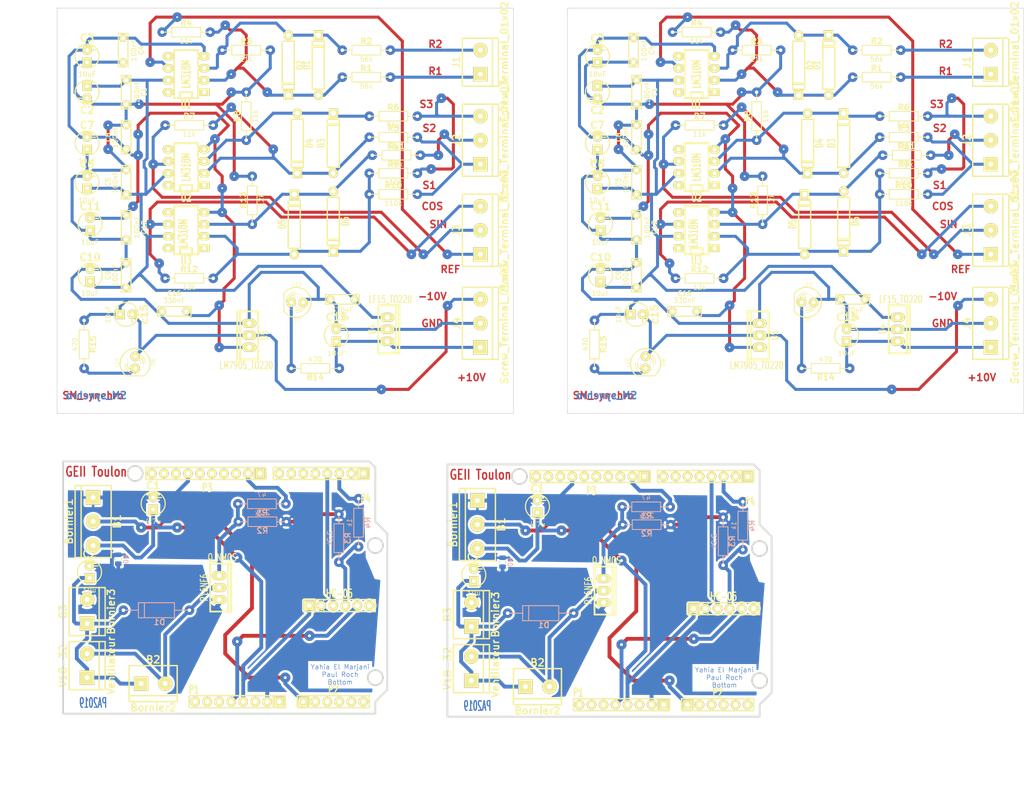
<source format=kicad_pcb>
(kicad_pcb (version 20171130) (host pcbnew 5.1.2-f72e74a~84~ubuntu16.04.1)

  (general
    (thickness 1.6002)
    (drawings 84)
    (tracks 918)
    (zones 0)
    (modules 132)
    (nets 64)
  )

  (page A4)
  (title_block
    (date "9 sep 2015")
  )

  (layers
    (0 Dessus signal)
    (31 Dessous signal)
    (32 B.Adhes user)
    (33 F.Adhes user)
    (34 B.Paste user)
    (35 F.Paste user)
    (36 B.SilkS user)
    (37 F.SilkS user)
    (38 B.Mask user)
    (39 F.Mask user)
    (40 Dwgs.User user)
    (41 Cmts.User user)
    (42 Eco1.User user)
    (43 Eco2.User user)
    (44 Edge.Cuts user)
    (45 Margin user)
    (46 B.CrtYd user)
    (47 F.CrtYd user)
    (48 B.Fab user)
    (49 F.Fab user)
  )

  (setup
    (last_trace_width 0.8128)
    (trace_clearance 0.254)
    (zone_clearance 0.508)
    (zone_45_only no)
    (trace_min 0.2032)
    (via_size 2.159)
    (via_drill 0.635)
    (via_min_size 0.889)
    (via_min_drill 0.508)
    (uvia_size 0.508)
    (uvia_drill 0.127)
    (uvias_allowed no)
    (uvia_min_size 0.508)
    (uvia_min_drill 0.127)
    (edge_width 0.381)
    (segment_width 0.381)
    (pcb_text_width 0.3048)
    (pcb_text_size 1.524 2.032)
    (mod_edge_width 0.381)
    (mod_text_size 1.524 1.524)
    (mod_text_width 0.3048)
    (pad_size 2.032 2.032)
    (pad_drill 1.00076)
    (pad_to_mask_clearance 0.254)
    (solder_mask_min_width 0.25)
    (aux_axis_origin 0 0)
    (visible_elements 7FFFFFFF)
    (pcbplotparams
      (layerselection 0x00000_fffffffe)
      (usegerberextensions true)
      (usegerberattributes false)
      (usegerberadvancedattributes false)
      (creategerberjobfile false)
      (excludeedgelayer false)
      (linewidth 0.150000)
      (plotframeref false)
      (viasonmask false)
      (mode 1)
      (useauxorigin false)
      (hpglpennumber 1)
      (hpglpenspeed 20)
      (hpglpendiameter 15.000000)
      (psnegative false)
      (psa4output false)
      (plotreference true)
      (plotvalue true)
      (plotinvisibletext false)
      (padsonsilk true)
      (subtractmaskfromsilk false)
      (outputformat 5)
      (mirror false)
      (drillshape 1)
      (scaleselection 1)
      (outputdirectory "../fichiers postscript/"))
  )

  (net 0 "")
  (net 1 GND)
  (net 2 VDD)
  (net 3 VEE)
  (net 4 +10V)
  (net 5 -10V)
  (net 6 "Net-(D1-Pad2)")
  (net 7 "Net-(D1-Pad1)")
  (net 8 "Net-(D3-Pad1)")
  (net 9 "Net-(D3-Pad2)")
  (net 10 "Net-(D5-Pad1)")
  (net 11 "Net-(D5-Pad2)")
  (net 12 "Net-(D7-Pad2)")
  (net 13 "Net-(D8-Pad2)")
  (net 14 /R1)
  (net 15 /R2)
  (net 16 /S1)
  (net 17 /S2)
  (net 18 /S3)
  (net 19 /COS)
  (net 20 /SIN)
  (net 21 /REF)
  (net 22 "Net-(U1-Pad1)")
  (net 23 "Net-(U1-Pad5)")
  (net 24 "Net-(U1-Pad8)")
  (net 25 "Net-(U2-Pad8)")
  (net 26 "Net-(U2-Pad5)")
  (net 27 "Net-(U2-Pad1)")
  (net 28 "Net-(U3-Pad1)")
  (net 29 "Net-(U3-Pad5)")
  (net 30 "Net-(U3-Pad8)")
  (net 31 /AD4/SDA)
  (net 32 /AD5/SCL)
  (net 33 /AD0)
  (net 34 +5V)
  (net 35 +24V)
  (net 36 "Net-(B2-Pad2)")
  (net 37 GNDA)
  (net 38 /rx)
  (net 39 "Net-(HC-05-Pad4)")
  (net 40 +3V3)
  (net 41 "Net-(HC-05-Pad6)")
  (net 42 /VIN)
  (net 43 /RESET)
  (net 44 /IOREF)
  (net 45 "Net-(P1-Pad8)")
  (net 46 /AD1)
  (net 47 /AD2)
  (net 48 /AD3)
  (net 49 /IO8)
  (net 50 /PWM)
  (net 51 /SS)
  (net 52 /MOSI)
  (net 53 /MISO)
  (net 54 /SCK)
  (net 55 /AREF)
  (net 56 /IO0)
  (net 57 /IO1)
  (net 58 /tx)
  (net 59 /IO4)
  (net 60 /IO5)
  (net 61 /IO6)
  (net 62 /IO7)
  (net 63 "Net-(P16NF6-Pad2)")

  (net_class Default "Ceci est la Netclass par défaut"
    (clearance 0.254)
    (trace_width 0.8128)
    (via_dia 2.159)
    (via_drill 0.635)
    (uvia_dia 0.508)
    (uvia_drill 0.127)
    (add_net +10V)
    (add_net +24V)
    (add_net +3V3)
    (add_net +5V)
    (add_net -10V)
    (add_net /AD0)
    (add_net /AD1)
    (add_net /AD2)
    (add_net /AD3)
    (add_net /AD4/SDA)
    (add_net /AD5/SCL)
    (add_net /AREF)
    (add_net /COS)
    (add_net /IO0)
    (add_net /IO1)
    (add_net /IO4)
    (add_net /IO5)
    (add_net /IO6)
    (add_net /IO7)
    (add_net /IO8)
    (add_net /IOREF)
    (add_net /MISO)
    (add_net /MOSI)
    (add_net /PWM)
    (add_net /R1)
    (add_net /R2)
    (add_net /REF)
    (add_net /RESET)
    (add_net /S1)
    (add_net /S2)
    (add_net /S3)
    (add_net /SCK)
    (add_net /SIN)
    (add_net /SS)
    (add_net /VIN)
    (add_net /rx)
    (add_net /tx)
    (add_net GND)
    (add_net GNDA)
    (add_net "Net-(B2-Pad2)")
    (add_net "Net-(D1-Pad1)")
    (add_net "Net-(D1-Pad2)")
    (add_net "Net-(D3-Pad1)")
    (add_net "Net-(D3-Pad2)")
    (add_net "Net-(D5-Pad1)")
    (add_net "Net-(D5-Pad2)")
    (add_net "Net-(D7-Pad2)")
    (add_net "Net-(D8-Pad2)")
    (add_net "Net-(HC-05-Pad4)")
    (add_net "Net-(HC-05-Pad6)")
    (add_net "Net-(P1-Pad8)")
    (add_net "Net-(P16NF6-Pad2)")
    (add_net "Net-(U1-Pad1)")
    (add_net "Net-(U1-Pad5)")
    (add_net "Net-(U1-Pad8)")
    (add_net "Net-(U2-Pad1)")
    (add_net "Net-(U2-Pad5)")
    (add_net "Net-(U2-Pad8)")
    (add_net "Net-(U3-Pad1)")
    (add_net "Net-(U3-Pad5)")
    (add_net "Net-(U3-Pad8)")
    (add_net VDD)
    (add_net VEE)
  )

  (module IUT-RESISTORS:IUT-R1-4 (layer Dessus) (tedit 521B5C56) (tstamp 5D8C5EBC)
    (at 55.88 30.48)
    (path /5D706C0A)
    (fp_text reference R3 (at 5.08 -1.905) (layer F.SilkS)
      (effects (font (size 1.1557 1.27) (thickness 0.254)))
    )
    (fp_text value 11k (at 5.08 1.905) (layer F.SilkS)
      (effects (font (size 1.016 1.016) (thickness 0.1524)))
    )
    (fp_line (start 2.032 1.016) (end 2.032 -1.016) (layer F.SilkS) (width 0.2032))
    (fp_line (start 2.032 -1.016) (end 8.128 -1.016) (layer F.SilkS) (width 0.2032))
    (fp_line (start 8.128 -1.016) (end 8.128 1.016) (layer F.SilkS) (width 0.2032))
    (fp_line (start 8.128 1.016) (end 2.032 1.016) (layer F.SilkS) (width 0.2032))
    (fp_line (start 2.032 1.016) (end 2.032 -1.016) (layer F.Adhes) (width 0.2032))
    (fp_line (start 2.032 -1.016) (end 8.128 -1.016) (layer F.Adhes) (width 0.2032))
    (fp_line (start 8.128 -1.016) (end 8.128 1.016) (layer F.Adhes) (width 0.2032))
    (fp_line (start 8.128 1.016) (end 2.032 1.016) (layer F.Adhes) (width 0.2032))
    (fp_line (start 8.128 0) (end 10.16 0) (layer F.SilkS) (width 0.2032))
    (fp_line (start 8.128 0) (end 10.16 0) (layer F.Adhes) (width 0.2032))
    (fp_line (start 2.032 0) (end 0 0) (layer F.SilkS) (width 0.2032))
    (fp_line (start 2.032 0) (end 0 0) (layer F.Adhes) (width 0.2032))
    (pad 1 thru_hole circle (at 0 0) (size 2.032 2.032) (drill 0.762) (layers F&B.Cu *.Adhes *.Mask Dwgs.User Eco1.User Eco2.User)
      (net 6 "Net-(D1-Pad2)"))
    (pad 2 thru_hole circle (at 10.16 0) (size 2.032 2.032) (drill 0.762) (layers F&B.Cu *.Adhes *.Mask Dwgs.User Eco1.User Eco2.User)
      (net 1 GND))
  )

  (module IUT-CONNECTIQUE:IUT-bornier3 (layer Dessus) (tedit 3EC0ECFA) (tstamp 5D8C5E6E)
    (at 110.49 49.53 90)
    (descr "Bornier d'alimentation 3 pins")
    (tags DEV)
    (path /5D704069)
    (fp_text reference J2 (at 0 -5.08 90) (layer F.SilkS)
      (effects (font (size 1.524 1.524) (thickness 0.3048)))
    )
    (fp_text value Screw_Terminal_01x03 (at 0 5.08 90) (layer F.SilkS)
      (effects (font (size 1.524 1.524) (thickness 0.3048)))
    )
    (fp_line (start -7.62 3.81) (end -7.62 -3.81) (layer F.SilkS) (width 0.3048))
    (fp_line (start 7.62 3.81) (end 7.62 -3.81) (layer F.SilkS) (width 0.3048))
    (fp_line (start -7.62 2.54) (end 7.62 2.54) (layer F.SilkS) (width 0.3048))
    (fp_line (start -7.62 -3.81) (end 7.62 -3.81) (layer F.SilkS) (width 0.3048))
    (fp_line (start -7.62 3.81) (end 7.62 3.81) (layer F.SilkS) (width 0.3048))
    (pad 1 thru_hole rect (at -5.08 0 90) (size 3.048 3.048) (drill 1.016) (layers *.Mask Dessous F.SilkS)
      (net 16 /S1))
    (pad 2 thru_hole circle (at 0 0 90) (size 3.048 3.048) (drill 1.016) (layers *.Mask Dessous F.SilkS)
      (net 17 /S2))
    (pad 3 thru_hole circle (at 5.08 0 90) (size 3.048 3.048) (drill 1.016) (layers *.Mask Dessous F.SilkS)
      (net 18 /S3))
    (model device/bornier_3.wrl
      (at (xyz 0 0 0))
      (scale (xyz 1 1 1))
      (rotate (xyz 0 0 0))
    )
  )

  (module IUT-CAPACITORS:IUT-cnp2_7.5mm_disc (layer Dessus) (tedit 521B0CCF) (tstamp 5D8C701E)
    (at 35.56 39.37 270)
    (descr "7.5mm disc ceramic capacitor")
    (tags C)
    (path /5D729438)
    (fp_text reference C1 (at 0 -3.81 90) (layer F.SilkS)
      (effects (font (size 1.016 1.016) (thickness 0.2032)))
    )
    (fp_text value 100nF (at 0 -2.286 90) (layer F.SilkS)
      (effects (font (size 1.016 1.016) (thickness 0.1524)))
    )
    (fp_line (start 3.556 -1.016) (end -3.556 -1.016) (layer F.SilkS) (width 0.2489))
    (fp_line (start 3.556 1.016) (end 3.556 -1.016) (layer F.SilkS) (width 0.2489))
    (fp_line (start -3.556 1.016) (end 3.556 1.016) (layer F.SilkS) (width 0.2489))
    (fp_line (start -3.556 -1.016) (end -3.556 1.016) (layer F.SilkS) (width 0.2489))
    (pad 2 thru_hole circle (at 2.54 0 270) (size 1.651 1.651) (drill 0.8) (layers *.Mask Dessous F.SilkS)
      (net 1 GND))
    (pad 1 thru_hole circle (at -2.54 0 270) (size 1.651 1.651) (drill 0.8) (layers *.Mask Dessous F.SilkS)
      (net 2 VDD))
    (model discret/capacitor/cnp_7.5mm_disc.wrl
      (at (xyz 0 0 0))
      (scale (xyz 1 1 1))
      (rotate (xyz 0 0 0))
    )
  )

  (module IUT-CAPACITORS:IUT-CP1_5x6mm (layer Dessus) (tedit 4B90D681) (tstamp 5D8C5D3F)
    (at 27.305 39.37 180)
    (descr "Capacitor, pol, cyl 5x6mm")
    (path /5D72ABE7)
    (fp_text reference C2 (at 0 -3.81) (layer F.SilkS)
      (effects (font (size 1.524 1.524) (thickness 0.3048)))
    )
    (fp_text value 10uF (at 0 3.81) (layer F.SilkS)
      (effects (font (size 1.016 1.016) (thickness 0.1524)))
    )
    (fp_circle (center 0 0) (end -2.54 0) (layer F.SilkS) (width 0.254))
    (fp_line (start -1.524 -2.032) (end 1.524 -2.032) (layer F.SilkS) (width 0.254))
    (fp_line (start -1.016 -2.159) (end 1.016 -2.159) (layer F.SilkS) (width 0.254))
    (fp_line (start -1.016 -2.286) (end -1.016 -2.159) (layer F.SilkS) (width 0.254))
    (fp_line (start 1.016 -2.286) (end -1.016 -2.286) (layer F.SilkS) (width 0.254))
    (fp_line (start 0.889 -1.27) (end 1.778 -1.27) (layer F.SilkS) (width 0.254))
    (pad 2 thru_hole circle (at 0 -1.27 180) (size 1.999 1.999) (drill 0.8001) (layers *.Mask Dessous F.SilkS)
      (net 1 GND))
    (pad 1 thru_hole rect (at 0 1.27 180) (size 1.999 1.999) (drill 0.8001) (layers *.Mask Dessous F.SilkS)
      (net 2 VDD))
    (model discret/capacitor/cp_5x6mm.wrl
      (at (xyz 0 0 0))
      (scale (xyz 1 1 1))
      (rotate (xyz 0 0 0))
    )
  )

  (module IUT-CAPACITORS:IUT-CP1_5x6mm (layer Dessus) (tedit 4B90D681) (tstamp 5D8C5D4B)
    (at 27.305 31.75)
    (descr "Capacitor, pol, cyl 5x6mm")
    (path /5D72AFBD)
    (fp_text reference C3 (at 0 -3.81) (layer F.SilkS)
      (effects (font (size 1.524 1.524) (thickness 0.3048)))
    )
    (fp_text value 10uF (at 0 3.81) (layer F.SilkS)
      (effects (font (size 1.016 1.016) (thickness 0.1524)))
    )
    (fp_line (start 0.889 -1.27) (end 1.778 -1.27) (layer F.SilkS) (width 0.254))
    (fp_line (start 1.016 -2.286) (end -1.016 -2.286) (layer F.SilkS) (width 0.254))
    (fp_line (start -1.016 -2.286) (end -1.016 -2.159) (layer F.SilkS) (width 0.254))
    (fp_line (start -1.016 -2.159) (end 1.016 -2.159) (layer F.SilkS) (width 0.254))
    (fp_line (start -1.524 -2.032) (end 1.524 -2.032) (layer F.SilkS) (width 0.254))
    (fp_circle (center 0 0) (end -2.54 0) (layer F.SilkS) (width 0.254))
    (pad 1 thru_hole rect (at 0 1.27) (size 1.999 1.999) (drill 0.8001) (layers *.Mask Dessous F.SilkS)
      (net 1 GND))
    (pad 2 thru_hole circle (at 0 -1.27) (size 1.999 1.999) (drill 0.8001) (layers *.Mask Dessous F.SilkS)
      (net 3 VEE))
    (model discret/capacitor/cp_5x6mm.wrl
      (at (xyz 0 0 0))
      (scale (xyz 1 1 1))
      (rotate (xyz 0 0 0))
    )
  )

  (module IUT-CAPACITORS:IUT-cnp2_7.5mm_disc (layer Dessus) (tedit 521B0CCF) (tstamp 5D8C5D55)
    (at 34.925 30.48 270)
    (descr "7.5mm disc ceramic capacitor")
    (tags C)
    (path /5D72A37A)
    (fp_text reference C4 (at 0 -3.81 90) (layer F.SilkS)
      (effects (font (size 1.016 1.016) (thickness 0.2032)))
    )
    (fp_text value 100nF (at 0 -2.286 90) (layer F.SilkS)
      (effects (font (size 1.016 1.016) (thickness 0.1524)))
    )
    (fp_line (start 3.556 -1.016) (end -3.556 -1.016) (layer F.SilkS) (width 0.2489))
    (fp_line (start 3.556 1.016) (end 3.556 -1.016) (layer F.SilkS) (width 0.2489))
    (fp_line (start -3.556 1.016) (end 3.556 1.016) (layer F.SilkS) (width 0.2489))
    (fp_line (start -3.556 -1.016) (end -3.556 1.016) (layer F.SilkS) (width 0.2489))
    (pad 2 thru_hole circle (at 2.54 0 270) (size 1.651 1.651) (drill 0.8) (layers *.Mask Dessous F.SilkS)
      (net 1 GND))
    (pad 1 thru_hole circle (at -2.54 0 270) (size 1.651 1.651) (drill 0.8) (layers *.Mask Dessous F.SilkS)
      (net 3 VEE))
    (model discret/capacitor/cnp_7.5mm_disc.wrl
      (at (xyz 0 0 0))
      (scale (xyz 1 1 1))
      (rotate (xyz 0 0 0))
    )
  )

  (module IUT-CAPACITORS:IUT-cnp2_7.5mm_disc (layer Dessus) (tedit 521B0CCF) (tstamp 5D8C5D5F)
    (at 35.56 58.42 90)
    (descr "7.5mm disc ceramic capacitor")
    (tags C)
    (path /5D744C5B)
    (fp_text reference C5 (at 0 -3.81 90) (layer F.SilkS)
      (effects (font (size 1.016 1.016) (thickness 0.2032)))
    )
    (fp_text value 100nF (at 0 -2.286 90) (layer F.SilkS)
      (effects (font (size 1.016 1.016) (thickness 0.1524)))
    )
    (fp_line (start -3.556 -1.016) (end -3.556 1.016) (layer F.SilkS) (width 0.2489))
    (fp_line (start -3.556 1.016) (end 3.556 1.016) (layer F.SilkS) (width 0.2489))
    (fp_line (start 3.556 1.016) (end 3.556 -1.016) (layer F.SilkS) (width 0.2489))
    (fp_line (start 3.556 -1.016) (end -3.556 -1.016) (layer F.SilkS) (width 0.2489))
    (pad 1 thru_hole circle (at -2.54 0 90) (size 1.651 1.651) (drill 0.8) (layers *.Mask Dessous F.SilkS)
      (net 2 VDD))
    (pad 2 thru_hole circle (at 2.54 0 90) (size 1.651 1.651) (drill 0.8) (layers *.Mask Dessous F.SilkS)
      (net 1 GND))
    (model discret/capacitor/cnp_7.5mm_disc.wrl
      (at (xyz 0 0 0))
      (scale (xyz 1 1 1))
      (rotate (xyz 0 0 0))
    )
  )

  (module IUT-CAPACITORS:IUT-CP1_5x6mm (layer Dessus) (tedit 4B90D681) (tstamp 5D8C5D6B)
    (at 27.305 58.42)
    (descr "Capacitor, pol, cyl 5x6mm")
    (path /5D744C67)
    (fp_text reference C6 (at 0 -3.81) (layer F.SilkS)
      (effects (font (size 1.524 1.524) (thickness 0.3048)))
    )
    (fp_text value 10uF (at 0 3.81) (layer F.SilkS)
      (effects (font (size 1.016 1.016) (thickness 0.1524)))
    )
    (fp_line (start 0.889 -1.27) (end 1.778 -1.27) (layer F.SilkS) (width 0.254))
    (fp_line (start 1.016 -2.286) (end -1.016 -2.286) (layer F.SilkS) (width 0.254))
    (fp_line (start -1.016 -2.286) (end -1.016 -2.159) (layer F.SilkS) (width 0.254))
    (fp_line (start -1.016 -2.159) (end 1.016 -2.159) (layer F.SilkS) (width 0.254))
    (fp_line (start -1.524 -2.032) (end 1.524 -2.032) (layer F.SilkS) (width 0.254))
    (fp_circle (center 0 0) (end -2.54 0) (layer F.SilkS) (width 0.254))
    (pad 1 thru_hole rect (at 0 1.27) (size 1.999 1.999) (drill 0.8001) (layers *.Mask Dessous F.SilkS)
      (net 2 VDD))
    (pad 2 thru_hole circle (at 0 -1.27) (size 1.999 1.999) (drill 0.8001) (layers *.Mask Dessous F.SilkS)
      (net 1 GND))
    (model discret/capacitor/cp_5x6mm.wrl
      (at (xyz 0 0 0))
      (scale (xyz 1 1 1))
      (rotate (xyz 0 0 0))
    )
  )

  (module IUT-CAPACITORS:IUT-CP1_5x6mm (layer Dessus) (tedit 4B90D681) (tstamp 5D8C5D77)
    (at 27.305 50.165)
    (descr "Capacitor, pol, cyl 5x6mm")
    (path /5D744C6D)
    (fp_text reference C7 (at 0 -3.81) (layer F.SilkS)
      (effects (font (size 1.524 1.524) (thickness 0.3048)))
    )
    (fp_text value 10uF (at 0 3.81) (layer F.SilkS)
      (effects (font (size 1.016 1.016) (thickness 0.1524)))
    )
    (fp_circle (center 0 0) (end -2.54 0) (layer F.SilkS) (width 0.254))
    (fp_line (start -1.524 -2.032) (end 1.524 -2.032) (layer F.SilkS) (width 0.254))
    (fp_line (start -1.016 -2.159) (end 1.016 -2.159) (layer F.SilkS) (width 0.254))
    (fp_line (start -1.016 -2.286) (end -1.016 -2.159) (layer F.SilkS) (width 0.254))
    (fp_line (start 1.016 -2.286) (end -1.016 -2.286) (layer F.SilkS) (width 0.254))
    (fp_line (start 0.889 -1.27) (end 1.778 -1.27) (layer F.SilkS) (width 0.254))
    (pad 2 thru_hole circle (at 0 -1.27) (size 1.999 1.999) (drill 0.8001) (layers *.Mask Dessous F.SilkS)
      (net 3 VEE))
    (pad 1 thru_hole rect (at 0 1.27) (size 1.999 1.999) (drill 0.8001) (layers *.Mask Dessous F.SilkS)
      (net 1 GND))
    (model discret/capacitor/cp_5x6mm.wrl
      (at (xyz 0 0 0))
      (scale (xyz 1 1 1))
      (rotate (xyz 0 0 0))
    )
  )

  (module IUT-CAPACITORS:IUT-cnp2_7.5mm_disc (layer Dessus) (tedit 521B0CCF) (tstamp 5D8C5D81)
    (at 35.56 48.895 90)
    (descr "7.5mm disc ceramic capacitor")
    (tags C)
    (path /5D744C61)
    (fp_text reference C8 (at 0 -3.81 90) (layer F.SilkS)
      (effects (font (size 1.016 1.016) (thickness 0.2032)))
    )
    (fp_text value 100nF (at 0 -2.286 90) (layer F.SilkS)
      (effects (font (size 1.016 1.016) (thickness 0.1524)))
    )
    (fp_line (start -3.556 -1.016) (end -3.556 1.016) (layer F.SilkS) (width 0.2489))
    (fp_line (start -3.556 1.016) (end 3.556 1.016) (layer F.SilkS) (width 0.2489))
    (fp_line (start 3.556 1.016) (end 3.556 -1.016) (layer F.SilkS) (width 0.2489))
    (fp_line (start 3.556 -1.016) (end -3.556 -1.016) (layer F.SilkS) (width 0.2489))
    (pad 1 thru_hole circle (at -2.54 0 90) (size 1.651 1.651) (drill 0.8) (layers *.Mask Dessous F.SilkS)
      (net 3 VEE))
    (pad 2 thru_hole circle (at 2.54 0 90) (size 1.651 1.651) (drill 0.8) (layers *.Mask Dessous F.SilkS)
      (net 1 GND))
    (model discret/capacitor/cnp_7.5mm_disc.wrl
      (at (xyz 0 0 0))
      (scale (xyz 1 1 1))
      (rotate (xyz 0 0 0))
    )
  )

  (module IUT-CAPACITORS:IUT-cnp2_7.5mm_disc locked (layer Dessus) (tedit 521B0CCF) (tstamp 5D8C5D8B)
    (at 35.56 78.105 90)
    (descr "7.5mm disc ceramic capacitor")
    (tags C)
    (path /5D749520)
    (fp_text reference C9 (at 0 -3.81 90) (layer F.SilkS)
      (effects (font (size 1.016 1.016) (thickness 0.2032)))
    )
    (fp_text value 100nF (at 0 -2.286 90) (layer F.SilkS)
      (effects (font (size 1.016 1.016) (thickness 0.1524)))
    )
    (fp_line (start -3.556 -1.016) (end -3.556 1.016) (layer F.SilkS) (width 0.2489))
    (fp_line (start -3.556 1.016) (end 3.556 1.016) (layer F.SilkS) (width 0.2489))
    (fp_line (start 3.556 1.016) (end 3.556 -1.016) (layer F.SilkS) (width 0.2489))
    (fp_line (start 3.556 -1.016) (end -3.556 -1.016) (layer F.SilkS) (width 0.2489))
    (pad 1 thru_hole circle (at -2.54 0 90) (size 1.651 1.651) (drill 0.8) (layers *.Mask Dessous F.SilkS)
      (net 2 VDD))
    (pad 2 thru_hole circle (at 2.54 0 90) (size 1.651 1.651) (drill 0.8) (layers *.Mask Dessous F.SilkS)
      (net 1 GND))
    (model discret/capacitor/cnp_7.5mm_disc.wrl
      (at (xyz 0 0 0))
      (scale (xyz 1 1 1))
      (rotate (xyz 0 0 0))
    )
  )

  (module IUT-CAPACITORS:IUT-CP1_5x6mm (layer Dessus) (tedit 4B90D681) (tstamp 5D8C82D1)
    (at 27.94 78.105)
    (descr "Capacitor, pol, cyl 5x6mm")
    (path /5D74952C)
    (fp_text reference C10 (at 0 -3.81) (layer F.SilkS)
      (effects (font (size 1.524 1.524) (thickness 0.3048)))
    )
    (fp_text value 10uF (at 0 3.81) (layer F.SilkS)
      (effects (font (size 1.016 1.016) (thickness 0.1524)))
    )
    (fp_line (start 0.889 -1.27) (end 1.778 -1.27) (layer F.SilkS) (width 0.254))
    (fp_line (start 1.016 -2.286) (end -1.016 -2.286) (layer F.SilkS) (width 0.254))
    (fp_line (start -1.016 -2.286) (end -1.016 -2.159) (layer F.SilkS) (width 0.254))
    (fp_line (start -1.016 -2.159) (end 1.016 -2.159) (layer F.SilkS) (width 0.254))
    (fp_line (start -1.524 -2.032) (end 1.524 -2.032) (layer F.SilkS) (width 0.254))
    (fp_circle (center 0 0) (end -2.54 0) (layer F.SilkS) (width 0.254))
    (pad 1 thru_hole rect (at 0 1.27) (size 1.999 1.999) (drill 0.8001) (layers *.Mask Dessous F.SilkS)
      (net 2 VDD))
    (pad 2 thru_hole circle (at 0 -1.27) (size 1.999 1.999) (drill 0.8001) (layers *.Mask Dessous F.SilkS)
      (net 1 GND))
    (model discret/capacitor/cp_5x6mm.wrl
      (at (xyz 0 0 0))
      (scale (xyz 1 1 1))
      (rotate (xyz 0 0 0))
    )
  )

  (module IUT-CAPACITORS:IUT-CP1_5x6mm (layer Dessus) (tedit 4B90D681) (tstamp 5D8C8309)
    (at 27.94 67.31)
    (descr "Capacitor, pol, cyl 5x6mm")
    (path /5D749532)
    (fp_text reference C11 (at 0 -3.81) (layer F.SilkS)
      (effects (font (size 1.524 1.524) (thickness 0.3048)))
    )
    (fp_text value 10uF (at 0 3.81) (layer F.SilkS)
      (effects (font (size 1.016 1.016) (thickness 0.1524)))
    )
    (fp_circle (center 0 0) (end -2.54 0) (layer F.SilkS) (width 0.254))
    (fp_line (start -1.524 -2.032) (end 1.524 -2.032) (layer F.SilkS) (width 0.254))
    (fp_line (start -1.016 -2.159) (end 1.016 -2.159) (layer F.SilkS) (width 0.254))
    (fp_line (start -1.016 -2.286) (end -1.016 -2.159) (layer F.SilkS) (width 0.254))
    (fp_line (start 1.016 -2.286) (end -1.016 -2.286) (layer F.SilkS) (width 0.254))
    (fp_line (start 0.889 -1.27) (end 1.778 -1.27) (layer F.SilkS) (width 0.254))
    (pad 2 thru_hole circle (at 0 -1.27) (size 1.999 1.999) (drill 0.8001) (layers *.Mask Dessous F.SilkS)
      (net 3 VEE))
    (pad 1 thru_hole rect (at 0 1.27) (size 1.999 1.999) (drill 0.8001) (layers *.Mask Dessous F.SilkS)
      (net 1 GND))
    (model discret/capacitor/cp_5x6mm.wrl
      (at (xyz 0 0 0))
      (scale (xyz 1 1 1))
      (rotate (xyz 0 0 0))
    )
  )

  (module IUT-CAPACITORS:IUT-cnp2_7.5mm_disc (layer Dessus) (tedit 521B0CCF) (tstamp 5D8C7056)
    (at 35.56 67.945 270)
    (descr "7.5mm disc ceramic capacitor")
    (tags C)
    (path /5D749526)
    (fp_text reference C12 (at 0 -3.81 90) (layer F.SilkS)
      (effects (font (size 1.016 1.016) (thickness 0.2032)))
    )
    (fp_text value 100nF (at 0 -2.286 90) (layer F.SilkS)
      (effects (font (size 1.016 1.016) (thickness 0.1524)))
    )
    (fp_line (start 3.556 -1.016) (end -3.556 -1.016) (layer F.SilkS) (width 0.2489))
    (fp_line (start 3.556 1.016) (end 3.556 -1.016) (layer F.SilkS) (width 0.2489))
    (fp_line (start -3.556 1.016) (end 3.556 1.016) (layer F.SilkS) (width 0.2489))
    (fp_line (start -3.556 -1.016) (end -3.556 1.016) (layer F.SilkS) (width 0.2489))
    (pad 2 thru_hole circle (at 2.54 0 270) (size 1.651 1.651) (drill 0.8) (layers *.Mask Dessous F.SilkS)
      (net 1 GND))
    (pad 1 thru_hole circle (at -2.54 0 270) (size 1.651 1.651) (drill 0.8) (layers *.Mask Dessous F.SilkS)
      (net 3 VEE))
    (model discret/capacitor/cnp_7.5mm_disc.wrl
      (at (xyz 0 0 0))
      (scale (xyz 1 1 1))
      (rotate (xyz 0 0 0))
    )
  )

  (module IUT-CAPACITORS:IUT-CP1_5x6mm (layer Dessus) (tedit 4B90D681) (tstamp 5D8C7D68)
    (at 80.01 90.805)
    (descr "Capacitor, pol, cyl 5x6mm")
    (path /5D757B44)
    (fp_text reference C13 (at 0 -3.81) (layer F.SilkS)
      (effects (font (size 1.524 1.524) (thickness 0.3048)))
    )
    (fp_text value 10uF (at 0 3.81) (layer F.SilkS)
      (effects (font (size 1.016 1.016) (thickness 0.1524)))
    )
    (fp_line (start 0.889 -1.27) (end 1.778 -1.27) (layer F.SilkS) (width 0.254))
    (fp_line (start 1.016 -2.286) (end -1.016 -2.286) (layer F.SilkS) (width 0.254))
    (fp_line (start -1.016 -2.286) (end -1.016 -2.159) (layer F.SilkS) (width 0.254))
    (fp_line (start -1.016 -2.159) (end 1.016 -2.159) (layer F.SilkS) (width 0.254))
    (fp_line (start -1.524 -2.032) (end 1.524 -2.032) (layer F.SilkS) (width 0.254))
    (fp_circle (center 0 0) (end -2.54 0) (layer F.SilkS) (width 0.254))
    (pad 1 thru_hole rect (at 0 1.27) (size 1.999 1.999) (drill 0.8001) (layers *.Mask Dessous F.SilkS)
      (net 4 +10V))
    (pad 2 thru_hole circle (at 0 -1.27) (size 1.999 1.999) (drill 0.8001) (layers *.Mask Dessous F.SilkS)
      (net 1 GND))
    (model discret/capacitor/cp_5x6mm.wrl
      (at (xyz 0 0 0))
      (scale (xyz 1 1 1))
      (rotate (xyz 0 0 0))
    )
  )

  (module IUT-CAPACITORS:IUT-cnp2_7.5mm_disc (layer Dessus) (tedit 521B0CCF) (tstamp 5D930D05)
    (at 81.28 83.185 180)
    (descr "7.5mm disc ceramic capacitor")
    (tags C)
    (path /5D75A771)
    (fp_text reference C14 (at 0 -3.81) (layer F.SilkS)
      (effects (font (size 1.016 1.016) (thickness 0.2032)))
    )
    (fp_text value 330nF (at 0 -2.286) (layer F.SilkS)
      (effects (font (size 1.016 1.016) (thickness 0.1524)))
    )
    (fp_line (start 3.556 -1.016) (end -3.556 -1.016) (layer F.SilkS) (width 0.2489))
    (fp_line (start 3.556 1.016) (end 3.556 -1.016) (layer F.SilkS) (width 0.2489))
    (fp_line (start -3.556 1.016) (end 3.556 1.016) (layer F.SilkS) (width 0.2489))
    (fp_line (start -3.556 -1.016) (end -3.556 1.016) (layer F.SilkS) (width 0.2489))
    (pad 2 thru_hole circle (at 2.54 0 180) (size 1.651 1.651) (drill 0.8) (layers *.Mask Dessous F.SilkS)
      (net 1 GND))
    (pad 1 thru_hole circle (at -2.54 0 180) (size 1.651 1.651) (drill 0.8) (layers *.Mask Dessous F.SilkS)
      (net 2 VDD))
    (model discret/capacitor/cnp_7.5mm_disc.wrl
      (at (xyz 0 0 0))
      (scale (xyz 1 1 1))
      (rotate (xyz 0 0 0))
    )
  )

  (module IUT-CAPACITORS:IUT-CP1_5x6mm (layer Dessus) (tedit 4B90D681) (tstamp 5D8C80C2)
    (at 35.56 86.36 270)
    (descr "Capacitor, pol, cyl 5x6mm")
    (path /5D759A4A)
    (fp_text reference c15 (at 0 -3.81 90) (layer F.SilkS)
      (effects (font (size 1.524 1.524) (thickness 0.3048)))
    )
    (fp_text value 10uF (at 0 3.81 90) (layer F.SilkS)
      (effects (font (size 1.016 1.016) (thickness 0.1524)))
    )
    (fp_circle (center 0 0) (end -2.54 0) (layer F.SilkS) (width 0.254))
    (fp_line (start -1.524 -2.032) (end 1.524 -2.032) (layer F.SilkS) (width 0.254))
    (fp_line (start -1.016 -2.159) (end 1.016 -2.159) (layer F.SilkS) (width 0.254))
    (fp_line (start -1.016 -2.286) (end -1.016 -2.159) (layer F.SilkS) (width 0.254))
    (fp_line (start 1.016 -2.286) (end -1.016 -2.286) (layer F.SilkS) (width 0.254))
    (fp_line (start 0.889 -1.27) (end 1.778 -1.27) (layer F.SilkS) (width 0.254))
    (pad 2 thru_hole circle (at 0 -1.27 270) (size 1.999 1.999) (drill 0.8001) (layers *.Mask Dessous F.SilkS)
      (net 5 -10V))
    (pad 1 thru_hole rect (at 0 1.27 270) (size 1.999 1.999) (drill 0.8001) (layers *.Mask Dessous F.SilkS)
      (net 1 GND))
    (model discret/capacitor/cp_5x6mm.wrl
      (at (xyz 0 0 0))
      (scale (xyz 1 1 1))
      (rotate (xyz 0 0 0))
    )
  )

  (module IUT-CAPACITORS:IUT-cnp2_7.5mm_disc locked (layer Dessus) (tedit 521B0CCF) (tstamp 5D8C8C5E)
    (at 45.72 85.725)
    (descr "7.5mm disc ceramic capacitor")
    (tags C)
    (path /5D75B17A)
    (fp_text reference C16 (at 0 -3.81) (layer F.SilkS)
      (effects (font (size 1.016 1.016) (thickness 0.2032)))
    )
    (fp_text value 330nF (at 0 -2.286) (layer F.SilkS)
      (effects (font (size 1.016 1.016) (thickness 0.1524)))
    )
    (fp_line (start -3.556 -1.016) (end -3.556 1.016) (layer F.SilkS) (width 0.2489))
    (fp_line (start -3.556 1.016) (end 3.556 1.016) (layer F.SilkS) (width 0.2489))
    (fp_line (start 3.556 1.016) (end 3.556 -1.016) (layer F.SilkS) (width 0.2489))
    (fp_line (start 3.556 -1.016) (end -3.556 -1.016) (layer F.SilkS) (width 0.2489))
    (pad 1 thru_hole circle (at -2.54 0) (size 1.651 1.651) (drill 0.8) (layers *.Mask Dessous F.SilkS)
      (net 1 GND))
    (pad 2 thru_hole circle (at 2.54 0) (size 1.651 1.651) (drill 0.8) (layers *.Mask Dessous F.SilkS)
      (net 3 VEE))
    (model discret/capacitor/cnp_7.5mm_disc.wrl
      (at (xyz 0 0 0))
      (scale (xyz 1 1 1))
      (rotate (xyz 0 0 0))
    )
  )

  (module IUT-DIODES:IUT-DIODE7 (layer Dessus) (tedit 521B5B67) (tstamp 5D8C6CA5)
    (at 76.2 33.655 90)
    (descr "Diode 5 pas")
    (tags "DIODE DEV")
    (path /5D706498)
    (fp_text reference D1 (at 0 -2.54 90) (layer F.SilkS)
      (effects (font (size 1.524 1.016) (thickness 0.3048)))
    )
    (fp_text value 15v (at 0 2.54 90) (layer F.SilkS) hide
      (effects (font (size 1.524 1.016) (thickness 0.3048)))
    )
    (fp_line (start 4.064 -1.27) (end 4.064 1.27) (layer F.SilkS) (width 0.3048))
    (fp_line (start 3.81 -1.27) (end 3.81 1.27) (layer F.SilkS) (width 0.3048))
    (fp_line (start 5.08 1.27) (end 5.08 0) (layer F.SilkS) (width 0.3048))
    (fp_line (start -5.08 1.27) (end 5.08 1.27) (layer F.SilkS) (width 0.3048))
    (fp_line (start -5.08 0) (end -5.08 1.27) (layer F.SilkS) (width 0.3048))
    (fp_line (start -5.08 0) (end -6.35 0) (layer F.SilkS) (width 0.3048))
    (fp_line (start -5.08 -1.27) (end -5.08 0) (layer F.SilkS) (width 0.3048))
    (fp_line (start 5.08 -1.27) (end -5.08 -1.27) (layer F.SilkS) (width 0.3048))
    (fp_line (start 5.08 0) (end 5.08 -1.27) (layer F.SilkS) (width 0.3048))
    (fp_line (start 6.35 0) (end 5.08 0) (layer F.SilkS) (width 0.3048))
    (pad 2 thru_hole rect (at 6.35 0 90) (size 2.032 2.032) (drill 1.143) (layers *.Cu *.Mask F.SilkS)
      (net 6 "Net-(D1-Pad2)"))
    (pad 1 thru_hole circle (at -6.35 0 90) (size 2.032 2.032) (drill 1) (layers *.Cu *.Mask F.SilkS)
      (net 7 "Net-(D1-Pad1)"))
    (model discret/diode.wrl
      (at (xyz 0 0 0))
      (scale (xyz 0.5 0.5 0.5))
      (rotate (xyz 0 0 0))
    )
  )

  (module IUT-DIODES:IUT-DIODE7 (layer Dessus) (tedit 521B5B67) (tstamp 5D8C5DF9)
    (at 69.85 33.655 270)
    (descr "Diode 5 pas")
    (tags "DIODE DEV")
    (path /5D70698D)
    (fp_text reference D2 (at 0 -2.54 90) (layer F.SilkS)
      (effects (font (size 1.524 1.016) (thickness 0.3048)))
    )
    (fp_text value 15v (at 0 2.54 90) (layer F.SilkS) hide
      (effects (font (size 1.524 1.016) (thickness 0.3048)))
    )
    (fp_line (start 6.35 0) (end 5.08 0) (layer F.SilkS) (width 0.3048))
    (fp_line (start 5.08 0) (end 5.08 -1.27) (layer F.SilkS) (width 0.3048))
    (fp_line (start 5.08 -1.27) (end -5.08 -1.27) (layer F.SilkS) (width 0.3048))
    (fp_line (start -5.08 -1.27) (end -5.08 0) (layer F.SilkS) (width 0.3048))
    (fp_line (start -5.08 0) (end -6.35 0) (layer F.SilkS) (width 0.3048))
    (fp_line (start -5.08 0) (end -5.08 1.27) (layer F.SilkS) (width 0.3048))
    (fp_line (start -5.08 1.27) (end 5.08 1.27) (layer F.SilkS) (width 0.3048))
    (fp_line (start 5.08 1.27) (end 5.08 0) (layer F.SilkS) (width 0.3048))
    (fp_line (start 3.81 -1.27) (end 3.81 1.27) (layer F.SilkS) (width 0.3048))
    (fp_line (start 4.064 -1.27) (end 4.064 1.27) (layer F.SilkS) (width 0.3048))
    (pad 1 thru_hole circle (at -6.35 0 270) (size 2.032 2.032) (drill 1) (layers *.Cu *.Mask F.SilkS)
      (net 6 "Net-(D1-Pad2)"))
    (pad 2 thru_hole rect (at 6.35 0 270) (size 2.032 2.032) (drill 1.143) (layers *.Cu *.Mask F.SilkS)
      (net 7 "Net-(D1-Pad1)"))
    (model discret/diode.wrl
      (at (xyz 0 0 0))
      (scale (xyz 0.5 0.5 0.5))
      (rotate (xyz 0 0 0))
    )
  )

  (module IUT-DIODES:IUT-DIODE7 (layer Dessus) (tedit 521B5B67) (tstamp 5D8C5E09)
    (at 79.375 50.165 90)
    (descr "Diode 5 pas")
    (tags "DIODE DEV")
    (path /5D715796)
    (fp_text reference D3 (at 0 -2.54 90) (layer F.SilkS)
      (effects (font (size 1.524 1.016) (thickness 0.3048)))
    )
    (fp_text value D_Zener (at 0 2.54 90) (layer F.SilkS) hide
      (effects (font (size 1.524 1.016) (thickness 0.3048)))
    )
    (fp_line (start 6.35 0) (end 5.08 0) (layer F.SilkS) (width 0.3048))
    (fp_line (start 5.08 0) (end 5.08 -1.27) (layer F.SilkS) (width 0.3048))
    (fp_line (start 5.08 -1.27) (end -5.08 -1.27) (layer F.SilkS) (width 0.3048))
    (fp_line (start -5.08 -1.27) (end -5.08 0) (layer F.SilkS) (width 0.3048))
    (fp_line (start -5.08 0) (end -6.35 0) (layer F.SilkS) (width 0.3048))
    (fp_line (start -5.08 0) (end -5.08 1.27) (layer F.SilkS) (width 0.3048))
    (fp_line (start -5.08 1.27) (end 5.08 1.27) (layer F.SilkS) (width 0.3048))
    (fp_line (start 5.08 1.27) (end 5.08 0) (layer F.SilkS) (width 0.3048))
    (fp_line (start 3.81 -1.27) (end 3.81 1.27) (layer F.SilkS) (width 0.3048))
    (fp_line (start 4.064 -1.27) (end 4.064 1.27) (layer F.SilkS) (width 0.3048))
    (pad 1 thru_hole circle (at -6.35 0 90) (size 2.032 2.032) (drill 1) (layers *.Cu *.Mask F.SilkS)
      (net 8 "Net-(D3-Pad1)"))
    (pad 2 thru_hole rect (at 6.35 0 90) (size 2.032 2.032) (drill 1.143) (layers *.Cu *.Mask F.SilkS)
      (net 9 "Net-(D3-Pad2)"))
    (model discret/diode.wrl
      (at (xyz 0 0 0))
      (scale (xyz 0.5 0.5 0.5))
      (rotate (xyz 0 0 0))
    )
  )

  (module IUT-DIODES:IUT-DIODE7 (layer Dessus) (tedit 521B5B67) (tstamp 5D8C7523)
    (at 71.755 50.165 270)
    (descr "Diode 5 pas")
    (tags "DIODE DEV")
    (path /5D71579C)
    (fp_text reference D4 (at 0 -2.54 90) (layer F.SilkS)
      (effects (font (size 1.524 1.016) (thickness 0.3048)))
    )
    (fp_text value D_Zener (at 0 2.54 90) (layer F.SilkS) hide
      (effects (font (size 1.524 1.016) (thickness 0.3048)))
    )
    (fp_line (start 4.064 -1.27) (end 4.064 1.27) (layer F.SilkS) (width 0.3048))
    (fp_line (start 3.81 -1.27) (end 3.81 1.27) (layer F.SilkS) (width 0.3048))
    (fp_line (start 5.08 1.27) (end 5.08 0) (layer F.SilkS) (width 0.3048))
    (fp_line (start -5.08 1.27) (end 5.08 1.27) (layer F.SilkS) (width 0.3048))
    (fp_line (start -5.08 0) (end -5.08 1.27) (layer F.SilkS) (width 0.3048))
    (fp_line (start -5.08 0) (end -6.35 0) (layer F.SilkS) (width 0.3048))
    (fp_line (start -5.08 -1.27) (end -5.08 0) (layer F.SilkS) (width 0.3048))
    (fp_line (start 5.08 -1.27) (end -5.08 -1.27) (layer F.SilkS) (width 0.3048))
    (fp_line (start 5.08 0) (end 5.08 -1.27) (layer F.SilkS) (width 0.3048))
    (fp_line (start 6.35 0) (end 5.08 0) (layer F.SilkS) (width 0.3048))
    (pad 2 thru_hole rect (at 6.35 0 270) (size 2.032 2.032) (drill 1.143) (layers *.Cu *.Mask F.SilkS)
      (net 8 "Net-(D3-Pad1)"))
    (pad 1 thru_hole circle (at -6.35 0 270) (size 2.032 2.032) (drill 1) (layers *.Cu *.Mask F.SilkS)
      (net 9 "Net-(D3-Pad2)"))
    (model discret/diode.wrl
      (at (xyz 0 0 0))
      (scale (xyz 0.5 0.5 0.5))
      (rotate (xyz 0 0 0))
    )
  )

  (module IUT-DIODES:IUT-DIODE7 (layer Dessus) (tedit 521B5B67) (tstamp 5D8C7940)
    (at 71.12 67.31 90)
    (descr "Diode 5 pas")
    (tags "DIODE DEV")
    (path /5D71A65F)
    (fp_text reference D5 (at 0 -2.54 90) (layer F.SilkS)
      (effects (font (size 1.524 1.016) (thickness 0.3048)))
    )
    (fp_text value D_Zener (at 0 2.54 90) (layer F.SilkS) hide
      (effects (font (size 1.524 1.016) (thickness 0.3048)))
    )
    (fp_line (start 6.35 0) (end 5.08 0) (layer F.SilkS) (width 0.3048))
    (fp_line (start 5.08 0) (end 5.08 -1.27) (layer F.SilkS) (width 0.3048))
    (fp_line (start 5.08 -1.27) (end -5.08 -1.27) (layer F.SilkS) (width 0.3048))
    (fp_line (start -5.08 -1.27) (end -5.08 0) (layer F.SilkS) (width 0.3048))
    (fp_line (start -5.08 0) (end -6.35 0) (layer F.SilkS) (width 0.3048))
    (fp_line (start -5.08 0) (end -5.08 1.27) (layer F.SilkS) (width 0.3048))
    (fp_line (start -5.08 1.27) (end 5.08 1.27) (layer F.SilkS) (width 0.3048))
    (fp_line (start 5.08 1.27) (end 5.08 0) (layer F.SilkS) (width 0.3048))
    (fp_line (start 3.81 -1.27) (end 3.81 1.27) (layer F.SilkS) (width 0.3048))
    (fp_line (start 4.064 -1.27) (end 4.064 1.27) (layer F.SilkS) (width 0.3048))
    (pad 1 thru_hole circle (at -6.35 0 90) (size 2.032 2.032) (drill 1) (layers *.Cu *.Mask F.SilkS)
      (net 10 "Net-(D5-Pad1)"))
    (pad 2 thru_hole rect (at 6.35 0 90) (size 2.032 2.032) (drill 1.143) (layers *.Cu *.Mask F.SilkS)
      (net 11 "Net-(D5-Pad2)"))
    (model discret/diode.wrl
      (at (xyz 0 0 0))
      (scale (xyz 0.5 0.5 0.5))
      (rotate (xyz 0 0 0))
    )
  )

  (module IUT-DIODES:IUT-DIODE7 (layer Dessus) (tedit 521B5B67) (tstamp 5D8C5E39)
    (at 79.375 66.675 270)
    (descr "Diode 5 pas")
    (tags "DIODE DEV")
    (path /5D71A665)
    (fp_text reference D6 (at 0 -2.54 90) (layer F.SilkS)
      (effects (font (size 1.524 1.016) (thickness 0.3048)))
    )
    (fp_text value D_Zener (at 0 2.54 90) (layer F.SilkS) hide
      (effects (font (size 1.524 1.016) (thickness 0.3048)))
    )
    (fp_line (start 4.064 -1.27) (end 4.064 1.27) (layer F.SilkS) (width 0.3048))
    (fp_line (start 3.81 -1.27) (end 3.81 1.27) (layer F.SilkS) (width 0.3048))
    (fp_line (start 5.08 1.27) (end 5.08 0) (layer F.SilkS) (width 0.3048))
    (fp_line (start -5.08 1.27) (end 5.08 1.27) (layer F.SilkS) (width 0.3048))
    (fp_line (start -5.08 0) (end -5.08 1.27) (layer F.SilkS) (width 0.3048))
    (fp_line (start -5.08 0) (end -6.35 0) (layer F.SilkS) (width 0.3048))
    (fp_line (start -5.08 -1.27) (end -5.08 0) (layer F.SilkS) (width 0.3048))
    (fp_line (start 5.08 -1.27) (end -5.08 -1.27) (layer F.SilkS) (width 0.3048))
    (fp_line (start 5.08 0) (end 5.08 -1.27) (layer F.SilkS) (width 0.3048))
    (fp_line (start 6.35 0) (end 5.08 0) (layer F.SilkS) (width 0.3048))
    (pad 2 thru_hole rect (at 6.35 0 270) (size 2.032 2.032) (drill 1.143) (layers *.Cu *.Mask F.SilkS)
      (net 10 "Net-(D5-Pad1)"))
    (pad 1 thru_hole circle (at -6.35 0 270) (size 2.032 2.032) (drill 1) (layers *.Cu *.Mask F.SilkS)
      (net 11 "Net-(D5-Pad2)"))
    (model discret/diode.wrl
      (at (xyz 0 0 0))
      (scale (xyz 0.5 0.5 0.5))
      (rotate (xyz 0 0 0))
    )
  )

  (module IUT-DIODES:IUT-LED-5MM (layer Dessus) (tedit 50ADE86B) (tstamp 5D8C5E48)
    (at 71.755 83.82 180)
    (descr "LED 5mm - Lead pitch 100mil (2,54mm)")
    (tags "LED led 5mm 5MM 100mil 2,54mm")
    (path /5D75CA4C)
    (fp_text reference D7 (at 0 -3.81) (layer F.SilkS)
      (effects (font (size 0.762 0.762) (thickness 0.0889)))
    )
    (fp_text value LED (at 0 3.81) (layer F.SilkS)
      (effects (font (size 0.762 0.762) (thickness 0.0889)))
    )
    (fp_arc (start 0.254 0) (end 2.413 0) (angle 90) (layer F.SilkS) (width 0.1524))
    (fp_arc (start 0.254 0) (end -1.905 0) (angle 90) (layer F.SilkS) (width 0.1524))
    (fp_arc (start 0.254 0) (end 1.905 0) (angle 90) (layer F.SilkS) (width 0.1524))
    (fp_arc (start 0.254 0) (end -1.397 0) (angle 90) (layer F.SilkS) (width 0.1524))
    (fp_arc (start 0.254 0) (end 1.397 0) (angle 90) (layer F.SilkS) (width 0.1524))
    (fp_arc (start 0.254 0) (end -0.889 0) (angle 90) (layer F.SilkS) (width 0.1524))
    (fp_arc (start 0.254 0) (end 2.794 1.905) (angle 286.2) (layer F.SilkS) (width 0.254))
    (fp_circle (center 0.254 0) (end -1.016 1.27) (layer F.SilkS) (width 0.0762))
    (fp_line (start 2.8448 1.905) (end 2.8448 -1.905) (layer F.SilkS) (width 0.2032))
    (pad 2 thru_hole circle (at 1.27 0 180) (size 2.032 2.032) (drill 0.8128) (layers *.Cu *.Mask F.SilkS)
      (net 12 "Net-(D7-Pad2)"))
    (pad 1 thru_hole circle (at -1.27 0 180) (size 2.032 2.032) (drill 0.8128) (layers *.Cu *.Mask F.SilkS)
      (net 1 GND))
    (model discret/leds/led5_vertical_verde.wrl
      (at (xyz 0 0 0))
      (scale (xyz 1 1 1))
      (rotate (xyz 0 0 0))
    )
  )

  (module IUT-DIODES:IUT-LED-5MM (layer Dessus) (tedit 50ADE86B) (tstamp 5D8C7EDC)
    (at 37.465 96.52 270)
    (descr "LED 5mm - Lead pitch 100mil (2,54mm)")
    (tags "LED led 5mm 5MM 100mil 2,54mm")
    (path /5D76031C)
    (fp_text reference D8 (at 0 -3.81 90) (layer F.SilkS)
      (effects (font (size 0.762 0.762) (thickness 0.0889)))
    )
    (fp_text value LED (at 0 3.81 90) (layer F.SilkS)
      (effects (font (size 0.762 0.762) (thickness 0.0889)))
    )
    (fp_line (start 2.8448 1.905) (end 2.8448 -1.905) (layer F.SilkS) (width 0.2032))
    (fp_circle (center 0.254 0) (end -1.016 1.27) (layer F.SilkS) (width 0.0762))
    (fp_arc (start 0.254 0) (end 2.794 1.905) (angle 286.2) (layer F.SilkS) (width 0.254))
    (fp_arc (start 0.254 0) (end -0.889 0) (angle 90) (layer F.SilkS) (width 0.1524))
    (fp_arc (start 0.254 0) (end 1.397 0) (angle 90) (layer F.SilkS) (width 0.1524))
    (fp_arc (start 0.254 0) (end -1.397 0) (angle 90) (layer F.SilkS) (width 0.1524))
    (fp_arc (start 0.254 0) (end 1.905 0) (angle 90) (layer F.SilkS) (width 0.1524))
    (fp_arc (start 0.254 0) (end -1.905 0) (angle 90) (layer F.SilkS) (width 0.1524))
    (fp_arc (start 0.254 0) (end 2.413 0) (angle 90) (layer F.SilkS) (width 0.1524))
    (pad 1 thru_hole circle (at -1.27 0 270) (size 2.032 2.032) (drill 0.8128) (layers *.Cu *.Mask F.SilkS)
      (net 5 -10V))
    (pad 2 thru_hole circle (at 1.27 0 270) (size 2.032 2.032) (drill 0.8128) (layers *.Cu *.Mask F.SilkS)
      (net 13 "Net-(D8-Pad2)"))
    (model discret/leds/led5_vertical_verde.wrl
      (at (xyz 0 0 0))
      (scale (xyz 1 1 1))
      (rotate (xyz 0 0 0))
    )
  )

  (module IUT-CONNECTIQUE:IUT-bornier2 (layer Dessus) (tedit 3EC0ED69) (tstamp 5D8C5E62)
    (at 110.49 33.02 90)
    (descr "Bornier d'alimentation 2 pins")
    (tags DEV)
    (path /5D70330C)
    (fp_text reference J1 (at 0 -5.08 90) (layer F.SilkS)
      (effects (font (size 1.524 1.524) (thickness 0.3048)))
    )
    (fp_text value Screw_Terminal_01x02 (at 0 5.08 90) (layer F.SilkS)
      (effects (font (size 1.524 1.524) (thickness 0.3048)))
    )
    (fp_line (start 5.08 2.54) (end -5.08 2.54) (layer F.SilkS) (width 0.3048))
    (fp_line (start 5.08 3.81) (end 5.08 -3.81) (layer F.SilkS) (width 0.3048))
    (fp_line (start 5.08 -3.81) (end -5.08 -3.81) (layer F.SilkS) (width 0.3048))
    (fp_line (start -5.08 -3.81) (end -5.08 3.81) (layer F.SilkS) (width 0.3048))
    (fp_line (start -5.08 3.81) (end 5.08 3.81) (layer F.SilkS) (width 0.3048))
    (pad 1 thru_hole rect (at -2.54 0 90) (size 3.048 3.048) (drill 1.016) (layers *.Mask Dessous F.SilkS)
      (net 14 /R1))
    (pad 2 thru_hole circle (at 2.54 0 90) (size 3.048 3.048) (drill 1.016) (layers *.Mask Dessous F.SilkS)
      (net 15 /R2))
    (model device/bornier_2.wrl
      (at (xyz 0 0 0))
      (scale (xyz 1 1 1))
      (rotate (xyz 0 0 0))
    )
  )

  (module IUT-CONNECTIQUE:IUT-bornier3 (layer Dessus) (tedit 3EC0ECFA) (tstamp 5D8C6AB4)
    (at 110.49 68.58 90)
    (descr "Bornier d'alimentation 3 pins")
    (tags DEV)
    (path /5D704C18)
    (fp_text reference J3 (at 0 -5.08 90) (layer F.SilkS)
      (effects (font (size 1.524 1.524) (thickness 0.3048)))
    )
    (fp_text value Screw_Terminal_01x03 (at 0 5.08 90) (layer F.SilkS)
      (effects (font (size 1.524 1.524) (thickness 0.3048)))
    )
    (fp_line (start -7.62 3.81) (end 7.62 3.81) (layer F.SilkS) (width 0.3048))
    (fp_line (start -7.62 -3.81) (end 7.62 -3.81) (layer F.SilkS) (width 0.3048))
    (fp_line (start -7.62 2.54) (end 7.62 2.54) (layer F.SilkS) (width 0.3048))
    (fp_line (start 7.62 3.81) (end 7.62 -3.81) (layer F.SilkS) (width 0.3048))
    (fp_line (start -7.62 3.81) (end -7.62 -3.81) (layer F.SilkS) (width 0.3048))
    (pad 3 thru_hole circle (at 5.08 0 90) (size 3.048 3.048) (drill 1.016) (layers *.Mask Dessous F.SilkS)
      (net 19 /COS))
    (pad 2 thru_hole circle (at 0 0 90) (size 3.048 3.048) (drill 1.016) (layers *.Mask Dessous F.SilkS)
      (net 20 /SIN))
    (pad 1 thru_hole rect (at -5.08 0 90) (size 3.048 3.048) (drill 1.016) (layers *.Mask Dessous F.SilkS)
      (net 21 /REF))
    (model device/bornier_3.wrl
      (at (xyz 0 0 0))
      (scale (xyz 1 1 1))
      (rotate (xyz 0 0 0))
    )
  )

  (module IUT-CONNECTIQUE:IUT-bornier3 (layer Dessus) (tedit 3EC0ECFA) (tstamp 5D8C5E86)
    (at 110.49 88.265 90)
    (descr "Bornier d'alimentation 3 pins")
    (tags DEV)
    (path /5D70512C)
    (fp_text reference J4 (at 0 -5.08 90) (layer F.SilkS)
      (effects (font (size 1.524 1.524) (thickness 0.3048)))
    )
    (fp_text value Screw_Terminal_01x03 (at 0 5.08 90) (layer F.SilkS)
      (effects (font (size 1.524 1.524) (thickness 0.3048)))
    )
    (fp_line (start -7.62 3.81) (end -7.62 -3.81) (layer F.SilkS) (width 0.3048))
    (fp_line (start 7.62 3.81) (end 7.62 -3.81) (layer F.SilkS) (width 0.3048))
    (fp_line (start -7.62 2.54) (end 7.62 2.54) (layer F.SilkS) (width 0.3048))
    (fp_line (start -7.62 -3.81) (end 7.62 -3.81) (layer F.SilkS) (width 0.3048))
    (fp_line (start -7.62 3.81) (end 7.62 3.81) (layer F.SilkS) (width 0.3048))
    (pad 1 thru_hole rect (at -5.08 0 90) (size 3.048 3.048) (drill 1.016) (layers *.Mask Dessous F.SilkS)
      (net 4 +10V))
    (pad 2 thru_hole circle (at 0 0 90) (size 3.048 3.048) (drill 1.016) (layers *.Mask Dessous F.SilkS)
      (net 1 GND))
    (pad 3 thru_hole circle (at 5.08 0 90) (size 3.048 3.048) (drill 1.016) (layers *.Mask Dessous F.SilkS)
      (net 5 -10V))
    (model device/bornier_3.wrl
      (at (xyz 0 0 0))
      (scale (xyz 1 1 1))
      (rotate (xyz 0 0 0))
    )
  )

  (module IUT-RESISTORS:IUT-R1-4 (layer Dessus) (tedit 521B5C56) (tstamp 5D8C5E98)
    (at 81.28 36.195)
    (path /5D7059A7)
    (fp_text reference R1 (at 5.08 -1.905) (layer F.SilkS)
      (effects (font (size 1.1557 1.27) (thickness 0.254)))
    )
    (fp_text value 56k (at 5.08 1.905) (layer F.SilkS)
      (effects (font (size 1.016 1.016) (thickness 0.1524)))
    )
    (fp_line (start 2.032 1.016) (end 2.032 -1.016) (layer F.SilkS) (width 0.2032))
    (fp_line (start 2.032 -1.016) (end 8.128 -1.016) (layer F.SilkS) (width 0.2032))
    (fp_line (start 8.128 -1.016) (end 8.128 1.016) (layer F.SilkS) (width 0.2032))
    (fp_line (start 8.128 1.016) (end 2.032 1.016) (layer F.SilkS) (width 0.2032))
    (fp_line (start 2.032 1.016) (end 2.032 -1.016) (layer F.Adhes) (width 0.2032))
    (fp_line (start 2.032 -1.016) (end 8.128 -1.016) (layer F.Adhes) (width 0.2032))
    (fp_line (start 8.128 -1.016) (end 8.128 1.016) (layer F.Adhes) (width 0.2032))
    (fp_line (start 8.128 1.016) (end 2.032 1.016) (layer F.Adhes) (width 0.2032))
    (fp_line (start 8.128 0) (end 10.16 0) (layer F.SilkS) (width 0.2032))
    (fp_line (start 8.128 0) (end 10.16 0) (layer F.Adhes) (width 0.2032))
    (fp_line (start 2.032 0) (end 0 0) (layer F.SilkS) (width 0.2032))
    (fp_line (start 2.032 0) (end 0 0) (layer F.Adhes) (width 0.2032))
    (pad 1 thru_hole circle (at 0 0) (size 2.032 2.032) (drill 0.762) (layers F&B.Cu *.Adhes *.Mask Dwgs.User Eco1.User Eco2.User)
      (net 7 "Net-(D1-Pad1)"))
    (pad 2 thru_hole circle (at 10.16 0) (size 2.032 2.032) (drill 0.762) (layers F&B.Cu *.Adhes *.Mask Dwgs.User Eco1.User Eco2.User)
      (net 14 /R1))
  )

  (module IUT-RESISTORS:IUT-R1-4 (layer Dessus) (tedit 521B5C56) (tstamp 5D8C5EAA)
    (at 81.28 30.48)
    (path /5D705D9E)
    (fp_text reference R2 (at 5.08 -1.905) (layer F.SilkS)
      (effects (font (size 1.1557 1.27) (thickness 0.254)))
    )
    (fp_text value 56k (at 5.08 1.905) (layer F.SilkS)
      (effects (font (size 1.016 1.016) (thickness 0.1524)))
    )
    (fp_line (start 2.032 0) (end 0 0) (layer F.Adhes) (width 0.2032))
    (fp_line (start 2.032 0) (end 0 0) (layer F.SilkS) (width 0.2032))
    (fp_line (start 8.128 0) (end 10.16 0) (layer F.Adhes) (width 0.2032))
    (fp_line (start 8.128 0) (end 10.16 0) (layer F.SilkS) (width 0.2032))
    (fp_line (start 8.128 1.016) (end 2.032 1.016) (layer F.Adhes) (width 0.2032))
    (fp_line (start 8.128 -1.016) (end 8.128 1.016) (layer F.Adhes) (width 0.2032))
    (fp_line (start 2.032 -1.016) (end 8.128 -1.016) (layer F.Adhes) (width 0.2032))
    (fp_line (start 2.032 1.016) (end 2.032 -1.016) (layer F.Adhes) (width 0.2032))
    (fp_line (start 8.128 1.016) (end 2.032 1.016) (layer F.SilkS) (width 0.2032))
    (fp_line (start 8.128 -1.016) (end 8.128 1.016) (layer F.SilkS) (width 0.2032))
    (fp_line (start 2.032 -1.016) (end 8.128 -1.016) (layer F.SilkS) (width 0.2032))
    (fp_line (start 2.032 1.016) (end 2.032 -1.016) (layer F.SilkS) (width 0.2032))
    (pad 2 thru_hole circle (at 10.16 0) (size 2.032 2.032) (drill 0.762) (layers F&B.Cu *.Adhes *.Mask Dwgs.User Eco1.User Eco2.User)
      (net 15 /R2))
    (pad 1 thru_hole circle (at 0 0) (size 2.032 2.032) (drill 0.762) (layers F&B.Cu *.Adhes *.Mask Dwgs.User Eco1.User Eco2.User)
      (net 6 "Net-(D1-Pad2)"))
  )

  (module IUT-RESISTORS:IUT-R1-4 (layer Dessus) (tedit 521B5C56) (tstamp 5D8C5ECE)
    (at 43.18 26.67)
    (path /5D707194)
    (fp_text reference R4 (at 5.08 -1.905) (layer F.SilkS)
      (effects (font (size 1.1557 1.27) (thickness 0.254)))
    )
    (fp_text value 11k (at 5.08 1.905) (layer F.SilkS)
      (effects (font (size 1.016 1.016) (thickness 0.1524)))
    )
    (fp_line (start 2.032 0) (end 0 0) (layer F.Adhes) (width 0.2032))
    (fp_line (start 2.032 0) (end 0 0) (layer F.SilkS) (width 0.2032))
    (fp_line (start 8.128 0) (end 10.16 0) (layer F.Adhes) (width 0.2032))
    (fp_line (start 8.128 0) (end 10.16 0) (layer F.SilkS) (width 0.2032))
    (fp_line (start 8.128 1.016) (end 2.032 1.016) (layer F.Adhes) (width 0.2032))
    (fp_line (start 8.128 -1.016) (end 8.128 1.016) (layer F.Adhes) (width 0.2032))
    (fp_line (start 2.032 -1.016) (end 8.128 -1.016) (layer F.Adhes) (width 0.2032))
    (fp_line (start 2.032 1.016) (end 2.032 -1.016) (layer F.Adhes) (width 0.2032))
    (fp_line (start 8.128 1.016) (end 2.032 1.016) (layer F.SilkS) (width 0.2032))
    (fp_line (start 8.128 -1.016) (end 8.128 1.016) (layer F.SilkS) (width 0.2032))
    (fp_line (start 2.032 -1.016) (end 8.128 -1.016) (layer F.SilkS) (width 0.2032))
    (fp_line (start 2.032 1.016) (end 2.032 -1.016) (layer F.SilkS) (width 0.2032))
    (pad 2 thru_hole circle (at 10.16 0) (size 2.032 2.032) (drill 0.762) (layers F&B.Cu *.Adhes *.Mask Dwgs.User Eco1.User Eco2.User)
      (net 7 "Net-(D1-Pad1)"))
    (pad 1 thru_hole circle (at 0 0) (size 2.032 2.032) (drill 0.762) (layers F&B.Cu *.Adhes *.Mask Dwgs.User Eco1.User Eco2.User)
      (net 21 /REF))
  )

  (module IUT-RESISTORS:IUT-R1-4 (layer Dessus) (tedit 521B5C56) (tstamp 5D8C5EE0)
    (at 86.995 48.895)
    (path /5D71578A)
    (fp_text reference R5 (at 5.08 -1.905) (layer F.SilkS)
      (effects (font (size 1.1557 1.27) (thickness 0.254)))
    )
    (fp_text value 56k (at 5.08 1.905) (layer F.SilkS)
      (effects (font (size 1.016 1.016) (thickness 0.1524)))
    )
    (fp_line (start 2.032 0) (end 0 0) (layer F.Adhes) (width 0.2032))
    (fp_line (start 2.032 0) (end 0 0) (layer F.SilkS) (width 0.2032))
    (fp_line (start 8.128 0) (end 10.16 0) (layer F.Adhes) (width 0.2032))
    (fp_line (start 8.128 0) (end 10.16 0) (layer F.SilkS) (width 0.2032))
    (fp_line (start 8.128 1.016) (end 2.032 1.016) (layer F.Adhes) (width 0.2032))
    (fp_line (start 8.128 -1.016) (end 8.128 1.016) (layer F.Adhes) (width 0.2032))
    (fp_line (start 2.032 -1.016) (end 8.128 -1.016) (layer F.Adhes) (width 0.2032))
    (fp_line (start 2.032 1.016) (end 2.032 -1.016) (layer F.Adhes) (width 0.2032))
    (fp_line (start 8.128 1.016) (end 2.032 1.016) (layer F.SilkS) (width 0.2032))
    (fp_line (start 8.128 -1.016) (end 8.128 1.016) (layer F.SilkS) (width 0.2032))
    (fp_line (start 2.032 -1.016) (end 8.128 -1.016) (layer F.SilkS) (width 0.2032))
    (fp_line (start 2.032 1.016) (end 2.032 -1.016) (layer F.SilkS) (width 0.2032))
    (pad 2 thru_hole circle (at 10.16 0) (size 2.032 2.032) (drill 0.762) (layers F&B.Cu *.Adhes *.Mask Dwgs.User Eco1.User Eco2.User)
      (net 16 /S1))
    (pad 1 thru_hole circle (at 0 0) (size 2.032 2.032) (drill 0.762) (layers F&B.Cu *.Adhes *.Mask Dwgs.User Eco1.User Eco2.User)
      (net 8 "Net-(D3-Pad1)"))
  )

  (module IUT-RESISTORS:IUT-R1-4 (layer Dessus) (tedit 521B5C56) (tstamp 5D8C5EF2)
    (at 86.995 44.45)
    (path /5D715790)
    (fp_text reference R6 (at 5.08 -1.905) (layer F.SilkS)
      (effects (font (size 1.1557 1.27) (thickness 0.254)))
    )
    (fp_text value 56k (at 5.08 1.905) (layer F.SilkS)
      (effects (font (size 1.016 1.016) (thickness 0.1524)))
    )
    (fp_line (start 2.032 1.016) (end 2.032 -1.016) (layer F.SilkS) (width 0.2032))
    (fp_line (start 2.032 -1.016) (end 8.128 -1.016) (layer F.SilkS) (width 0.2032))
    (fp_line (start 8.128 -1.016) (end 8.128 1.016) (layer F.SilkS) (width 0.2032))
    (fp_line (start 8.128 1.016) (end 2.032 1.016) (layer F.SilkS) (width 0.2032))
    (fp_line (start 2.032 1.016) (end 2.032 -1.016) (layer F.Adhes) (width 0.2032))
    (fp_line (start 2.032 -1.016) (end 8.128 -1.016) (layer F.Adhes) (width 0.2032))
    (fp_line (start 8.128 -1.016) (end 8.128 1.016) (layer F.Adhes) (width 0.2032))
    (fp_line (start 8.128 1.016) (end 2.032 1.016) (layer F.Adhes) (width 0.2032))
    (fp_line (start 8.128 0) (end 10.16 0) (layer F.SilkS) (width 0.2032))
    (fp_line (start 8.128 0) (end 10.16 0) (layer F.Adhes) (width 0.2032))
    (fp_line (start 2.032 0) (end 0 0) (layer F.SilkS) (width 0.2032))
    (fp_line (start 2.032 0) (end 0 0) (layer F.Adhes) (width 0.2032))
    (pad 1 thru_hole circle (at 0 0) (size 2.032 2.032) (drill 0.762) (layers F&B.Cu *.Adhes *.Mask Dwgs.User Eco1.User Eco2.User)
      (net 9 "Net-(D3-Pad2)"))
    (pad 2 thru_hole circle (at 10.16 0) (size 2.032 2.032) (drill 0.762) (layers F&B.Cu *.Adhes *.Mask Dwgs.User Eco1.User Eco2.User)
      (net 18 /S3))
  )

  (module IUT-RESISTORS:IUT-R1-4 (layer Dessus) (tedit 521B5C56) (tstamp 5D8C5F04)
    (at 43.815 46.355)
    (path /5D7157A8)
    (fp_text reference R7 (at 5.08 -1.905) (layer F.SilkS)
      (effects (font (size 1.1557 1.27) (thickness 0.254)))
    )
    (fp_text value 11k (at 5.08 1.905) (layer F.SilkS)
      (effects (font (size 1.016 1.016) (thickness 0.1524)))
    )
    (fp_line (start 2.032 1.016) (end 2.032 -1.016) (layer F.SilkS) (width 0.2032))
    (fp_line (start 2.032 -1.016) (end 8.128 -1.016) (layer F.SilkS) (width 0.2032))
    (fp_line (start 8.128 -1.016) (end 8.128 1.016) (layer F.SilkS) (width 0.2032))
    (fp_line (start 8.128 1.016) (end 2.032 1.016) (layer F.SilkS) (width 0.2032))
    (fp_line (start 2.032 1.016) (end 2.032 -1.016) (layer F.Adhes) (width 0.2032))
    (fp_line (start 2.032 -1.016) (end 8.128 -1.016) (layer F.Adhes) (width 0.2032))
    (fp_line (start 8.128 -1.016) (end 8.128 1.016) (layer F.Adhes) (width 0.2032))
    (fp_line (start 8.128 1.016) (end 2.032 1.016) (layer F.Adhes) (width 0.2032))
    (fp_line (start 8.128 0) (end 10.16 0) (layer F.SilkS) (width 0.2032))
    (fp_line (start 8.128 0) (end 10.16 0) (layer F.Adhes) (width 0.2032))
    (fp_line (start 2.032 0) (end 0 0) (layer F.SilkS) (width 0.2032))
    (fp_line (start 2.032 0) (end 0 0) (layer F.Adhes) (width 0.2032))
    (pad 1 thru_hole circle (at 0 0) (size 2.032 2.032) (drill 0.762) (layers F&B.Cu *.Adhes *.Mask Dwgs.User Eco1.User Eco2.User)
      (net 20 /SIN))
    (pad 2 thru_hole circle (at 10.16 0) (size 2.032 2.032) (drill 0.762) (layers F&B.Cu *.Adhes *.Mask Dwgs.User Eco1.User Eco2.User)
      (net 8 "Net-(D3-Pad1)"))
  )

  (module IUT-RESISTORS:IUT-R1-4 (layer Dessus) (tedit 521B5C56) (tstamp 5D8C5F16)
    (at 60.96 49.53 90)
    (path /5D7157A2)
    (fp_text reference R8 (at 5.08 -1.905 90) (layer F.SilkS)
      (effects (font (size 1.1557 1.27) (thickness 0.254)))
    )
    (fp_text value 11k (at 5.08 1.905 90) (layer F.SilkS)
      (effects (font (size 1.016 1.016) (thickness 0.1524)))
    )
    (fp_line (start 2.032 0) (end 0 0) (layer F.Adhes) (width 0.2032))
    (fp_line (start 2.032 0) (end 0 0) (layer F.SilkS) (width 0.2032))
    (fp_line (start 8.128 0) (end 10.16 0) (layer F.Adhes) (width 0.2032))
    (fp_line (start 8.128 0) (end 10.16 0) (layer F.SilkS) (width 0.2032))
    (fp_line (start 8.128 1.016) (end 2.032 1.016) (layer F.Adhes) (width 0.2032))
    (fp_line (start 8.128 -1.016) (end 8.128 1.016) (layer F.Adhes) (width 0.2032))
    (fp_line (start 2.032 -1.016) (end 8.128 -1.016) (layer F.Adhes) (width 0.2032))
    (fp_line (start 2.032 1.016) (end 2.032 -1.016) (layer F.Adhes) (width 0.2032))
    (fp_line (start 8.128 1.016) (end 2.032 1.016) (layer F.SilkS) (width 0.2032))
    (fp_line (start 8.128 -1.016) (end 8.128 1.016) (layer F.SilkS) (width 0.2032))
    (fp_line (start 2.032 -1.016) (end 8.128 -1.016) (layer F.SilkS) (width 0.2032))
    (fp_line (start 2.032 1.016) (end 2.032 -1.016) (layer F.SilkS) (width 0.2032))
    (pad 2 thru_hole circle (at 10.16 0 90) (size 2.032 2.032) (drill 0.762) (layers F&B.Cu *.Adhes *.Mask Dwgs.User Eco1.User Eco2.User)
      (net 1 GND))
    (pad 1 thru_hole circle (at 0 0 90) (size 2.032 2.032) (drill 0.762) (layers F&B.Cu *.Adhes *.Mask Dwgs.User Eco1.User Eco2.User)
      (net 9 "Net-(D3-Pad2)"))
  )

  (module IUT-RESISTORS:IUT-R1-4 (layer Dessus) (tedit 521B5C56) (tstamp 5D8C784E)
    (at 86.995 56.515)
    (path /5D71B701)
    (fp_text reference R9 (at 5.08 -1.905) (layer F.SilkS)
      (effects (font (size 1.1557 1.27) (thickness 0.254)))
    )
    (fp_text value 110k (at 5.08 1.905) (layer F.SilkS)
      (effects (font (size 1.016 1.016) (thickness 0.1524)))
    )
    (fp_line (start 2.032 1.016) (end 2.032 -1.016) (layer F.SilkS) (width 0.2032))
    (fp_line (start 2.032 -1.016) (end 8.128 -1.016) (layer F.SilkS) (width 0.2032))
    (fp_line (start 8.128 -1.016) (end 8.128 1.016) (layer F.SilkS) (width 0.2032))
    (fp_line (start 8.128 1.016) (end 2.032 1.016) (layer F.SilkS) (width 0.2032))
    (fp_line (start 2.032 1.016) (end 2.032 -1.016) (layer F.Adhes) (width 0.2032))
    (fp_line (start 2.032 -1.016) (end 8.128 -1.016) (layer F.Adhes) (width 0.2032))
    (fp_line (start 8.128 -1.016) (end 8.128 1.016) (layer F.Adhes) (width 0.2032))
    (fp_line (start 8.128 1.016) (end 2.032 1.016) (layer F.Adhes) (width 0.2032))
    (fp_line (start 8.128 0) (end 10.16 0) (layer F.SilkS) (width 0.2032))
    (fp_line (start 8.128 0) (end 10.16 0) (layer F.Adhes) (width 0.2032))
    (fp_line (start 2.032 0) (end 0 0) (layer F.SilkS) (width 0.2032))
    (fp_line (start 2.032 0) (end 0 0) (layer F.Adhes) (width 0.2032))
    (pad 1 thru_hole circle (at 0 0) (size 2.032 2.032) (drill 0.762) (layers F&B.Cu *.Adhes *.Mask Dwgs.User Eco1.User Eco2.User)
      (net 10 "Net-(D5-Pad1)"))
    (pad 2 thru_hole circle (at 10.16 0) (size 2.032 2.032) (drill 0.762) (layers F&B.Cu *.Adhes *.Mask Dwgs.User Eco1.User Eco2.User)
      (net 18 /S3))
  )

  (module IUT-RESISTORS:IUT-R1-4 (layer Dessus) (tedit 521B5C56) (tstamp 5D8C5F3A)
    (at 86.995 60.96)
    (path /5D71A653)
    (fp_text reference R10 (at 5.08 -1.905) (layer F.SilkS)
      (effects (font (size 1.1557 1.27) (thickness 0.254)))
    )
    (fp_text value 110k (at 5.08 1.905) (layer F.SilkS)
      (effects (font (size 1.016 1.016) (thickness 0.1524)))
    )
    (fp_line (start 2.032 1.016) (end 2.032 -1.016) (layer F.SilkS) (width 0.2032))
    (fp_line (start 2.032 -1.016) (end 8.128 -1.016) (layer F.SilkS) (width 0.2032))
    (fp_line (start 8.128 -1.016) (end 8.128 1.016) (layer F.SilkS) (width 0.2032))
    (fp_line (start 8.128 1.016) (end 2.032 1.016) (layer F.SilkS) (width 0.2032))
    (fp_line (start 2.032 1.016) (end 2.032 -1.016) (layer F.Adhes) (width 0.2032))
    (fp_line (start 2.032 -1.016) (end 8.128 -1.016) (layer F.Adhes) (width 0.2032))
    (fp_line (start 8.128 -1.016) (end 8.128 1.016) (layer F.Adhes) (width 0.2032))
    (fp_line (start 8.128 1.016) (end 2.032 1.016) (layer F.Adhes) (width 0.2032))
    (fp_line (start 8.128 0) (end 10.16 0) (layer F.SilkS) (width 0.2032))
    (fp_line (start 8.128 0) (end 10.16 0) (layer F.Adhes) (width 0.2032))
    (fp_line (start 2.032 0) (end 0 0) (layer F.SilkS) (width 0.2032))
    (fp_line (start 2.032 0) (end 0 0) (layer F.Adhes) (width 0.2032))
    (pad 1 thru_hole circle (at 0 0) (size 2.032 2.032) (drill 0.762) (layers F&B.Cu *.Adhes *.Mask Dwgs.User Eco1.User Eco2.User)
      (net 10 "Net-(D5-Pad1)"))
    (pad 2 thru_hole circle (at 10.16 0) (size 2.032 2.032) (drill 0.762) (layers F&B.Cu *.Adhes *.Mask Dwgs.User Eco1.User Eco2.User)
      (net 16 /S1))
  )

  (module IUT-RESISTORS:IUT-R1-4 (layer Dessus) (tedit 521B5C56) (tstamp 5D8C78A4)
    (at 87.63 52.705)
    (path /5D71A659)
    (fp_text reference R11 (at 5.08 -1.905) (layer F.SilkS)
      (effects (font (size 1.1557 1.27) (thickness 0.254)))
    )
    (fp_text value 56k (at 5.08 1.905) (layer F.SilkS)
      (effects (font (size 1.016 1.016) (thickness 0.1524)))
    )
    (fp_line (start 2.032 0) (end 0 0) (layer F.Adhes) (width 0.2032))
    (fp_line (start 2.032 0) (end 0 0) (layer F.SilkS) (width 0.2032))
    (fp_line (start 8.128 0) (end 10.16 0) (layer F.Adhes) (width 0.2032))
    (fp_line (start 8.128 0) (end 10.16 0) (layer F.SilkS) (width 0.2032))
    (fp_line (start 8.128 1.016) (end 2.032 1.016) (layer F.Adhes) (width 0.2032))
    (fp_line (start 8.128 -1.016) (end 8.128 1.016) (layer F.Adhes) (width 0.2032))
    (fp_line (start 2.032 -1.016) (end 8.128 -1.016) (layer F.Adhes) (width 0.2032))
    (fp_line (start 2.032 1.016) (end 2.032 -1.016) (layer F.Adhes) (width 0.2032))
    (fp_line (start 8.128 1.016) (end 2.032 1.016) (layer F.SilkS) (width 0.2032))
    (fp_line (start 8.128 -1.016) (end 8.128 1.016) (layer F.SilkS) (width 0.2032))
    (fp_line (start 2.032 -1.016) (end 8.128 -1.016) (layer F.SilkS) (width 0.2032))
    (fp_line (start 2.032 1.016) (end 2.032 -1.016) (layer F.SilkS) (width 0.2032))
    (pad 2 thru_hole circle (at 10.16 0) (size 2.032 2.032) (drill 0.762) (layers F&B.Cu *.Adhes *.Mask Dwgs.User Eco1.User Eco2.User)
      (net 17 /S2))
    (pad 1 thru_hole circle (at 0 0) (size 2.032 2.032) (drill 0.762) (layers F&B.Cu *.Adhes *.Mask Dwgs.User Eco1.User Eco2.User)
      (net 11 "Net-(D5-Pad2)"))
  )

  (module IUT-RESISTORS:IUT-R1-4 (layer Dessus) (tedit 521B5C56) (tstamp 5D8C79FF)
    (at 43.815 78.74)
    (path /5D71A671)
    (fp_text reference R12 (at 5.08 -1.905) (layer F.SilkS)
      (effects (font (size 1.1557 1.27) (thickness 0.254)))
    )
    (fp_text value 12k (at 5.08 1.905) (layer F.SilkS)
      (effects (font (size 1.016 1.016) (thickness 0.1524)))
    )
    (fp_line (start 2.032 0) (end 0 0) (layer F.Adhes) (width 0.2032))
    (fp_line (start 2.032 0) (end 0 0) (layer F.SilkS) (width 0.2032))
    (fp_line (start 8.128 0) (end 10.16 0) (layer F.Adhes) (width 0.2032))
    (fp_line (start 8.128 0) (end 10.16 0) (layer F.SilkS) (width 0.2032))
    (fp_line (start 8.128 1.016) (end 2.032 1.016) (layer F.Adhes) (width 0.2032))
    (fp_line (start 8.128 -1.016) (end 8.128 1.016) (layer F.Adhes) (width 0.2032))
    (fp_line (start 2.032 -1.016) (end 8.128 -1.016) (layer F.Adhes) (width 0.2032))
    (fp_line (start 2.032 1.016) (end 2.032 -1.016) (layer F.Adhes) (width 0.2032))
    (fp_line (start 8.128 1.016) (end 2.032 1.016) (layer F.SilkS) (width 0.2032))
    (fp_line (start 8.128 -1.016) (end 8.128 1.016) (layer F.SilkS) (width 0.2032))
    (fp_line (start 2.032 -1.016) (end 8.128 -1.016) (layer F.SilkS) (width 0.2032))
    (fp_line (start 2.032 1.016) (end 2.032 -1.016) (layer F.SilkS) (width 0.2032))
    (pad 2 thru_hole circle (at 10.16 0) (size 2.032 2.032) (drill 0.762) (layers F&B.Cu *.Adhes *.Mask Dwgs.User Eco1.User Eco2.User)
      (net 10 "Net-(D5-Pad1)"))
    (pad 1 thru_hole circle (at 0 0) (size 2.032 2.032) (drill 0.762) (layers F&B.Cu *.Adhes *.Mask Dwgs.User Eco1.User Eco2.User)
      (net 19 /COS))
  )

  (module IUT-RESISTORS:IUT-R1-4 (layer Dessus) (tedit 521B5C56) (tstamp 5D8C5F70)
    (at 62.23 67.31 90)
    (path /5D71A66B)
    (fp_text reference R13 (at 5.08 -1.905 90) (layer F.SilkS)
      (effects (font (size 1.1557 1.27) (thickness 0.254)))
    )
    (fp_text value 12k (at 5.08 1.905 90) (layer F.SilkS)
      (effects (font (size 1.016 1.016) (thickness 0.1524)))
    )
    (fp_line (start 2.032 1.016) (end 2.032 -1.016) (layer F.SilkS) (width 0.2032))
    (fp_line (start 2.032 -1.016) (end 8.128 -1.016) (layer F.SilkS) (width 0.2032))
    (fp_line (start 8.128 -1.016) (end 8.128 1.016) (layer F.SilkS) (width 0.2032))
    (fp_line (start 8.128 1.016) (end 2.032 1.016) (layer F.SilkS) (width 0.2032))
    (fp_line (start 2.032 1.016) (end 2.032 -1.016) (layer F.Adhes) (width 0.2032))
    (fp_line (start 2.032 -1.016) (end 8.128 -1.016) (layer F.Adhes) (width 0.2032))
    (fp_line (start 8.128 -1.016) (end 8.128 1.016) (layer F.Adhes) (width 0.2032))
    (fp_line (start 8.128 1.016) (end 2.032 1.016) (layer F.Adhes) (width 0.2032))
    (fp_line (start 8.128 0) (end 10.16 0) (layer F.SilkS) (width 0.2032))
    (fp_line (start 8.128 0) (end 10.16 0) (layer F.Adhes) (width 0.2032))
    (fp_line (start 2.032 0) (end 0 0) (layer F.SilkS) (width 0.2032))
    (fp_line (start 2.032 0) (end 0 0) (layer F.Adhes) (width 0.2032))
    (pad 1 thru_hole circle (at 0 0 90) (size 2.032 2.032) (drill 0.762) (layers F&B.Cu *.Adhes *.Mask Dwgs.User Eco1.User Eco2.User)
      (net 11 "Net-(D5-Pad2)"))
    (pad 2 thru_hole circle (at 10.16 0 90) (size 2.032 2.032) (drill 0.762) (layers F&B.Cu *.Adhes *.Mask Dwgs.User Eco1.User Eco2.User)
      (net 1 GND))
  )

  (module IUT-RESISTORS:IUT-R1-4 (layer Dessus) (tedit 521B5C56) (tstamp 5D930CBA)
    (at 80.645 97.79 180)
    (path /5D75F9E1)
    (fp_text reference R14 (at 5.08 -1.905) (layer F.SilkS)
      (effects (font (size 1.1557 1.27) (thickness 0.254)))
    )
    (fp_text value 470 (at 5.08 1.905) (layer F.SilkS)
      (effects (font (size 1.016 1.016) (thickness 0.1524)))
    )
    (fp_line (start 2.032 0) (end 0 0) (layer F.Adhes) (width 0.2032))
    (fp_line (start 2.032 0) (end 0 0) (layer F.SilkS) (width 0.2032))
    (fp_line (start 8.128 0) (end 10.16 0) (layer F.Adhes) (width 0.2032))
    (fp_line (start 8.128 0) (end 10.16 0) (layer F.SilkS) (width 0.2032))
    (fp_line (start 8.128 1.016) (end 2.032 1.016) (layer F.Adhes) (width 0.2032))
    (fp_line (start 8.128 -1.016) (end 8.128 1.016) (layer F.Adhes) (width 0.2032))
    (fp_line (start 2.032 -1.016) (end 8.128 -1.016) (layer F.Adhes) (width 0.2032))
    (fp_line (start 2.032 1.016) (end 2.032 -1.016) (layer F.Adhes) (width 0.2032))
    (fp_line (start 8.128 1.016) (end 2.032 1.016) (layer F.SilkS) (width 0.2032))
    (fp_line (start 8.128 -1.016) (end 8.128 1.016) (layer F.SilkS) (width 0.2032))
    (fp_line (start 2.032 -1.016) (end 8.128 -1.016) (layer F.SilkS) (width 0.2032))
    (fp_line (start 2.032 1.016) (end 2.032 -1.016) (layer F.SilkS) (width 0.2032))
    (pad 2 thru_hole circle (at 10.16 0 180) (size 2.032 2.032) (drill 0.762) (layers F&B.Cu *.Adhes *.Mask Dwgs.User Eco1.User Eco2.User)
      (net 12 "Net-(D7-Pad2)"))
    (pad 1 thru_hole circle (at 0 0 180) (size 2.032 2.032) (drill 0.762) (layers F&B.Cu *.Adhes *.Mask Dwgs.User Eco1.User Eco2.User)
      (net 4 +10V))
  )

  (module IUT-RESISTORS:IUT-R1-4 (layer Dessus) (tedit 521B5C56) (tstamp 5D8C8C0D)
    (at 26.67 87.63 270)
    (path /5D75FCE1)
    (fp_text reference R15 (at 5.08 -1.905 90) (layer F.SilkS)
      (effects (font (size 1.1557 1.27) (thickness 0.254)))
    )
    (fp_text value 470 (at 5.08 1.905 90) (layer F.SilkS)
      (effects (font (size 1.016 1.016) (thickness 0.1524)))
    )
    (fp_line (start 2.032 1.016) (end 2.032 -1.016) (layer F.SilkS) (width 0.2032))
    (fp_line (start 2.032 -1.016) (end 8.128 -1.016) (layer F.SilkS) (width 0.2032))
    (fp_line (start 8.128 -1.016) (end 8.128 1.016) (layer F.SilkS) (width 0.2032))
    (fp_line (start 8.128 1.016) (end 2.032 1.016) (layer F.SilkS) (width 0.2032))
    (fp_line (start 2.032 1.016) (end 2.032 -1.016) (layer F.Adhes) (width 0.2032))
    (fp_line (start 2.032 -1.016) (end 8.128 -1.016) (layer F.Adhes) (width 0.2032))
    (fp_line (start 8.128 -1.016) (end 8.128 1.016) (layer F.Adhes) (width 0.2032))
    (fp_line (start 8.128 1.016) (end 2.032 1.016) (layer F.Adhes) (width 0.2032))
    (fp_line (start 8.128 0) (end 10.16 0) (layer F.SilkS) (width 0.2032))
    (fp_line (start 8.128 0) (end 10.16 0) (layer F.Adhes) (width 0.2032))
    (fp_line (start 2.032 0) (end 0 0) (layer F.SilkS) (width 0.2032))
    (fp_line (start 2.032 0) (end 0 0) (layer F.Adhes) (width 0.2032))
    (pad 1 thru_hole circle (at 0 0 270) (size 2.032 2.032) (drill 0.762) (layers F&B.Cu *.Adhes *.Mask Dwgs.User Eco1.User Eco2.User)
      (net 1 GND))
    (pad 2 thru_hole circle (at 10.16 0 270) (size 2.032 2.032) (drill 0.762) (layers F&B.Cu *.Adhes *.Mask Dwgs.User Eco1.User Eco2.User)
      (net 13 "Net-(D8-Pad2)"))
  )

  (module IUT-CIRCUITS:IUT-DIP_8__300_ELL (layer Dessus) (tedit 200000) (tstamp 5D8C6F01)
    (at 48.26 35.56 90)
    (descr "8 pins DIL package, elliptical pads")
    (tags DIL)
    (path /5D70B00C)
    (fp_text reference U1 (at -6.35 0) (layer F.SilkS)
      (effects (font (size 1.778 1.143) (thickness 0.3048)))
    )
    (fp_text value LM318M (at 0 0 90) (layer F.SilkS)
      (effects (font (size 1.778 1.016) (thickness 0.3048)))
    )
    (fp_line (start -5.08 -1.27) (end -3.81 -1.27) (layer F.SilkS) (width 0.381))
    (fp_line (start -3.81 -1.27) (end -3.81 1.27) (layer F.SilkS) (width 0.381))
    (fp_line (start -3.81 1.27) (end -5.08 1.27) (layer F.SilkS) (width 0.381))
    (fp_line (start -5.08 -2.54) (end 5.08 -2.54) (layer F.SilkS) (width 0.381))
    (fp_line (start 5.08 -2.54) (end 5.08 2.54) (layer F.SilkS) (width 0.381))
    (fp_line (start 5.08 2.54) (end -5.08 2.54) (layer F.SilkS) (width 0.381))
    (fp_line (start -5.08 2.54) (end -5.08 -2.54) (layer F.SilkS) (width 0.381))
    (pad 1 thru_hole rect (at -3.81 3.81 90) (size 1.5748 2.286) (drill 0.8128) (layers *.Cu *.Mask F.SilkS)
      (net 22 "Net-(U1-Pad1)"))
    (pad 2 thru_hole oval (at -1.27 3.81 90) (size 1.778 2.286) (drill 0.8128) (layers *.Cu *.Mask F.SilkS)
      (net 7 "Net-(D1-Pad1)"))
    (pad 3 thru_hole oval (at 1.27 3.81 90) (size 1.778 2.286) (drill 0.8128) (layers *.Cu *.Mask F.SilkS)
      (net 6 "Net-(D1-Pad2)"))
    (pad 4 thru_hole oval (at 3.81 3.81 90) (size 1.778 2.286) (drill 0.8128) (layers *.Cu *.Mask F.SilkS)
      (net 3 VEE))
    (pad 5 thru_hole oval (at 3.81 -3.81 90) (size 1.778 2.286) (drill 0.8128) (layers *.Cu *.Mask F.SilkS)
      (net 23 "Net-(U1-Pad5)"))
    (pad 6 thru_hole oval (at 1.27 -3.81 90) (size 1.778 2.286) (drill 0.8128) (layers *.Cu *.Mask F.SilkS)
      (net 21 /REF))
    (pad 7 thru_hole oval (at -1.27 -3.81 90) (size 1.778 2.286) (drill 0.8128) (layers *.Cu *.Mask F.SilkS)
      (net 2 VDD))
    (pad 8 thru_hole oval (at -3.81 -3.81 90) (size 1.778 2.286) (drill 0.8128) (layers *.Cu *.Mask F.SilkS)
      (net 24 "Net-(U1-Pad8)"))
    (model dil/dil_8.wrl
      (at (xyz 0 0 0))
      (scale (xyz 1 1 1))
      (rotate (xyz 0 0 0))
    )
  )

  (module IUT-CIRCUITS:IUT-DIP_8__300_ELL (layer Dessus) (tedit 200000) (tstamp 5D8C75C1)
    (at 48.26 55.245 90)
    (descr "8 pins DIL package, elliptical pads")
    (tags DIL)
    (path /5D7157AE)
    (fp_text reference U2 (at -6.35 0) (layer F.SilkS)
      (effects (font (size 1.778 1.143) (thickness 0.3048)))
    )
    (fp_text value LM318M (at 0 0 90) (layer F.SilkS)
      (effects (font (size 1.778 1.016) (thickness 0.3048)))
    )
    (fp_line (start -5.08 2.54) (end -5.08 -2.54) (layer F.SilkS) (width 0.381))
    (fp_line (start 5.08 2.54) (end -5.08 2.54) (layer F.SilkS) (width 0.381))
    (fp_line (start 5.08 -2.54) (end 5.08 2.54) (layer F.SilkS) (width 0.381))
    (fp_line (start -5.08 -2.54) (end 5.08 -2.54) (layer F.SilkS) (width 0.381))
    (fp_line (start -3.81 1.27) (end -5.08 1.27) (layer F.SilkS) (width 0.381))
    (fp_line (start -3.81 -1.27) (end -3.81 1.27) (layer F.SilkS) (width 0.381))
    (fp_line (start -5.08 -1.27) (end -3.81 -1.27) (layer F.SilkS) (width 0.381))
    (pad 8 thru_hole oval (at -3.81 -3.81 90) (size 1.778 2.286) (drill 0.8128) (layers *.Cu *.Mask F.SilkS)
      (net 25 "Net-(U2-Pad8)"))
    (pad 7 thru_hole oval (at -1.27 -3.81 90) (size 1.778 2.286) (drill 0.8128) (layers *.Cu *.Mask F.SilkS)
      (net 2 VDD))
    (pad 6 thru_hole oval (at 1.27 -3.81 90) (size 1.778 2.286) (drill 0.8128) (layers *.Cu *.Mask F.SilkS)
      (net 20 /SIN))
    (pad 5 thru_hole oval (at 3.81 -3.81 90) (size 1.778 2.286) (drill 0.8128) (layers *.Cu *.Mask F.SilkS)
      (net 26 "Net-(U2-Pad5)"))
    (pad 4 thru_hole oval (at 3.81 3.81 90) (size 1.778 2.286) (drill 0.8128) (layers *.Cu *.Mask F.SilkS)
      (net 3 VEE))
    (pad 3 thru_hole oval (at 1.27 3.81 90) (size 1.778 2.286) (drill 0.8128) (layers *.Cu *.Mask F.SilkS)
      (net 9 "Net-(D3-Pad2)"))
    (pad 2 thru_hole oval (at -1.27 3.81 90) (size 1.778 2.286) (drill 0.8128) (layers *.Cu *.Mask F.SilkS)
      (net 8 "Net-(D3-Pad1)"))
    (pad 1 thru_hole rect (at -3.81 3.81 90) (size 1.5748 2.286) (drill 0.8128) (layers *.Cu *.Mask F.SilkS)
      (net 27 "Net-(U2-Pad1)"))
    (model dil/dil_8.wrl
      (at (xyz 0 0 0))
      (scale (xyz 1 1 1))
      (rotate (xyz 0 0 0))
    )
  )

  (module IUT-CIRCUITS:IUT-DIP_8__300_ELL (layer Dessus) (tedit 200000) (tstamp 5D8C79A7)
    (at 48.26 68.58 90)
    (descr "8 pins DIL package, elliptical pads")
    (tags DIL)
    (path /5D71A677)
    (fp_text reference U3 (at -6.35 0) (layer F.SilkS)
      (effects (font (size 1.778 1.143) (thickness 0.3048)))
    )
    (fp_text value LM318M (at -0.635 -0.635 90) (layer F.SilkS)
      (effects (font (size 1.778 1.016) (thickness 0.3048)))
    )
    (fp_line (start -5.08 -1.27) (end -3.81 -1.27) (layer F.SilkS) (width 0.381))
    (fp_line (start -3.81 -1.27) (end -3.81 1.27) (layer F.SilkS) (width 0.381))
    (fp_line (start -3.81 1.27) (end -5.08 1.27) (layer F.SilkS) (width 0.381))
    (fp_line (start -5.08 -2.54) (end 5.08 -2.54) (layer F.SilkS) (width 0.381))
    (fp_line (start 5.08 -2.54) (end 5.08 2.54) (layer F.SilkS) (width 0.381))
    (fp_line (start 5.08 2.54) (end -5.08 2.54) (layer F.SilkS) (width 0.381))
    (fp_line (start -5.08 2.54) (end -5.08 -2.54) (layer F.SilkS) (width 0.381))
    (pad 1 thru_hole rect (at -3.81 3.81 90) (size 1.5748 2.286) (drill 0.8128) (layers *.Cu *.Mask F.SilkS)
      (net 28 "Net-(U3-Pad1)"))
    (pad 2 thru_hole oval (at -1.27 3.81 90) (size 1.778 2.286) (drill 0.8128) (layers *.Cu *.Mask F.SilkS)
      (net 10 "Net-(D5-Pad1)"))
    (pad 3 thru_hole oval (at 1.27 3.81 90) (size 1.778 2.286) (drill 0.8128) (layers *.Cu *.Mask F.SilkS)
      (net 11 "Net-(D5-Pad2)"))
    (pad 4 thru_hole oval (at 3.81 3.81 90) (size 1.778 2.286) (drill 0.8128) (layers *.Cu *.Mask F.SilkS)
      (net 3 VEE))
    (pad 5 thru_hole oval (at 3.81 -3.81 90) (size 1.778 2.286) (drill 0.8128) (layers *.Cu *.Mask F.SilkS)
      (net 29 "Net-(U3-Pad5)"))
    (pad 6 thru_hole oval (at 1.27 -3.81 90) (size 1.778 2.286) (drill 0.8128) (layers *.Cu *.Mask F.SilkS)
      (net 19 /COS))
    (pad 7 thru_hole oval (at -1.27 -3.81 90) (size 1.778 2.286) (drill 0.8128) (layers *.Cu *.Mask F.SilkS)
      (net 2 VDD))
    (pad 8 thru_hole oval (at -3.81 -3.81 90) (size 1.778 2.286) (drill 0.8128) (layers *.Cu *.Mask F.SilkS)
      (net 30 "Net-(U3-Pad8)"))
    (model dil/dil_8.wrl
      (at (xyz 0 0 0))
      (scale (xyz 1 1 1))
      (rotate (xyz 0 0 0))
    )
  )

  (module IUT-TRANSISTORS:IUT-TO220_VERT (layer Dessus) (tedit 521B3F0B) (tstamp 5D930C04)
    (at 90.805 89.535)
    (descr "Regulateur TO220 serie LM78xx")
    (tags "TR TO220")
    (path /5D86F4B7)
    (fp_text reference U4 (at -3.175 0 90) (layer F.SilkS)
      (effects (font (size 1.524 1.016) (thickness 0.2032)))
    )
    (fp_text value LF15_TO220 (at 0.635 -6.35) (layer F.SilkS)
      (effects (font (size 1.524 1.016) (thickness 0.2032)))
    )
    (fp_line (start 1.905 -5.08) (end 2.54 -5.08) (layer F.SilkS) (width 0.381))
    (fp_line (start 2.54 -5.08) (end 2.54 5.08) (layer F.SilkS) (width 0.381))
    (fp_line (start 2.54 5.08) (end 1.905 5.08) (layer F.SilkS) (width 0.381))
    (fp_line (start -1.905 -5.08) (end 1.905 -5.08) (layer F.SilkS) (width 0.381))
    (fp_line (start 1.905 -5.08) (end 1.905 5.08) (layer F.SilkS) (width 0.381))
    (fp_line (start 1.905 5.08) (end -1.905 5.08) (layer F.SilkS) (width 0.381))
    (fp_line (start -1.905 5.08) (end -1.905 -5.08) (layer F.SilkS) (width 0.381))
    (pad 2 thru_hole oval (at 0 -2.54) (size 3.0226 1.905) (drill 1.016) (layers *.Cu *.Mask F.SilkS)
      (net 2 VDD))
    (pad 3 thru_hole oval (at 0 0) (size 3.0226 1.905) (drill 1.016) (layers *.Cu *.Mask F.SilkS)
      (net 1 GND))
    (pad 1 thru_hole oval (at 0 2.54) (size 3.0226 1.905) (drill 1.016) (layers *.Cu *.Mask F.SilkS)
      (net 4 +10V))
  )

  (module IUT-TRANSISTORS:IUT-TO220_VERT (layer Dessus) (tedit 521B3F0B) (tstamp 5D930B4F)
    (at 61.595 90.805 180)
    (descr "Regulateur TO220 serie LM78xx")
    (tags "TR TO220")
    (path /5D85B7F7)
    (fp_text reference U5 (at -3.175 0 90) (layer F.SilkS)
      (effects (font (size 1.524 1.016) (thickness 0.2032)))
    )
    (fp_text value LM7905_TO220 (at 0.635 -6.35) (layer F.SilkS)
      (effects (font (size 1.524 1.016) (thickness 0.2032)))
    )
    (fp_line (start -1.905 5.08) (end -1.905 -5.08) (layer F.SilkS) (width 0.381))
    (fp_line (start 1.905 5.08) (end -1.905 5.08) (layer F.SilkS) (width 0.381))
    (fp_line (start 1.905 -5.08) (end 1.905 5.08) (layer F.SilkS) (width 0.381))
    (fp_line (start -1.905 -5.08) (end 1.905 -5.08) (layer F.SilkS) (width 0.381))
    (fp_line (start 2.54 5.08) (end 1.905 5.08) (layer F.SilkS) (width 0.381))
    (fp_line (start 2.54 -5.08) (end 2.54 5.08) (layer F.SilkS) (width 0.381))
    (fp_line (start 1.905 -5.08) (end 2.54 -5.08) (layer F.SilkS) (width 0.381))
    (pad 1 thru_hole oval (at 0 2.54 180) (size 3.0226 1.905) (drill 1.016) (layers *.Cu *.Mask F.SilkS)
      (net 1 GND))
    (pad 3 thru_hole oval (at 0 0 180) (size 3.0226 1.905) (drill 1.016) (layers *.Cu *.Mask F.SilkS)
      (net 5 -10V))
    (pad 2 thru_hole oval (at 0 -2.54 180) (size 3.0226 1.905) (drill 1.016) (layers *.Cu *.Mask F.SilkS)
      (net 3 VEE))
  )

  (module IUT-RESISTORS:IUT-R1-4 (layer Dessus) (tedit 521B5C56) (tstamp 5D8C5EBC)
    (at 163.83 30.48)
    (path /5D706C0A)
    (fp_text reference R3 (at 5.08 -1.905) (layer F.SilkS)
      (effects (font (size 1.1557 1.27) (thickness 0.254)))
    )
    (fp_text value 11k (at 5.08 1.905) (layer F.SilkS)
      (effects (font (size 1.016 1.016) (thickness 0.1524)))
    )
    (fp_line (start 2.032 1.016) (end 2.032 -1.016) (layer F.SilkS) (width 0.2032))
    (fp_line (start 2.032 -1.016) (end 8.128 -1.016) (layer F.SilkS) (width 0.2032))
    (fp_line (start 8.128 -1.016) (end 8.128 1.016) (layer F.SilkS) (width 0.2032))
    (fp_line (start 8.128 1.016) (end 2.032 1.016) (layer F.SilkS) (width 0.2032))
    (fp_line (start 2.032 1.016) (end 2.032 -1.016) (layer F.Adhes) (width 0.2032))
    (fp_line (start 2.032 -1.016) (end 8.128 -1.016) (layer F.Adhes) (width 0.2032))
    (fp_line (start 8.128 -1.016) (end 8.128 1.016) (layer F.Adhes) (width 0.2032))
    (fp_line (start 8.128 1.016) (end 2.032 1.016) (layer F.Adhes) (width 0.2032))
    (fp_line (start 8.128 0) (end 10.16 0) (layer F.SilkS) (width 0.2032))
    (fp_line (start 8.128 0) (end 10.16 0) (layer F.Adhes) (width 0.2032))
    (fp_line (start 2.032 0) (end 0 0) (layer F.SilkS) (width 0.2032))
    (fp_line (start 2.032 0) (end 0 0) (layer F.Adhes) (width 0.2032))
    (pad 1 thru_hole circle (at 0 0) (size 2.032 2.032) (drill 0.762) (layers F&B.Cu *.Adhes *.Mask Dwgs.User Eco1.User Eco2.User)
      (net 6 "Net-(D1-Pad2)"))
    (pad 2 thru_hole circle (at 10.16 0) (size 2.032 2.032) (drill 0.762) (layers F&B.Cu *.Adhes *.Mask Dwgs.User Eco1.User Eco2.User)
      (net 1 GND))
  )

  (module IUT-CONNECTIQUE:IUT-bornier3 (layer Dessus) (tedit 3EC0ECFA) (tstamp 5D8C5E6E)
    (at 218.44 49.53 90)
    (descr "Bornier d'alimentation 3 pins")
    (tags DEV)
    (path /5D704069)
    (fp_text reference J2 (at 0 -5.08 90) (layer F.SilkS)
      (effects (font (size 1.524 1.524) (thickness 0.3048)))
    )
    (fp_text value Screw_Terminal_01x03 (at 0 5.08 90) (layer F.SilkS)
      (effects (font (size 1.524 1.524) (thickness 0.3048)))
    )
    (fp_line (start -7.62 3.81) (end -7.62 -3.81) (layer F.SilkS) (width 0.3048))
    (fp_line (start 7.62 3.81) (end 7.62 -3.81) (layer F.SilkS) (width 0.3048))
    (fp_line (start -7.62 2.54) (end 7.62 2.54) (layer F.SilkS) (width 0.3048))
    (fp_line (start -7.62 -3.81) (end 7.62 -3.81) (layer F.SilkS) (width 0.3048))
    (fp_line (start -7.62 3.81) (end 7.62 3.81) (layer F.SilkS) (width 0.3048))
    (pad 1 thru_hole rect (at -5.08 0 90) (size 3.048 3.048) (drill 1.016) (layers *.Mask Dessous F.SilkS)
      (net 16 /S1))
    (pad 2 thru_hole circle (at 0 0 90) (size 3.048 3.048) (drill 1.016) (layers *.Mask Dessous F.SilkS)
      (net 17 /S2))
    (pad 3 thru_hole circle (at 5.08 0 90) (size 3.048 3.048) (drill 1.016) (layers *.Mask Dessous F.SilkS)
      (net 18 /S3))
    (model device/bornier_3.wrl
      (at (xyz 0 0 0))
      (scale (xyz 1 1 1))
      (rotate (xyz 0 0 0))
    )
  )

  (module IUT-CAPACITORS:IUT-cnp2_7.5mm_disc (layer Dessus) (tedit 521B0CCF) (tstamp 5D8C701E)
    (at 143.51 39.37 270)
    (descr "7.5mm disc ceramic capacitor")
    (tags C)
    (path /5D729438)
    (fp_text reference C1 (at 0 -3.81 90) (layer F.SilkS)
      (effects (font (size 1.016 1.016) (thickness 0.2032)))
    )
    (fp_text value 100nF (at 0 -2.286 90) (layer F.SilkS)
      (effects (font (size 1.016 1.016) (thickness 0.1524)))
    )
    (fp_line (start 3.556 -1.016) (end -3.556 -1.016) (layer F.SilkS) (width 0.2489))
    (fp_line (start 3.556 1.016) (end 3.556 -1.016) (layer F.SilkS) (width 0.2489))
    (fp_line (start -3.556 1.016) (end 3.556 1.016) (layer F.SilkS) (width 0.2489))
    (fp_line (start -3.556 -1.016) (end -3.556 1.016) (layer F.SilkS) (width 0.2489))
    (pad 2 thru_hole circle (at 2.54 0 270) (size 1.651 1.651) (drill 0.8) (layers *.Mask Dessous F.SilkS)
      (net 1 GND))
    (pad 1 thru_hole circle (at -2.54 0 270) (size 1.651 1.651) (drill 0.8) (layers *.Mask Dessous F.SilkS)
      (net 2 VDD))
    (model discret/capacitor/cnp_7.5mm_disc.wrl
      (at (xyz 0 0 0))
      (scale (xyz 1 1 1))
      (rotate (xyz 0 0 0))
    )
  )

  (module IUT-CAPACITORS:IUT-CP1_5x6mm (layer Dessus) (tedit 4B90D681) (tstamp 5D8C5D3F)
    (at 135.255 39.37 180)
    (descr "Capacitor, pol, cyl 5x6mm")
    (path /5D72ABE7)
    (fp_text reference C2 (at 0 -3.81) (layer F.SilkS)
      (effects (font (size 1.524 1.524) (thickness 0.3048)))
    )
    (fp_text value 10uF (at 0 3.81) (layer F.SilkS)
      (effects (font (size 1.016 1.016) (thickness 0.1524)))
    )
    (fp_circle (center 0 0) (end -2.54 0) (layer F.SilkS) (width 0.254))
    (fp_line (start -1.524 -2.032) (end 1.524 -2.032) (layer F.SilkS) (width 0.254))
    (fp_line (start -1.016 -2.159) (end 1.016 -2.159) (layer F.SilkS) (width 0.254))
    (fp_line (start -1.016 -2.286) (end -1.016 -2.159) (layer F.SilkS) (width 0.254))
    (fp_line (start 1.016 -2.286) (end -1.016 -2.286) (layer F.SilkS) (width 0.254))
    (fp_line (start 0.889 -1.27) (end 1.778 -1.27) (layer F.SilkS) (width 0.254))
    (pad 2 thru_hole circle (at 0 -1.27 180) (size 1.999 1.999) (drill 0.8001) (layers *.Mask Dessous F.SilkS)
      (net 1 GND))
    (pad 1 thru_hole rect (at 0 1.27 180) (size 1.999 1.999) (drill 0.8001) (layers *.Mask Dessous F.SilkS)
      (net 2 VDD))
    (model discret/capacitor/cp_5x6mm.wrl
      (at (xyz 0 0 0))
      (scale (xyz 1 1 1))
      (rotate (xyz 0 0 0))
    )
  )

  (module IUT-CAPACITORS:IUT-CP1_5x6mm (layer Dessus) (tedit 4B90D681) (tstamp 5D8C5D4B)
    (at 135.255 31.75)
    (descr "Capacitor, pol, cyl 5x6mm")
    (path /5D72AFBD)
    (fp_text reference C3 (at 0 -3.81) (layer F.SilkS)
      (effects (font (size 1.524 1.524) (thickness 0.3048)))
    )
    (fp_text value 10uF (at 0 3.81) (layer F.SilkS)
      (effects (font (size 1.016 1.016) (thickness 0.1524)))
    )
    (fp_line (start 0.889 -1.27) (end 1.778 -1.27) (layer F.SilkS) (width 0.254))
    (fp_line (start 1.016 -2.286) (end -1.016 -2.286) (layer F.SilkS) (width 0.254))
    (fp_line (start -1.016 -2.286) (end -1.016 -2.159) (layer F.SilkS) (width 0.254))
    (fp_line (start -1.016 -2.159) (end 1.016 -2.159) (layer F.SilkS) (width 0.254))
    (fp_line (start -1.524 -2.032) (end 1.524 -2.032) (layer F.SilkS) (width 0.254))
    (fp_circle (center 0 0) (end -2.54 0) (layer F.SilkS) (width 0.254))
    (pad 1 thru_hole rect (at 0 1.27) (size 1.999 1.999) (drill 0.8001) (layers *.Mask Dessous F.SilkS)
      (net 1 GND))
    (pad 2 thru_hole circle (at 0 -1.27) (size 1.999 1.999) (drill 0.8001) (layers *.Mask Dessous F.SilkS)
      (net 3 VEE))
    (model discret/capacitor/cp_5x6mm.wrl
      (at (xyz 0 0 0))
      (scale (xyz 1 1 1))
      (rotate (xyz 0 0 0))
    )
  )

  (module IUT-CAPACITORS:IUT-cnp2_7.5mm_disc (layer Dessus) (tedit 521B0CCF) (tstamp 5D8C5D55)
    (at 142.875 30.48 270)
    (descr "7.5mm disc ceramic capacitor")
    (tags C)
    (path /5D72A37A)
    (fp_text reference C4 (at 0 -3.81 90) (layer F.SilkS)
      (effects (font (size 1.016 1.016) (thickness 0.2032)))
    )
    (fp_text value 100nF (at 0 -2.286 90) (layer F.SilkS)
      (effects (font (size 1.016 1.016) (thickness 0.1524)))
    )
    (fp_line (start 3.556 -1.016) (end -3.556 -1.016) (layer F.SilkS) (width 0.2489))
    (fp_line (start 3.556 1.016) (end 3.556 -1.016) (layer F.SilkS) (width 0.2489))
    (fp_line (start -3.556 1.016) (end 3.556 1.016) (layer F.SilkS) (width 0.2489))
    (fp_line (start -3.556 -1.016) (end -3.556 1.016) (layer F.SilkS) (width 0.2489))
    (pad 2 thru_hole circle (at 2.54 0 270) (size 1.651 1.651) (drill 0.8) (layers *.Mask Dessous F.SilkS)
      (net 1 GND))
    (pad 1 thru_hole circle (at -2.54 0 270) (size 1.651 1.651) (drill 0.8) (layers *.Mask Dessous F.SilkS)
      (net 3 VEE))
    (model discret/capacitor/cnp_7.5mm_disc.wrl
      (at (xyz 0 0 0))
      (scale (xyz 1 1 1))
      (rotate (xyz 0 0 0))
    )
  )

  (module IUT-CAPACITORS:IUT-cnp2_7.5mm_disc (layer Dessus) (tedit 521B0CCF) (tstamp 5D8C5D5F)
    (at 143.51 58.42 90)
    (descr "7.5mm disc ceramic capacitor")
    (tags C)
    (path /5D744C5B)
    (fp_text reference C5 (at 0 -3.81 90) (layer F.SilkS)
      (effects (font (size 1.016 1.016) (thickness 0.2032)))
    )
    (fp_text value 100nF (at 0 -2.286 90) (layer F.SilkS)
      (effects (font (size 1.016 1.016) (thickness 0.1524)))
    )
    (fp_line (start -3.556 -1.016) (end -3.556 1.016) (layer F.SilkS) (width 0.2489))
    (fp_line (start -3.556 1.016) (end 3.556 1.016) (layer F.SilkS) (width 0.2489))
    (fp_line (start 3.556 1.016) (end 3.556 -1.016) (layer F.SilkS) (width 0.2489))
    (fp_line (start 3.556 -1.016) (end -3.556 -1.016) (layer F.SilkS) (width 0.2489))
    (pad 1 thru_hole circle (at -2.54 0 90) (size 1.651 1.651) (drill 0.8) (layers *.Mask Dessous F.SilkS)
      (net 2 VDD))
    (pad 2 thru_hole circle (at 2.54 0 90) (size 1.651 1.651) (drill 0.8) (layers *.Mask Dessous F.SilkS)
      (net 1 GND))
    (model discret/capacitor/cnp_7.5mm_disc.wrl
      (at (xyz 0 0 0))
      (scale (xyz 1 1 1))
      (rotate (xyz 0 0 0))
    )
  )

  (module IUT-CAPACITORS:IUT-CP1_5x6mm (layer Dessus) (tedit 4B90D681) (tstamp 5D8C5D6B)
    (at 135.255 58.42)
    (descr "Capacitor, pol, cyl 5x6mm")
    (path /5D744C67)
    (fp_text reference C6 (at 0 -3.81) (layer F.SilkS)
      (effects (font (size 1.524 1.524) (thickness 0.3048)))
    )
    (fp_text value 10uF (at 0 3.81) (layer F.SilkS)
      (effects (font (size 1.016 1.016) (thickness 0.1524)))
    )
    (fp_line (start 0.889 -1.27) (end 1.778 -1.27) (layer F.SilkS) (width 0.254))
    (fp_line (start 1.016 -2.286) (end -1.016 -2.286) (layer F.SilkS) (width 0.254))
    (fp_line (start -1.016 -2.286) (end -1.016 -2.159) (layer F.SilkS) (width 0.254))
    (fp_line (start -1.016 -2.159) (end 1.016 -2.159) (layer F.SilkS) (width 0.254))
    (fp_line (start -1.524 -2.032) (end 1.524 -2.032) (layer F.SilkS) (width 0.254))
    (fp_circle (center 0 0) (end -2.54 0) (layer F.SilkS) (width 0.254))
    (pad 1 thru_hole rect (at 0 1.27) (size 1.999 1.999) (drill 0.8001) (layers *.Mask Dessous F.SilkS)
      (net 2 VDD))
    (pad 2 thru_hole circle (at 0 -1.27) (size 1.999 1.999) (drill 0.8001) (layers *.Mask Dessous F.SilkS)
      (net 1 GND))
    (model discret/capacitor/cp_5x6mm.wrl
      (at (xyz 0 0 0))
      (scale (xyz 1 1 1))
      (rotate (xyz 0 0 0))
    )
  )

  (module IUT-CAPACITORS:IUT-CP1_5x6mm (layer Dessus) (tedit 4B90D681) (tstamp 5D8C5D77)
    (at 135.255 50.165)
    (descr "Capacitor, pol, cyl 5x6mm")
    (path /5D744C6D)
    (fp_text reference C7 (at 0 -3.81) (layer F.SilkS)
      (effects (font (size 1.524 1.524) (thickness 0.3048)))
    )
    (fp_text value 10uF (at 0 3.81) (layer F.SilkS)
      (effects (font (size 1.016 1.016) (thickness 0.1524)))
    )
    (fp_circle (center 0 0) (end -2.54 0) (layer F.SilkS) (width 0.254))
    (fp_line (start -1.524 -2.032) (end 1.524 -2.032) (layer F.SilkS) (width 0.254))
    (fp_line (start -1.016 -2.159) (end 1.016 -2.159) (layer F.SilkS) (width 0.254))
    (fp_line (start -1.016 -2.286) (end -1.016 -2.159) (layer F.SilkS) (width 0.254))
    (fp_line (start 1.016 -2.286) (end -1.016 -2.286) (layer F.SilkS) (width 0.254))
    (fp_line (start 0.889 -1.27) (end 1.778 -1.27) (layer F.SilkS) (width 0.254))
    (pad 2 thru_hole circle (at 0 -1.27) (size 1.999 1.999) (drill 0.8001) (layers *.Mask Dessous F.SilkS)
      (net 3 VEE))
    (pad 1 thru_hole rect (at 0 1.27) (size 1.999 1.999) (drill 0.8001) (layers *.Mask Dessous F.SilkS)
      (net 1 GND))
    (model discret/capacitor/cp_5x6mm.wrl
      (at (xyz 0 0 0))
      (scale (xyz 1 1 1))
      (rotate (xyz 0 0 0))
    )
  )

  (module IUT-CAPACITORS:IUT-cnp2_7.5mm_disc (layer Dessus) (tedit 521B0CCF) (tstamp 5D8C5D81)
    (at 143.51 48.895 90)
    (descr "7.5mm disc ceramic capacitor")
    (tags C)
    (path /5D744C61)
    (fp_text reference C8 (at 0 -3.81 90) (layer F.SilkS)
      (effects (font (size 1.016 1.016) (thickness 0.2032)))
    )
    (fp_text value 100nF (at 0 -2.286 90) (layer F.SilkS)
      (effects (font (size 1.016 1.016) (thickness 0.1524)))
    )
    (fp_line (start -3.556 -1.016) (end -3.556 1.016) (layer F.SilkS) (width 0.2489))
    (fp_line (start -3.556 1.016) (end 3.556 1.016) (layer F.SilkS) (width 0.2489))
    (fp_line (start 3.556 1.016) (end 3.556 -1.016) (layer F.SilkS) (width 0.2489))
    (fp_line (start 3.556 -1.016) (end -3.556 -1.016) (layer F.SilkS) (width 0.2489))
    (pad 1 thru_hole circle (at -2.54 0 90) (size 1.651 1.651) (drill 0.8) (layers *.Mask Dessous F.SilkS)
      (net 3 VEE))
    (pad 2 thru_hole circle (at 2.54 0 90) (size 1.651 1.651) (drill 0.8) (layers *.Mask Dessous F.SilkS)
      (net 1 GND))
    (model discret/capacitor/cnp_7.5mm_disc.wrl
      (at (xyz 0 0 0))
      (scale (xyz 1 1 1))
      (rotate (xyz 0 0 0))
    )
  )

  (module IUT-CAPACITORS:IUT-cnp2_7.5mm_disc locked (layer Dessus) (tedit 521B0CCF) (tstamp 5D8C5D8B)
    (at 143.51 78.105 90)
    (descr "7.5mm disc ceramic capacitor")
    (tags C)
    (path /5D749520)
    (fp_text reference C9 (at 0 -3.81 90) (layer F.SilkS)
      (effects (font (size 1.016 1.016) (thickness 0.2032)))
    )
    (fp_text value 100nF (at 0 -2.286 90) (layer F.SilkS)
      (effects (font (size 1.016 1.016) (thickness 0.1524)))
    )
    (fp_line (start -3.556 -1.016) (end -3.556 1.016) (layer F.SilkS) (width 0.2489))
    (fp_line (start -3.556 1.016) (end 3.556 1.016) (layer F.SilkS) (width 0.2489))
    (fp_line (start 3.556 1.016) (end 3.556 -1.016) (layer F.SilkS) (width 0.2489))
    (fp_line (start 3.556 -1.016) (end -3.556 -1.016) (layer F.SilkS) (width 0.2489))
    (pad 1 thru_hole circle (at -2.54 0 90) (size 1.651 1.651) (drill 0.8) (layers *.Mask Dessous F.SilkS)
      (net 2 VDD))
    (pad 2 thru_hole circle (at 2.54 0 90) (size 1.651 1.651) (drill 0.8) (layers *.Mask Dessous F.SilkS)
      (net 1 GND))
    (model discret/capacitor/cnp_7.5mm_disc.wrl
      (at (xyz 0 0 0))
      (scale (xyz 1 1 1))
      (rotate (xyz 0 0 0))
    )
  )

  (module IUT-CAPACITORS:IUT-CP1_5x6mm (layer Dessus) (tedit 4B90D681) (tstamp 5D8C82D1)
    (at 135.89 78.105)
    (descr "Capacitor, pol, cyl 5x6mm")
    (path /5D74952C)
    (fp_text reference C10 (at 0 -3.81) (layer F.SilkS)
      (effects (font (size 1.524 1.524) (thickness 0.3048)))
    )
    (fp_text value 10uF (at 0 3.81) (layer F.SilkS)
      (effects (font (size 1.016 1.016) (thickness 0.1524)))
    )
    (fp_line (start 0.889 -1.27) (end 1.778 -1.27) (layer F.SilkS) (width 0.254))
    (fp_line (start 1.016 -2.286) (end -1.016 -2.286) (layer F.SilkS) (width 0.254))
    (fp_line (start -1.016 -2.286) (end -1.016 -2.159) (layer F.SilkS) (width 0.254))
    (fp_line (start -1.016 -2.159) (end 1.016 -2.159) (layer F.SilkS) (width 0.254))
    (fp_line (start -1.524 -2.032) (end 1.524 -2.032) (layer F.SilkS) (width 0.254))
    (fp_circle (center 0 0) (end -2.54 0) (layer F.SilkS) (width 0.254))
    (pad 1 thru_hole rect (at 0 1.27) (size 1.999 1.999) (drill 0.8001) (layers *.Mask Dessous F.SilkS)
      (net 2 VDD))
    (pad 2 thru_hole circle (at 0 -1.27) (size 1.999 1.999) (drill 0.8001) (layers *.Mask Dessous F.SilkS)
      (net 1 GND))
    (model discret/capacitor/cp_5x6mm.wrl
      (at (xyz 0 0 0))
      (scale (xyz 1 1 1))
      (rotate (xyz 0 0 0))
    )
  )

  (module IUT-CAPACITORS:IUT-CP1_5x6mm (layer Dessus) (tedit 4B90D681) (tstamp 5D8C8309)
    (at 135.89 67.31)
    (descr "Capacitor, pol, cyl 5x6mm")
    (path /5D749532)
    (fp_text reference C11 (at 0 -3.81) (layer F.SilkS)
      (effects (font (size 1.524 1.524) (thickness 0.3048)))
    )
    (fp_text value 10uF (at 0 3.81) (layer F.SilkS)
      (effects (font (size 1.016 1.016) (thickness 0.1524)))
    )
    (fp_circle (center 0 0) (end -2.54 0) (layer F.SilkS) (width 0.254))
    (fp_line (start -1.524 -2.032) (end 1.524 -2.032) (layer F.SilkS) (width 0.254))
    (fp_line (start -1.016 -2.159) (end 1.016 -2.159) (layer F.SilkS) (width 0.254))
    (fp_line (start -1.016 -2.286) (end -1.016 -2.159) (layer F.SilkS) (width 0.254))
    (fp_line (start 1.016 -2.286) (end -1.016 -2.286) (layer F.SilkS) (width 0.254))
    (fp_line (start 0.889 -1.27) (end 1.778 -1.27) (layer F.SilkS) (width 0.254))
    (pad 2 thru_hole circle (at 0 -1.27) (size 1.999 1.999) (drill 0.8001) (layers *.Mask Dessous F.SilkS)
      (net 3 VEE))
    (pad 1 thru_hole rect (at 0 1.27) (size 1.999 1.999) (drill 0.8001) (layers *.Mask Dessous F.SilkS)
      (net 1 GND))
    (model discret/capacitor/cp_5x6mm.wrl
      (at (xyz 0 0 0))
      (scale (xyz 1 1 1))
      (rotate (xyz 0 0 0))
    )
  )

  (module IUT-CAPACITORS:IUT-cnp2_7.5mm_disc (layer Dessus) (tedit 521B0CCF) (tstamp 5D8C7056)
    (at 143.51 67.945 270)
    (descr "7.5mm disc ceramic capacitor")
    (tags C)
    (path /5D749526)
    (fp_text reference C12 (at 0 -3.81 90) (layer F.SilkS)
      (effects (font (size 1.016 1.016) (thickness 0.2032)))
    )
    (fp_text value 100nF (at 0 -2.286 90) (layer F.SilkS)
      (effects (font (size 1.016 1.016) (thickness 0.1524)))
    )
    (fp_line (start 3.556 -1.016) (end -3.556 -1.016) (layer F.SilkS) (width 0.2489))
    (fp_line (start 3.556 1.016) (end 3.556 -1.016) (layer F.SilkS) (width 0.2489))
    (fp_line (start -3.556 1.016) (end 3.556 1.016) (layer F.SilkS) (width 0.2489))
    (fp_line (start -3.556 -1.016) (end -3.556 1.016) (layer F.SilkS) (width 0.2489))
    (pad 2 thru_hole circle (at 2.54 0 270) (size 1.651 1.651) (drill 0.8) (layers *.Mask Dessous F.SilkS)
      (net 1 GND))
    (pad 1 thru_hole circle (at -2.54 0 270) (size 1.651 1.651) (drill 0.8) (layers *.Mask Dessous F.SilkS)
      (net 3 VEE))
    (model discret/capacitor/cnp_7.5mm_disc.wrl
      (at (xyz 0 0 0))
      (scale (xyz 1 1 1))
      (rotate (xyz 0 0 0))
    )
  )

  (module IUT-CAPACITORS:IUT-CP1_5x6mm (layer Dessus) (tedit 4B90D681) (tstamp 5D8C7D68)
    (at 187.96 90.805)
    (descr "Capacitor, pol, cyl 5x6mm")
    (path /5D757B44)
    (fp_text reference C13 (at 0 -3.81) (layer F.SilkS)
      (effects (font (size 1.524 1.524) (thickness 0.3048)))
    )
    (fp_text value 10uF (at 0 3.81) (layer F.SilkS)
      (effects (font (size 1.016 1.016) (thickness 0.1524)))
    )
    (fp_line (start 0.889 -1.27) (end 1.778 -1.27) (layer F.SilkS) (width 0.254))
    (fp_line (start 1.016 -2.286) (end -1.016 -2.286) (layer F.SilkS) (width 0.254))
    (fp_line (start -1.016 -2.286) (end -1.016 -2.159) (layer F.SilkS) (width 0.254))
    (fp_line (start -1.016 -2.159) (end 1.016 -2.159) (layer F.SilkS) (width 0.254))
    (fp_line (start -1.524 -2.032) (end 1.524 -2.032) (layer F.SilkS) (width 0.254))
    (fp_circle (center 0 0) (end -2.54 0) (layer F.SilkS) (width 0.254))
    (pad 1 thru_hole rect (at 0 1.27) (size 1.999 1.999) (drill 0.8001) (layers *.Mask Dessous F.SilkS)
      (net 4 +10V))
    (pad 2 thru_hole circle (at 0 -1.27) (size 1.999 1.999) (drill 0.8001) (layers *.Mask Dessous F.SilkS)
      (net 1 GND))
    (model discret/capacitor/cp_5x6mm.wrl
      (at (xyz 0 0 0))
      (scale (xyz 1 1 1))
      (rotate (xyz 0 0 0))
    )
  )

  (module IUT-CAPACITORS:IUT-cnp2_7.5mm_disc (layer Dessus) (tedit 521B0CCF) (tstamp 5D930D05)
    (at 189.23 83.185 180)
    (descr "7.5mm disc ceramic capacitor")
    (tags C)
    (path /5D75A771)
    (fp_text reference C14 (at 0 -3.81) (layer F.SilkS)
      (effects (font (size 1.016 1.016) (thickness 0.2032)))
    )
    (fp_text value 330nF (at 0 -2.286) (layer F.SilkS)
      (effects (font (size 1.016 1.016) (thickness 0.1524)))
    )
    (fp_line (start 3.556 -1.016) (end -3.556 -1.016) (layer F.SilkS) (width 0.2489))
    (fp_line (start 3.556 1.016) (end 3.556 -1.016) (layer F.SilkS) (width 0.2489))
    (fp_line (start -3.556 1.016) (end 3.556 1.016) (layer F.SilkS) (width 0.2489))
    (fp_line (start -3.556 -1.016) (end -3.556 1.016) (layer F.SilkS) (width 0.2489))
    (pad 2 thru_hole circle (at 2.54 0 180) (size 1.651 1.651) (drill 0.8) (layers *.Mask Dessous F.SilkS)
      (net 1 GND))
    (pad 1 thru_hole circle (at -2.54 0 180) (size 1.651 1.651) (drill 0.8) (layers *.Mask Dessous F.SilkS)
      (net 2 VDD))
    (model discret/capacitor/cnp_7.5mm_disc.wrl
      (at (xyz 0 0 0))
      (scale (xyz 1 1 1))
      (rotate (xyz 0 0 0))
    )
  )

  (module IUT-CAPACITORS:IUT-CP1_5x6mm (layer Dessus) (tedit 4B90D681) (tstamp 5D8C80C2)
    (at 143.51 86.36 270)
    (descr "Capacitor, pol, cyl 5x6mm")
    (path /5D759A4A)
    (fp_text reference c15 (at 0 -3.81 90) (layer F.SilkS)
      (effects (font (size 1.524 1.524) (thickness 0.3048)))
    )
    (fp_text value 10uF (at 0 3.81 90) (layer F.SilkS)
      (effects (font (size 1.016 1.016) (thickness 0.1524)))
    )
    (fp_circle (center 0 0) (end -2.54 0) (layer F.SilkS) (width 0.254))
    (fp_line (start -1.524 -2.032) (end 1.524 -2.032) (layer F.SilkS) (width 0.254))
    (fp_line (start -1.016 -2.159) (end 1.016 -2.159) (layer F.SilkS) (width 0.254))
    (fp_line (start -1.016 -2.286) (end -1.016 -2.159) (layer F.SilkS) (width 0.254))
    (fp_line (start 1.016 -2.286) (end -1.016 -2.286) (layer F.SilkS) (width 0.254))
    (fp_line (start 0.889 -1.27) (end 1.778 -1.27) (layer F.SilkS) (width 0.254))
    (pad 2 thru_hole circle (at 0 -1.27 270) (size 1.999 1.999) (drill 0.8001) (layers *.Mask Dessous F.SilkS)
      (net 5 -10V))
    (pad 1 thru_hole rect (at 0 1.27 270) (size 1.999 1.999) (drill 0.8001) (layers *.Mask Dessous F.SilkS)
      (net 1 GND))
    (model discret/capacitor/cp_5x6mm.wrl
      (at (xyz 0 0 0))
      (scale (xyz 1 1 1))
      (rotate (xyz 0 0 0))
    )
  )

  (module IUT-CAPACITORS:IUT-cnp2_7.5mm_disc locked (layer Dessus) (tedit 521B0CCF) (tstamp 5D8C8C5E)
    (at 153.67 85.725)
    (descr "7.5mm disc ceramic capacitor")
    (tags C)
    (path /5D75B17A)
    (fp_text reference C16 (at 0 -3.81) (layer F.SilkS)
      (effects (font (size 1.016 1.016) (thickness 0.2032)))
    )
    (fp_text value 330nF (at 0 -2.286) (layer F.SilkS)
      (effects (font (size 1.016 1.016) (thickness 0.1524)))
    )
    (fp_line (start -3.556 -1.016) (end -3.556 1.016) (layer F.SilkS) (width 0.2489))
    (fp_line (start -3.556 1.016) (end 3.556 1.016) (layer F.SilkS) (width 0.2489))
    (fp_line (start 3.556 1.016) (end 3.556 -1.016) (layer F.SilkS) (width 0.2489))
    (fp_line (start 3.556 -1.016) (end -3.556 -1.016) (layer F.SilkS) (width 0.2489))
    (pad 1 thru_hole circle (at -2.54 0) (size 1.651 1.651) (drill 0.8) (layers *.Mask Dessous F.SilkS)
      (net 1 GND))
    (pad 2 thru_hole circle (at 2.54 0) (size 1.651 1.651) (drill 0.8) (layers *.Mask Dessous F.SilkS)
      (net 3 VEE))
    (model discret/capacitor/cnp_7.5mm_disc.wrl
      (at (xyz 0 0 0))
      (scale (xyz 1 1 1))
      (rotate (xyz 0 0 0))
    )
  )

  (module IUT-DIODES:IUT-DIODE7 (layer Dessus) (tedit 521B5B67) (tstamp 5D8C6CA5)
    (at 184.15 33.655 90)
    (descr "Diode 5 pas")
    (tags "DIODE DEV")
    (path /5D706498)
    (fp_text reference D1 (at 0 -2.54 90) (layer F.SilkS)
      (effects (font (size 1.524 1.016) (thickness 0.3048)))
    )
    (fp_text value 15v (at 0 2.54 90) (layer F.SilkS) hide
      (effects (font (size 1.524 1.016) (thickness 0.3048)))
    )
    (fp_line (start 4.064 -1.27) (end 4.064 1.27) (layer F.SilkS) (width 0.3048))
    (fp_line (start 3.81 -1.27) (end 3.81 1.27) (layer F.SilkS) (width 0.3048))
    (fp_line (start 5.08 1.27) (end 5.08 0) (layer F.SilkS) (width 0.3048))
    (fp_line (start -5.08 1.27) (end 5.08 1.27) (layer F.SilkS) (width 0.3048))
    (fp_line (start -5.08 0) (end -5.08 1.27) (layer F.SilkS) (width 0.3048))
    (fp_line (start -5.08 0) (end -6.35 0) (layer F.SilkS) (width 0.3048))
    (fp_line (start -5.08 -1.27) (end -5.08 0) (layer F.SilkS) (width 0.3048))
    (fp_line (start 5.08 -1.27) (end -5.08 -1.27) (layer F.SilkS) (width 0.3048))
    (fp_line (start 5.08 0) (end 5.08 -1.27) (layer F.SilkS) (width 0.3048))
    (fp_line (start 6.35 0) (end 5.08 0) (layer F.SilkS) (width 0.3048))
    (pad 2 thru_hole rect (at 6.35 0 90) (size 2.032 2.032) (drill 1.143) (layers *.Cu *.Mask F.SilkS)
      (net 6 "Net-(D1-Pad2)"))
    (pad 1 thru_hole circle (at -6.35 0 90) (size 2.032 2.032) (drill 1) (layers *.Cu *.Mask F.SilkS)
      (net 7 "Net-(D1-Pad1)"))
    (model discret/diode.wrl
      (at (xyz 0 0 0))
      (scale (xyz 0.5 0.5 0.5))
      (rotate (xyz 0 0 0))
    )
  )

  (module IUT-DIODES:IUT-DIODE7 (layer Dessus) (tedit 521B5B67) (tstamp 5D8C5DF9)
    (at 177.8 33.655 270)
    (descr "Diode 5 pas")
    (tags "DIODE DEV")
    (path /5D70698D)
    (fp_text reference D2 (at 0 -2.54 90) (layer F.SilkS)
      (effects (font (size 1.524 1.016) (thickness 0.3048)))
    )
    (fp_text value 15v (at 0 2.54 90) (layer F.SilkS) hide
      (effects (font (size 1.524 1.016) (thickness 0.3048)))
    )
    (fp_line (start 6.35 0) (end 5.08 0) (layer F.SilkS) (width 0.3048))
    (fp_line (start 5.08 0) (end 5.08 -1.27) (layer F.SilkS) (width 0.3048))
    (fp_line (start 5.08 -1.27) (end -5.08 -1.27) (layer F.SilkS) (width 0.3048))
    (fp_line (start -5.08 -1.27) (end -5.08 0) (layer F.SilkS) (width 0.3048))
    (fp_line (start -5.08 0) (end -6.35 0) (layer F.SilkS) (width 0.3048))
    (fp_line (start -5.08 0) (end -5.08 1.27) (layer F.SilkS) (width 0.3048))
    (fp_line (start -5.08 1.27) (end 5.08 1.27) (layer F.SilkS) (width 0.3048))
    (fp_line (start 5.08 1.27) (end 5.08 0) (layer F.SilkS) (width 0.3048))
    (fp_line (start 3.81 -1.27) (end 3.81 1.27) (layer F.SilkS) (width 0.3048))
    (fp_line (start 4.064 -1.27) (end 4.064 1.27) (layer F.SilkS) (width 0.3048))
    (pad 1 thru_hole circle (at -6.35 0 270) (size 2.032 2.032) (drill 1) (layers *.Cu *.Mask F.SilkS)
      (net 6 "Net-(D1-Pad2)"))
    (pad 2 thru_hole rect (at 6.35 0 270) (size 2.032 2.032) (drill 1.143) (layers *.Cu *.Mask F.SilkS)
      (net 7 "Net-(D1-Pad1)"))
    (model discret/diode.wrl
      (at (xyz 0 0 0))
      (scale (xyz 0.5 0.5 0.5))
      (rotate (xyz 0 0 0))
    )
  )

  (module IUT-DIODES:IUT-DIODE7 (layer Dessus) (tedit 521B5B67) (tstamp 5D8C5E09)
    (at 187.325 50.165 90)
    (descr "Diode 5 pas")
    (tags "DIODE DEV")
    (path /5D715796)
    (fp_text reference D3 (at 0 -2.54 90) (layer F.SilkS)
      (effects (font (size 1.524 1.016) (thickness 0.3048)))
    )
    (fp_text value D_Zener (at 0 2.54 90) (layer F.SilkS) hide
      (effects (font (size 1.524 1.016) (thickness 0.3048)))
    )
    (fp_line (start 6.35 0) (end 5.08 0) (layer F.SilkS) (width 0.3048))
    (fp_line (start 5.08 0) (end 5.08 -1.27) (layer F.SilkS) (width 0.3048))
    (fp_line (start 5.08 -1.27) (end -5.08 -1.27) (layer F.SilkS) (width 0.3048))
    (fp_line (start -5.08 -1.27) (end -5.08 0) (layer F.SilkS) (width 0.3048))
    (fp_line (start -5.08 0) (end -6.35 0) (layer F.SilkS) (width 0.3048))
    (fp_line (start -5.08 0) (end -5.08 1.27) (layer F.SilkS) (width 0.3048))
    (fp_line (start -5.08 1.27) (end 5.08 1.27) (layer F.SilkS) (width 0.3048))
    (fp_line (start 5.08 1.27) (end 5.08 0) (layer F.SilkS) (width 0.3048))
    (fp_line (start 3.81 -1.27) (end 3.81 1.27) (layer F.SilkS) (width 0.3048))
    (fp_line (start 4.064 -1.27) (end 4.064 1.27) (layer F.SilkS) (width 0.3048))
    (pad 1 thru_hole circle (at -6.35 0 90) (size 2.032 2.032) (drill 1) (layers *.Cu *.Mask F.SilkS)
      (net 8 "Net-(D3-Pad1)"))
    (pad 2 thru_hole rect (at 6.35 0 90) (size 2.032 2.032) (drill 1.143) (layers *.Cu *.Mask F.SilkS)
      (net 9 "Net-(D3-Pad2)"))
    (model discret/diode.wrl
      (at (xyz 0 0 0))
      (scale (xyz 0.5 0.5 0.5))
      (rotate (xyz 0 0 0))
    )
  )

  (module IUT-DIODES:IUT-DIODE7 (layer Dessus) (tedit 521B5B67) (tstamp 5D8C7523)
    (at 179.705 50.165 270)
    (descr "Diode 5 pas")
    (tags "DIODE DEV")
    (path /5D71579C)
    (fp_text reference D4 (at 0 -2.54 90) (layer F.SilkS)
      (effects (font (size 1.524 1.016) (thickness 0.3048)))
    )
    (fp_text value D_Zener (at 0 2.54 90) (layer F.SilkS) hide
      (effects (font (size 1.524 1.016) (thickness 0.3048)))
    )
    (fp_line (start 4.064 -1.27) (end 4.064 1.27) (layer F.SilkS) (width 0.3048))
    (fp_line (start 3.81 -1.27) (end 3.81 1.27) (layer F.SilkS) (width 0.3048))
    (fp_line (start 5.08 1.27) (end 5.08 0) (layer F.SilkS) (width 0.3048))
    (fp_line (start -5.08 1.27) (end 5.08 1.27) (layer F.SilkS) (width 0.3048))
    (fp_line (start -5.08 0) (end -5.08 1.27) (layer F.SilkS) (width 0.3048))
    (fp_line (start -5.08 0) (end -6.35 0) (layer F.SilkS) (width 0.3048))
    (fp_line (start -5.08 -1.27) (end -5.08 0) (layer F.SilkS) (width 0.3048))
    (fp_line (start 5.08 -1.27) (end -5.08 -1.27) (layer F.SilkS) (width 0.3048))
    (fp_line (start 5.08 0) (end 5.08 -1.27) (layer F.SilkS) (width 0.3048))
    (fp_line (start 6.35 0) (end 5.08 0) (layer F.SilkS) (width 0.3048))
    (pad 2 thru_hole rect (at 6.35 0 270) (size 2.032 2.032) (drill 1.143) (layers *.Cu *.Mask F.SilkS)
      (net 8 "Net-(D3-Pad1)"))
    (pad 1 thru_hole circle (at -6.35 0 270) (size 2.032 2.032) (drill 1) (layers *.Cu *.Mask F.SilkS)
      (net 9 "Net-(D3-Pad2)"))
    (model discret/diode.wrl
      (at (xyz 0 0 0))
      (scale (xyz 0.5 0.5 0.5))
      (rotate (xyz 0 0 0))
    )
  )

  (module IUT-DIODES:IUT-DIODE7 (layer Dessus) (tedit 521B5B67) (tstamp 5D8C7940)
    (at 179.07 67.31 90)
    (descr "Diode 5 pas")
    (tags "DIODE DEV")
    (path /5D71A65F)
    (fp_text reference D5 (at 0 -2.54 90) (layer F.SilkS)
      (effects (font (size 1.524 1.016) (thickness 0.3048)))
    )
    (fp_text value D_Zener (at 0 2.54 90) (layer F.SilkS) hide
      (effects (font (size 1.524 1.016) (thickness 0.3048)))
    )
    (fp_line (start 6.35 0) (end 5.08 0) (layer F.SilkS) (width 0.3048))
    (fp_line (start 5.08 0) (end 5.08 -1.27) (layer F.SilkS) (width 0.3048))
    (fp_line (start 5.08 -1.27) (end -5.08 -1.27) (layer F.SilkS) (width 0.3048))
    (fp_line (start -5.08 -1.27) (end -5.08 0) (layer F.SilkS) (width 0.3048))
    (fp_line (start -5.08 0) (end -6.35 0) (layer F.SilkS) (width 0.3048))
    (fp_line (start -5.08 0) (end -5.08 1.27) (layer F.SilkS) (width 0.3048))
    (fp_line (start -5.08 1.27) (end 5.08 1.27) (layer F.SilkS) (width 0.3048))
    (fp_line (start 5.08 1.27) (end 5.08 0) (layer F.SilkS) (width 0.3048))
    (fp_line (start 3.81 -1.27) (end 3.81 1.27) (layer F.SilkS) (width 0.3048))
    (fp_line (start 4.064 -1.27) (end 4.064 1.27) (layer F.SilkS) (width 0.3048))
    (pad 1 thru_hole circle (at -6.35 0 90) (size 2.032 2.032) (drill 1) (layers *.Cu *.Mask F.SilkS)
      (net 10 "Net-(D5-Pad1)"))
    (pad 2 thru_hole rect (at 6.35 0 90) (size 2.032 2.032) (drill 1.143) (layers *.Cu *.Mask F.SilkS)
      (net 11 "Net-(D5-Pad2)"))
    (model discret/diode.wrl
      (at (xyz 0 0 0))
      (scale (xyz 0.5 0.5 0.5))
      (rotate (xyz 0 0 0))
    )
  )

  (module IUT-DIODES:IUT-DIODE7 (layer Dessus) (tedit 521B5B67) (tstamp 5D8C5E39)
    (at 187.325 66.675 270)
    (descr "Diode 5 pas")
    (tags "DIODE DEV")
    (path /5D71A665)
    (fp_text reference D6 (at 0 -2.54 90) (layer F.SilkS)
      (effects (font (size 1.524 1.016) (thickness 0.3048)))
    )
    (fp_text value D_Zener (at 0 2.54 90) (layer F.SilkS) hide
      (effects (font (size 1.524 1.016) (thickness 0.3048)))
    )
    (fp_line (start 4.064 -1.27) (end 4.064 1.27) (layer F.SilkS) (width 0.3048))
    (fp_line (start 3.81 -1.27) (end 3.81 1.27) (layer F.SilkS) (width 0.3048))
    (fp_line (start 5.08 1.27) (end 5.08 0) (layer F.SilkS) (width 0.3048))
    (fp_line (start -5.08 1.27) (end 5.08 1.27) (layer F.SilkS) (width 0.3048))
    (fp_line (start -5.08 0) (end -5.08 1.27) (layer F.SilkS) (width 0.3048))
    (fp_line (start -5.08 0) (end -6.35 0) (layer F.SilkS) (width 0.3048))
    (fp_line (start -5.08 -1.27) (end -5.08 0) (layer F.SilkS) (width 0.3048))
    (fp_line (start 5.08 -1.27) (end -5.08 -1.27) (layer F.SilkS) (width 0.3048))
    (fp_line (start 5.08 0) (end 5.08 -1.27) (layer F.SilkS) (width 0.3048))
    (fp_line (start 6.35 0) (end 5.08 0) (layer F.SilkS) (width 0.3048))
    (pad 2 thru_hole rect (at 6.35 0 270) (size 2.032 2.032) (drill 1.143) (layers *.Cu *.Mask F.SilkS)
      (net 10 "Net-(D5-Pad1)"))
    (pad 1 thru_hole circle (at -6.35 0 270) (size 2.032 2.032) (drill 1) (layers *.Cu *.Mask F.SilkS)
      (net 11 "Net-(D5-Pad2)"))
    (model discret/diode.wrl
      (at (xyz 0 0 0))
      (scale (xyz 0.5 0.5 0.5))
      (rotate (xyz 0 0 0))
    )
  )

  (module IUT-DIODES:IUT-LED-5MM (layer Dessus) (tedit 50ADE86B) (tstamp 5D8C5E48)
    (at 179.705 83.82 180)
    (descr "LED 5mm - Lead pitch 100mil (2,54mm)")
    (tags "LED led 5mm 5MM 100mil 2,54mm")
    (path /5D75CA4C)
    (fp_text reference D7 (at 0 -3.81) (layer F.SilkS)
      (effects (font (size 0.762 0.762) (thickness 0.0889)))
    )
    (fp_text value LED (at 0 3.81) (layer F.SilkS)
      (effects (font (size 0.762 0.762) (thickness 0.0889)))
    )
    (fp_arc (start 0.254 0) (end 2.413 0) (angle 90) (layer F.SilkS) (width 0.1524))
    (fp_arc (start 0.254 0) (end -1.905 0) (angle 90) (layer F.SilkS) (width 0.1524))
    (fp_arc (start 0.254 0) (end 1.905 0) (angle 90) (layer F.SilkS) (width 0.1524))
    (fp_arc (start 0.254 0) (end -1.397 0) (angle 90) (layer F.SilkS) (width 0.1524))
    (fp_arc (start 0.254 0) (end 1.397 0) (angle 90) (layer F.SilkS) (width 0.1524))
    (fp_arc (start 0.254 0) (end -0.889 0) (angle 90) (layer F.SilkS) (width 0.1524))
    (fp_arc (start 0.254 0) (end 2.794 1.905) (angle 286.2) (layer F.SilkS) (width 0.254))
    (fp_circle (center 0.254 0) (end -1.016 1.27) (layer F.SilkS) (width 0.0762))
    (fp_line (start 2.8448 1.905) (end 2.8448 -1.905) (layer F.SilkS) (width 0.2032))
    (pad 2 thru_hole circle (at 1.27 0 180) (size 2.032 2.032) (drill 0.8128) (layers *.Cu *.Mask F.SilkS)
      (net 12 "Net-(D7-Pad2)"))
    (pad 1 thru_hole circle (at -1.27 0 180) (size 2.032 2.032) (drill 0.8128) (layers *.Cu *.Mask F.SilkS)
      (net 1 GND))
    (model discret/leds/led5_vertical_verde.wrl
      (at (xyz 0 0 0))
      (scale (xyz 1 1 1))
      (rotate (xyz 0 0 0))
    )
  )

  (module IUT-DIODES:IUT-LED-5MM (layer Dessus) (tedit 50ADE86B) (tstamp 5D8C7EDC)
    (at 145.415 96.52 270)
    (descr "LED 5mm - Lead pitch 100mil (2,54mm)")
    (tags "LED led 5mm 5MM 100mil 2,54mm")
    (path /5D76031C)
    (fp_text reference D8 (at 0 -3.81 90) (layer F.SilkS)
      (effects (font (size 0.762 0.762) (thickness 0.0889)))
    )
    (fp_text value LED (at 0 3.81 90) (layer F.SilkS)
      (effects (font (size 0.762 0.762) (thickness 0.0889)))
    )
    (fp_line (start 2.8448 1.905) (end 2.8448 -1.905) (layer F.SilkS) (width 0.2032))
    (fp_circle (center 0.254 0) (end -1.016 1.27) (layer F.SilkS) (width 0.0762))
    (fp_arc (start 0.254 0) (end 2.794 1.905) (angle 286.2) (layer F.SilkS) (width 0.254))
    (fp_arc (start 0.254 0) (end -0.889 0) (angle 90) (layer F.SilkS) (width 0.1524))
    (fp_arc (start 0.254 0) (end 1.397 0) (angle 90) (layer F.SilkS) (width 0.1524))
    (fp_arc (start 0.254 0) (end -1.397 0) (angle 90) (layer F.SilkS) (width 0.1524))
    (fp_arc (start 0.254 0) (end 1.905 0) (angle 90) (layer F.SilkS) (width 0.1524))
    (fp_arc (start 0.254 0) (end -1.905 0) (angle 90) (layer F.SilkS) (width 0.1524))
    (fp_arc (start 0.254 0) (end 2.413 0) (angle 90) (layer F.SilkS) (width 0.1524))
    (pad 1 thru_hole circle (at -1.27 0 270) (size 2.032 2.032) (drill 0.8128) (layers *.Cu *.Mask F.SilkS)
      (net 5 -10V))
    (pad 2 thru_hole circle (at 1.27 0 270) (size 2.032 2.032) (drill 0.8128) (layers *.Cu *.Mask F.SilkS)
      (net 13 "Net-(D8-Pad2)"))
    (model discret/leds/led5_vertical_verde.wrl
      (at (xyz 0 0 0))
      (scale (xyz 1 1 1))
      (rotate (xyz 0 0 0))
    )
  )

  (module IUT-CONNECTIQUE:IUT-bornier2 (layer Dessus) (tedit 3EC0ED69) (tstamp 5D8C5E62)
    (at 218.44 33.02 90)
    (descr "Bornier d'alimentation 2 pins")
    (tags DEV)
    (path /5D70330C)
    (fp_text reference J1 (at 0 -5.08 90) (layer F.SilkS)
      (effects (font (size 1.524 1.524) (thickness 0.3048)))
    )
    (fp_text value Screw_Terminal_01x02 (at 0 5.08 90) (layer F.SilkS)
      (effects (font (size 1.524 1.524) (thickness 0.3048)))
    )
    (fp_line (start 5.08 2.54) (end -5.08 2.54) (layer F.SilkS) (width 0.3048))
    (fp_line (start 5.08 3.81) (end 5.08 -3.81) (layer F.SilkS) (width 0.3048))
    (fp_line (start 5.08 -3.81) (end -5.08 -3.81) (layer F.SilkS) (width 0.3048))
    (fp_line (start -5.08 -3.81) (end -5.08 3.81) (layer F.SilkS) (width 0.3048))
    (fp_line (start -5.08 3.81) (end 5.08 3.81) (layer F.SilkS) (width 0.3048))
    (pad 1 thru_hole rect (at -2.54 0 90) (size 3.048 3.048) (drill 1.016) (layers *.Mask Dessous F.SilkS)
      (net 14 /R1))
    (pad 2 thru_hole circle (at 2.54 0 90) (size 3.048 3.048) (drill 1.016) (layers *.Mask Dessous F.SilkS)
      (net 15 /R2))
    (model device/bornier_2.wrl
      (at (xyz 0 0 0))
      (scale (xyz 1 1 1))
      (rotate (xyz 0 0 0))
    )
  )

  (module IUT-CONNECTIQUE:IUT-bornier3 (layer Dessus) (tedit 3EC0ECFA) (tstamp 5D8C6AB4)
    (at 218.44 68.58 90)
    (descr "Bornier d'alimentation 3 pins")
    (tags DEV)
    (path /5D704C18)
    (fp_text reference J3 (at 0 -5.08 90) (layer F.SilkS)
      (effects (font (size 1.524 1.524) (thickness 0.3048)))
    )
    (fp_text value Screw_Terminal_01x03 (at 0 5.08 90) (layer F.SilkS)
      (effects (font (size 1.524 1.524) (thickness 0.3048)))
    )
    (fp_line (start -7.62 3.81) (end 7.62 3.81) (layer F.SilkS) (width 0.3048))
    (fp_line (start -7.62 -3.81) (end 7.62 -3.81) (layer F.SilkS) (width 0.3048))
    (fp_line (start -7.62 2.54) (end 7.62 2.54) (layer F.SilkS) (width 0.3048))
    (fp_line (start 7.62 3.81) (end 7.62 -3.81) (layer F.SilkS) (width 0.3048))
    (fp_line (start -7.62 3.81) (end -7.62 -3.81) (layer F.SilkS) (width 0.3048))
    (pad 3 thru_hole circle (at 5.08 0 90) (size 3.048 3.048) (drill 1.016) (layers *.Mask Dessous F.SilkS)
      (net 19 /COS))
    (pad 2 thru_hole circle (at 0 0 90) (size 3.048 3.048) (drill 1.016) (layers *.Mask Dessous F.SilkS)
      (net 20 /SIN))
    (pad 1 thru_hole rect (at -5.08 0 90) (size 3.048 3.048) (drill 1.016) (layers *.Mask Dessous F.SilkS)
      (net 21 /REF))
    (model device/bornier_3.wrl
      (at (xyz 0 0 0))
      (scale (xyz 1 1 1))
      (rotate (xyz 0 0 0))
    )
  )

  (module IUT-CONNECTIQUE:IUT-bornier3 (layer Dessus) (tedit 3EC0ECFA) (tstamp 5D8C5E86)
    (at 218.44 88.265 90)
    (descr "Bornier d'alimentation 3 pins")
    (tags DEV)
    (path /5D70512C)
    (fp_text reference J4 (at 0 -5.08 90) (layer F.SilkS)
      (effects (font (size 1.524 1.524) (thickness 0.3048)))
    )
    (fp_text value Screw_Terminal_01x03 (at 0 5.08 90) (layer F.SilkS)
      (effects (font (size 1.524 1.524) (thickness 0.3048)))
    )
    (fp_line (start -7.62 3.81) (end -7.62 -3.81) (layer F.SilkS) (width 0.3048))
    (fp_line (start 7.62 3.81) (end 7.62 -3.81) (layer F.SilkS) (width 0.3048))
    (fp_line (start -7.62 2.54) (end 7.62 2.54) (layer F.SilkS) (width 0.3048))
    (fp_line (start -7.62 -3.81) (end 7.62 -3.81) (layer F.SilkS) (width 0.3048))
    (fp_line (start -7.62 3.81) (end 7.62 3.81) (layer F.SilkS) (width 0.3048))
    (pad 1 thru_hole rect (at -5.08 0 90) (size 3.048 3.048) (drill 1.016) (layers *.Mask Dessous F.SilkS)
      (net 4 +10V))
    (pad 2 thru_hole circle (at 0 0 90) (size 3.048 3.048) (drill 1.016) (layers *.Mask Dessous F.SilkS)
      (net 1 GND))
    (pad 3 thru_hole circle (at 5.08 0 90) (size 3.048 3.048) (drill 1.016) (layers *.Mask Dessous F.SilkS)
      (net 5 -10V))
    (model device/bornier_3.wrl
      (at (xyz 0 0 0))
      (scale (xyz 1 1 1))
      (rotate (xyz 0 0 0))
    )
  )

  (module IUT-RESISTORS:IUT-R1-4 (layer Dessus) (tedit 521B5C56) (tstamp 5D8C5E98)
    (at 189.23 36.195)
    (path /5D7059A7)
    (fp_text reference R1 (at 5.08 -1.905) (layer F.SilkS)
      (effects (font (size 1.1557 1.27) (thickness 0.254)))
    )
    (fp_text value 56k (at 5.08 1.905) (layer F.SilkS)
      (effects (font (size 1.016 1.016) (thickness 0.1524)))
    )
    (fp_line (start 2.032 1.016) (end 2.032 -1.016) (layer F.SilkS) (width 0.2032))
    (fp_line (start 2.032 -1.016) (end 8.128 -1.016) (layer F.SilkS) (width 0.2032))
    (fp_line (start 8.128 -1.016) (end 8.128 1.016) (layer F.SilkS) (width 0.2032))
    (fp_line (start 8.128 1.016) (end 2.032 1.016) (layer F.SilkS) (width 0.2032))
    (fp_line (start 2.032 1.016) (end 2.032 -1.016) (layer F.Adhes) (width 0.2032))
    (fp_line (start 2.032 -1.016) (end 8.128 -1.016) (layer F.Adhes) (width 0.2032))
    (fp_line (start 8.128 -1.016) (end 8.128 1.016) (layer F.Adhes) (width 0.2032))
    (fp_line (start 8.128 1.016) (end 2.032 1.016) (layer F.Adhes) (width 0.2032))
    (fp_line (start 8.128 0) (end 10.16 0) (layer F.SilkS) (width 0.2032))
    (fp_line (start 8.128 0) (end 10.16 0) (layer F.Adhes) (width 0.2032))
    (fp_line (start 2.032 0) (end 0 0) (layer F.SilkS) (width 0.2032))
    (fp_line (start 2.032 0) (end 0 0) (layer F.Adhes) (width 0.2032))
    (pad 1 thru_hole circle (at 0 0) (size 2.032 2.032) (drill 0.762) (layers F&B.Cu *.Adhes *.Mask Dwgs.User Eco1.User Eco2.User)
      (net 7 "Net-(D1-Pad1)"))
    (pad 2 thru_hole circle (at 10.16 0) (size 2.032 2.032) (drill 0.762) (layers F&B.Cu *.Adhes *.Mask Dwgs.User Eco1.User Eco2.User)
      (net 14 /R1))
  )

  (module IUT-RESISTORS:IUT-R1-4 (layer Dessus) (tedit 521B5C56) (tstamp 5D8C5EAA)
    (at 189.23 30.48)
    (path /5D705D9E)
    (fp_text reference R2 (at 5.08 -1.905) (layer F.SilkS)
      (effects (font (size 1.1557 1.27) (thickness 0.254)))
    )
    (fp_text value 56k (at 5.08 1.905) (layer F.SilkS)
      (effects (font (size 1.016 1.016) (thickness 0.1524)))
    )
    (fp_line (start 2.032 0) (end 0 0) (layer F.Adhes) (width 0.2032))
    (fp_line (start 2.032 0) (end 0 0) (layer F.SilkS) (width 0.2032))
    (fp_line (start 8.128 0) (end 10.16 0) (layer F.Adhes) (width 0.2032))
    (fp_line (start 8.128 0) (end 10.16 0) (layer F.SilkS) (width 0.2032))
    (fp_line (start 8.128 1.016) (end 2.032 1.016) (layer F.Adhes) (width 0.2032))
    (fp_line (start 8.128 -1.016) (end 8.128 1.016) (layer F.Adhes) (width 0.2032))
    (fp_line (start 2.032 -1.016) (end 8.128 -1.016) (layer F.Adhes) (width 0.2032))
    (fp_line (start 2.032 1.016) (end 2.032 -1.016) (layer F.Adhes) (width 0.2032))
    (fp_line (start 8.128 1.016) (end 2.032 1.016) (layer F.SilkS) (width 0.2032))
    (fp_line (start 8.128 -1.016) (end 8.128 1.016) (layer F.SilkS) (width 0.2032))
    (fp_line (start 2.032 -1.016) (end 8.128 -1.016) (layer F.SilkS) (width 0.2032))
    (fp_line (start 2.032 1.016) (end 2.032 -1.016) (layer F.SilkS) (width 0.2032))
    (pad 2 thru_hole circle (at 10.16 0) (size 2.032 2.032) (drill 0.762) (layers F&B.Cu *.Adhes *.Mask Dwgs.User Eco1.User Eco2.User)
      (net 15 /R2))
    (pad 1 thru_hole circle (at 0 0) (size 2.032 2.032) (drill 0.762) (layers F&B.Cu *.Adhes *.Mask Dwgs.User Eco1.User Eco2.User)
      (net 6 "Net-(D1-Pad2)"))
  )

  (module IUT-RESISTORS:IUT-R1-4 (layer Dessus) (tedit 521B5C56) (tstamp 5D8C5ECE)
    (at 151.13 26.67)
    (path /5D707194)
    (fp_text reference R4 (at 5.08 -1.905) (layer F.SilkS)
      (effects (font (size 1.1557 1.27) (thickness 0.254)))
    )
    (fp_text value 11k (at 5.08 1.905) (layer F.SilkS)
      (effects (font (size 1.016 1.016) (thickness 0.1524)))
    )
    (fp_line (start 2.032 0) (end 0 0) (layer F.Adhes) (width 0.2032))
    (fp_line (start 2.032 0) (end 0 0) (layer F.SilkS) (width 0.2032))
    (fp_line (start 8.128 0) (end 10.16 0) (layer F.Adhes) (width 0.2032))
    (fp_line (start 8.128 0) (end 10.16 0) (layer F.SilkS) (width 0.2032))
    (fp_line (start 8.128 1.016) (end 2.032 1.016) (layer F.Adhes) (width 0.2032))
    (fp_line (start 8.128 -1.016) (end 8.128 1.016) (layer F.Adhes) (width 0.2032))
    (fp_line (start 2.032 -1.016) (end 8.128 -1.016) (layer F.Adhes) (width 0.2032))
    (fp_line (start 2.032 1.016) (end 2.032 -1.016) (layer F.Adhes) (width 0.2032))
    (fp_line (start 8.128 1.016) (end 2.032 1.016) (layer F.SilkS) (width 0.2032))
    (fp_line (start 8.128 -1.016) (end 8.128 1.016) (layer F.SilkS) (width 0.2032))
    (fp_line (start 2.032 -1.016) (end 8.128 -1.016) (layer F.SilkS) (width 0.2032))
    (fp_line (start 2.032 1.016) (end 2.032 -1.016) (layer F.SilkS) (width 0.2032))
    (pad 2 thru_hole circle (at 10.16 0) (size 2.032 2.032) (drill 0.762) (layers F&B.Cu *.Adhes *.Mask Dwgs.User Eco1.User Eco2.User)
      (net 7 "Net-(D1-Pad1)"))
    (pad 1 thru_hole circle (at 0 0) (size 2.032 2.032) (drill 0.762) (layers F&B.Cu *.Adhes *.Mask Dwgs.User Eco1.User Eco2.User)
      (net 21 /REF))
  )

  (module IUT-RESISTORS:IUT-R1-4 (layer Dessus) (tedit 521B5C56) (tstamp 5D8C5EE0)
    (at 194.945 48.895)
    (path /5D71578A)
    (fp_text reference R5 (at 5.08 -1.905) (layer F.SilkS)
      (effects (font (size 1.1557 1.27) (thickness 0.254)))
    )
    (fp_text value 56k (at 5.08 1.905) (layer F.SilkS)
      (effects (font (size 1.016 1.016) (thickness 0.1524)))
    )
    (fp_line (start 2.032 0) (end 0 0) (layer F.Adhes) (width 0.2032))
    (fp_line (start 2.032 0) (end 0 0) (layer F.SilkS) (width 0.2032))
    (fp_line (start 8.128 0) (end 10.16 0) (layer F.Adhes) (width 0.2032))
    (fp_line (start 8.128 0) (end 10.16 0) (layer F.SilkS) (width 0.2032))
    (fp_line (start 8.128 1.016) (end 2.032 1.016) (layer F.Adhes) (width 0.2032))
    (fp_line (start 8.128 -1.016) (end 8.128 1.016) (layer F.Adhes) (width 0.2032))
    (fp_line (start 2.032 -1.016) (end 8.128 -1.016) (layer F.Adhes) (width 0.2032))
    (fp_line (start 2.032 1.016) (end 2.032 -1.016) (layer F.Adhes) (width 0.2032))
    (fp_line (start 8.128 1.016) (end 2.032 1.016) (layer F.SilkS) (width 0.2032))
    (fp_line (start 8.128 -1.016) (end 8.128 1.016) (layer F.SilkS) (width 0.2032))
    (fp_line (start 2.032 -1.016) (end 8.128 -1.016) (layer F.SilkS) (width 0.2032))
    (fp_line (start 2.032 1.016) (end 2.032 -1.016) (layer F.SilkS) (width 0.2032))
    (pad 2 thru_hole circle (at 10.16 0) (size 2.032 2.032) (drill 0.762) (layers F&B.Cu *.Adhes *.Mask Dwgs.User Eco1.User Eco2.User)
      (net 16 /S1))
    (pad 1 thru_hole circle (at 0 0) (size 2.032 2.032) (drill 0.762) (layers F&B.Cu *.Adhes *.Mask Dwgs.User Eco1.User Eco2.User)
      (net 8 "Net-(D3-Pad1)"))
  )

  (module IUT-RESISTORS:IUT-R1-4 (layer Dessus) (tedit 521B5C56) (tstamp 5D8C5EF2)
    (at 194.945 44.45)
    (path /5D715790)
    (fp_text reference R6 (at 5.08 -1.905) (layer F.SilkS)
      (effects (font (size 1.1557 1.27) (thickness 0.254)))
    )
    (fp_text value 56k (at 5.08 1.905) (layer F.SilkS)
      (effects (font (size 1.016 1.016) (thickness 0.1524)))
    )
    (fp_line (start 2.032 1.016) (end 2.032 -1.016) (layer F.SilkS) (width 0.2032))
    (fp_line (start 2.032 -1.016) (end 8.128 -1.016) (layer F.SilkS) (width 0.2032))
    (fp_line (start 8.128 -1.016) (end 8.128 1.016) (layer F.SilkS) (width 0.2032))
    (fp_line (start 8.128 1.016) (end 2.032 1.016) (layer F.SilkS) (width 0.2032))
    (fp_line (start 2.032 1.016) (end 2.032 -1.016) (layer F.Adhes) (width 0.2032))
    (fp_line (start 2.032 -1.016) (end 8.128 -1.016) (layer F.Adhes) (width 0.2032))
    (fp_line (start 8.128 -1.016) (end 8.128 1.016) (layer F.Adhes) (width 0.2032))
    (fp_line (start 8.128 1.016) (end 2.032 1.016) (layer F.Adhes) (width 0.2032))
    (fp_line (start 8.128 0) (end 10.16 0) (layer F.SilkS) (width 0.2032))
    (fp_line (start 8.128 0) (end 10.16 0) (layer F.Adhes) (width 0.2032))
    (fp_line (start 2.032 0) (end 0 0) (layer F.SilkS) (width 0.2032))
    (fp_line (start 2.032 0) (end 0 0) (layer F.Adhes) (width 0.2032))
    (pad 1 thru_hole circle (at 0 0) (size 2.032 2.032) (drill 0.762) (layers F&B.Cu *.Adhes *.Mask Dwgs.User Eco1.User Eco2.User)
      (net 9 "Net-(D3-Pad2)"))
    (pad 2 thru_hole circle (at 10.16 0) (size 2.032 2.032) (drill 0.762) (layers F&B.Cu *.Adhes *.Mask Dwgs.User Eco1.User Eco2.User)
      (net 18 /S3))
  )

  (module IUT-RESISTORS:IUT-R1-4 (layer Dessus) (tedit 521B5C56) (tstamp 5D8C5F04)
    (at 151.765 46.355)
    (path /5D7157A8)
    (fp_text reference R7 (at 5.08 -1.905) (layer F.SilkS)
      (effects (font (size 1.1557 1.27) (thickness 0.254)))
    )
    (fp_text value 11k (at 5.08 1.905) (layer F.SilkS)
      (effects (font (size 1.016 1.016) (thickness 0.1524)))
    )
    (fp_line (start 2.032 1.016) (end 2.032 -1.016) (layer F.SilkS) (width 0.2032))
    (fp_line (start 2.032 -1.016) (end 8.128 -1.016) (layer F.SilkS) (width 0.2032))
    (fp_line (start 8.128 -1.016) (end 8.128 1.016) (layer F.SilkS) (width 0.2032))
    (fp_line (start 8.128 1.016) (end 2.032 1.016) (layer F.SilkS) (width 0.2032))
    (fp_line (start 2.032 1.016) (end 2.032 -1.016) (layer F.Adhes) (width 0.2032))
    (fp_line (start 2.032 -1.016) (end 8.128 -1.016) (layer F.Adhes) (width 0.2032))
    (fp_line (start 8.128 -1.016) (end 8.128 1.016) (layer F.Adhes) (width 0.2032))
    (fp_line (start 8.128 1.016) (end 2.032 1.016) (layer F.Adhes) (width 0.2032))
    (fp_line (start 8.128 0) (end 10.16 0) (layer F.SilkS) (width 0.2032))
    (fp_line (start 8.128 0) (end 10.16 0) (layer F.Adhes) (width 0.2032))
    (fp_line (start 2.032 0) (end 0 0) (layer F.SilkS) (width 0.2032))
    (fp_line (start 2.032 0) (end 0 0) (layer F.Adhes) (width 0.2032))
    (pad 1 thru_hole circle (at 0 0) (size 2.032 2.032) (drill 0.762) (layers F&B.Cu *.Adhes *.Mask Dwgs.User Eco1.User Eco2.User)
      (net 20 /SIN))
    (pad 2 thru_hole circle (at 10.16 0) (size 2.032 2.032) (drill 0.762) (layers F&B.Cu *.Adhes *.Mask Dwgs.User Eco1.User Eco2.User)
      (net 8 "Net-(D3-Pad1)"))
  )

  (module IUT-RESISTORS:IUT-R1-4 (layer Dessus) (tedit 521B5C56) (tstamp 5D8C5F16)
    (at 168.91 49.53 90)
    (path /5D7157A2)
    (fp_text reference R8 (at 5.08 -1.905 90) (layer F.SilkS)
      (effects (font (size 1.1557 1.27) (thickness 0.254)))
    )
    (fp_text value 11k (at 5.08 1.905 90) (layer F.SilkS)
      (effects (font (size 1.016 1.016) (thickness 0.1524)))
    )
    (fp_line (start 2.032 0) (end 0 0) (layer F.Adhes) (width 0.2032))
    (fp_line (start 2.032 0) (end 0 0) (layer F.SilkS) (width 0.2032))
    (fp_line (start 8.128 0) (end 10.16 0) (layer F.Adhes) (width 0.2032))
    (fp_line (start 8.128 0) (end 10.16 0) (layer F.SilkS) (width 0.2032))
    (fp_line (start 8.128 1.016) (end 2.032 1.016) (layer F.Adhes) (width 0.2032))
    (fp_line (start 8.128 -1.016) (end 8.128 1.016) (layer F.Adhes) (width 0.2032))
    (fp_line (start 2.032 -1.016) (end 8.128 -1.016) (layer F.Adhes) (width 0.2032))
    (fp_line (start 2.032 1.016) (end 2.032 -1.016) (layer F.Adhes) (width 0.2032))
    (fp_line (start 8.128 1.016) (end 2.032 1.016) (layer F.SilkS) (width 0.2032))
    (fp_line (start 8.128 -1.016) (end 8.128 1.016) (layer F.SilkS) (width 0.2032))
    (fp_line (start 2.032 -1.016) (end 8.128 -1.016) (layer F.SilkS) (width 0.2032))
    (fp_line (start 2.032 1.016) (end 2.032 -1.016) (layer F.SilkS) (width 0.2032))
    (pad 2 thru_hole circle (at 10.16 0 90) (size 2.032 2.032) (drill 0.762) (layers F&B.Cu *.Adhes *.Mask Dwgs.User Eco1.User Eco2.User)
      (net 1 GND))
    (pad 1 thru_hole circle (at 0 0 90) (size 2.032 2.032) (drill 0.762) (layers F&B.Cu *.Adhes *.Mask Dwgs.User Eco1.User Eco2.User)
      (net 9 "Net-(D3-Pad2)"))
  )

  (module IUT-RESISTORS:IUT-R1-4 (layer Dessus) (tedit 521B5C56) (tstamp 5D8C784E)
    (at 194.945 56.515)
    (path /5D71B701)
    (fp_text reference R9 (at 5.08 -1.905) (layer F.SilkS)
      (effects (font (size 1.1557 1.27) (thickness 0.254)))
    )
    (fp_text value 110k (at 5.08 1.905) (layer F.SilkS)
      (effects (font (size 1.016 1.016) (thickness 0.1524)))
    )
    (fp_line (start 2.032 1.016) (end 2.032 -1.016) (layer F.SilkS) (width 0.2032))
    (fp_line (start 2.032 -1.016) (end 8.128 -1.016) (layer F.SilkS) (width 0.2032))
    (fp_line (start 8.128 -1.016) (end 8.128 1.016) (layer F.SilkS) (width 0.2032))
    (fp_line (start 8.128 1.016) (end 2.032 1.016) (layer F.SilkS) (width 0.2032))
    (fp_line (start 2.032 1.016) (end 2.032 -1.016) (layer F.Adhes) (width 0.2032))
    (fp_line (start 2.032 -1.016) (end 8.128 -1.016) (layer F.Adhes) (width 0.2032))
    (fp_line (start 8.128 -1.016) (end 8.128 1.016) (layer F.Adhes) (width 0.2032))
    (fp_line (start 8.128 1.016) (end 2.032 1.016) (layer F.Adhes) (width 0.2032))
    (fp_line (start 8.128 0) (end 10.16 0) (layer F.SilkS) (width 0.2032))
    (fp_line (start 8.128 0) (end 10.16 0) (layer F.Adhes) (width 0.2032))
    (fp_line (start 2.032 0) (end 0 0) (layer F.SilkS) (width 0.2032))
    (fp_line (start 2.032 0) (end 0 0) (layer F.Adhes) (width 0.2032))
    (pad 1 thru_hole circle (at 0 0) (size 2.032 2.032) (drill 0.762) (layers F&B.Cu *.Adhes *.Mask Dwgs.User Eco1.User Eco2.User)
      (net 10 "Net-(D5-Pad1)"))
    (pad 2 thru_hole circle (at 10.16 0) (size 2.032 2.032) (drill 0.762) (layers F&B.Cu *.Adhes *.Mask Dwgs.User Eco1.User Eco2.User)
      (net 18 /S3))
  )

  (module IUT-RESISTORS:IUT-R1-4 (layer Dessus) (tedit 521B5C56) (tstamp 5D8C5F3A)
    (at 194.945 60.96)
    (path /5D71A653)
    (fp_text reference R10 (at 5.08 -1.905) (layer F.SilkS)
      (effects (font (size 1.1557 1.27) (thickness 0.254)))
    )
    (fp_text value 110k (at 5.08 1.905) (layer F.SilkS)
      (effects (font (size 1.016 1.016) (thickness 0.1524)))
    )
    (fp_line (start 2.032 1.016) (end 2.032 -1.016) (layer F.SilkS) (width 0.2032))
    (fp_line (start 2.032 -1.016) (end 8.128 -1.016) (layer F.SilkS) (width 0.2032))
    (fp_line (start 8.128 -1.016) (end 8.128 1.016) (layer F.SilkS) (width 0.2032))
    (fp_line (start 8.128 1.016) (end 2.032 1.016) (layer F.SilkS) (width 0.2032))
    (fp_line (start 2.032 1.016) (end 2.032 -1.016) (layer F.Adhes) (width 0.2032))
    (fp_line (start 2.032 -1.016) (end 8.128 -1.016) (layer F.Adhes) (width 0.2032))
    (fp_line (start 8.128 -1.016) (end 8.128 1.016) (layer F.Adhes) (width 0.2032))
    (fp_line (start 8.128 1.016) (end 2.032 1.016) (layer F.Adhes) (width 0.2032))
    (fp_line (start 8.128 0) (end 10.16 0) (layer F.SilkS) (width 0.2032))
    (fp_line (start 8.128 0) (end 10.16 0) (layer F.Adhes) (width 0.2032))
    (fp_line (start 2.032 0) (end 0 0) (layer F.SilkS) (width 0.2032))
    (fp_line (start 2.032 0) (end 0 0) (layer F.Adhes) (width 0.2032))
    (pad 1 thru_hole circle (at 0 0) (size 2.032 2.032) (drill 0.762) (layers F&B.Cu *.Adhes *.Mask Dwgs.User Eco1.User Eco2.User)
      (net 10 "Net-(D5-Pad1)"))
    (pad 2 thru_hole circle (at 10.16 0) (size 2.032 2.032) (drill 0.762) (layers F&B.Cu *.Adhes *.Mask Dwgs.User Eco1.User Eco2.User)
      (net 16 /S1))
  )

  (module IUT-RESISTORS:IUT-R1-4 (layer Dessus) (tedit 521B5C56) (tstamp 5D8C78A4)
    (at 195.58 52.705)
    (path /5D71A659)
    (fp_text reference R11 (at 5.08 -1.905) (layer F.SilkS)
      (effects (font (size 1.1557 1.27) (thickness 0.254)))
    )
    (fp_text value 56k (at 5.08 1.905) (layer F.SilkS)
      (effects (font (size 1.016 1.016) (thickness 0.1524)))
    )
    (fp_line (start 2.032 0) (end 0 0) (layer F.Adhes) (width 0.2032))
    (fp_line (start 2.032 0) (end 0 0) (layer F.SilkS) (width 0.2032))
    (fp_line (start 8.128 0) (end 10.16 0) (layer F.Adhes) (width 0.2032))
    (fp_line (start 8.128 0) (end 10.16 0) (layer F.SilkS) (width 0.2032))
    (fp_line (start 8.128 1.016) (end 2.032 1.016) (layer F.Adhes) (width 0.2032))
    (fp_line (start 8.128 -1.016) (end 8.128 1.016) (layer F.Adhes) (width 0.2032))
    (fp_line (start 2.032 -1.016) (end 8.128 -1.016) (layer F.Adhes) (width 0.2032))
    (fp_line (start 2.032 1.016) (end 2.032 -1.016) (layer F.Adhes) (width 0.2032))
    (fp_line (start 8.128 1.016) (end 2.032 1.016) (layer F.SilkS) (width 0.2032))
    (fp_line (start 8.128 -1.016) (end 8.128 1.016) (layer F.SilkS) (width 0.2032))
    (fp_line (start 2.032 -1.016) (end 8.128 -1.016) (layer F.SilkS) (width 0.2032))
    (fp_line (start 2.032 1.016) (end 2.032 -1.016) (layer F.SilkS) (width 0.2032))
    (pad 2 thru_hole circle (at 10.16 0) (size 2.032 2.032) (drill 0.762) (layers F&B.Cu *.Adhes *.Mask Dwgs.User Eco1.User Eco2.User)
      (net 17 /S2))
    (pad 1 thru_hole circle (at 0 0) (size 2.032 2.032) (drill 0.762) (layers F&B.Cu *.Adhes *.Mask Dwgs.User Eco1.User Eco2.User)
      (net 11 "Net-(D5-Pad2)"))
  )

  (module IUT-RESISTORS:IUT-R1-4 (layer Dessus) (tedit 521B5C56) (tstamp 5D8C79FF)
    (at 151.765 78.74)
    (path /5D71A671)
    (fp_text reference R12 (at 5.08 -1.905) (layer F.SilkS)
      (effects (font (size 1.1557 1.27) (thickness 0.254)))
    )
    (fp_text value 12k (at 5.08 1.905) (layer F.SilkS)
      (effects (font (size 1.016 1.016) (thickness 0.1524)))
    )
    (fp_line (start 2.032 0) (end 0 0) (layer F.Adhes) (width 0.2032))
    (fp_line (start 2.032 0) (end 0 0) (layer F.SilkS) (width 0.2032))
    (fp_line (start 8.128 0) (end 10.16 0) (layer F.Adhes) (width 0.2032))
    (fp_line (start 8.128 0) (end 10.16 0) (layer F.SilkS) (width 0.2032))
    (fp_line (start 8.128 1.016) (end 2.032 1.016) (layer F.Adhes) (width 0.2032))
    (fp_line (start 8.128 -1.016) (end 8.128 1.016) (layer F.Adhes) (width 0.2032))
    (fp_line (start 2.032 -1.016) (end 8.128 -1.016) (layer F.Adhes) (width 0.2032))
    (fp_line (start 2.032 1.016) (end 2.032 -1.016) (layer F.Adhes) (width 0.2032))
    (fp_line (start 8.128 1.016) (end 2.032 1.016) (layer F.SilkS) (width 0.2032))
    (fp_line (start 8.128 -1.016) (end 8.128 1.016) (layer F.SilkS) (width 0.2032))
    (fp_line (start 2.032 -1.016) (end 8.128 -1.016) (layer F.SilkS) (width 0.2032))
    (fp_line (start 2.032 1.016) (end 2.032 -1.016) (layer F.SilkS) (width 0.2032))
    (pad 2 thru_hole circle (at 10.16 0) (size 2.032 2.032) (drill 0.762) (layers F&B.Cu *.Adhes *.Mask Dwgs.User Eco1.User Eco2.User)
      (net 10 "Net-(D5-Pad1)"))
    (pad 1 thru_hole circle (at 0 0) (size 2.032 2.032) (drill 0.762) (layers F&B.Cu *.Adhes *.Mask Dwgs.User Eco1.User Eco2.User)
      (net 19 /COS))
  )

  (module IUT-RESISTORS:IUT-R1-4 (layer Dessus) (tedit 521B5C56) (tstamp 5D8C5F70)
    (at 170.18 67.31 90)
    (path /5D71A66B)
    (fp_text reference R13 (at 5.08 -1.905 90) (layer F.SilkS)
      (effects (font (size 1.1557 1.27) (thickness 0.254)))
    )
    (fp_text value 12k (at 5.08 1.905 90) (layer F.SilkS)
      (effects (font (size 1.016 1.016) (thickness 0.1524)))
    )
    (fp_line (start 2.032 1.016) (end 2.032 -1.016) (layer F.SilkS) (width 0.2032))
    (fp_line (start 2.032 -1.016) (end 8.128 -1.016) (layer F.SilkS) (width 0.2032))
    (fp_line (start 8.128 -1.016) (end 8.128 1.016) (layer F.SilkS) (width 0.2032))
    (fp_line (start 8.128 1.016) (end 2.032 1.016) (layer F.SilkS) (width 0.2032))
    (fp_line (start 2.032 1.016) (end 2.032 -1.016) (layer F.Adhes) (width 0.2032))
    (fp_line (start 2.032 -1.016) (end 8.128 -1.016) (layer F.Adhes) (width 0.2032))
    (fp_line (start 8.128 -1.016) (end 8.128 1.016) (layer F.Adhes) (width 0.2032))
    (fp_line (start 8.128 1.016) (end 2.032 1.016) (layer F.Adhes) (width 0.2032))
    (fp_line (start 8.128 0) (end 10.16 0) (layer F.SilkS) (width 0.2032))
    (fp_line (start 8.128 0) (end 10.16 0) (layer F.Adhes) (width 0.2032))
    (fp_line (start 2.032 0) (end 0 0) (layer F.SilkS) (width 0.2032))
    (fp_line (start 2.032 0) (end 0 0) (layer F.Adhes) (width 0.2032))
    (pad 1 thru_hole circle (at 0 0 90) (size 2.032 2.032) (drill 0.762) (layers F&B.Cu *.Adhes *.Mask Dwgs.User Eco1.User Eco2.User)
      (net 11 "Net-(D5-Pad2)"))
    (pad 2 thru_hole circle (at 10.16 0 90) (size 2.032 2.032) (drill 0.762) (layers F&B.Cu *.Adhes *.Mask Dwgs.User Eco1.User Eco2.User)
      (net 1 GND))
  )

  (module IUT-RESISTORS:IUT-R1-4 (layer Dessus) (tedit 521B5C56) (tstamp 5D930CBA)
    (at 188.595 97.79 180)
    (path /5D75F9E1)
    (fp_text reference R14 (at 5.08 -1.905) (layer F.SilkS)
      (effects (font (size 1.1557 1.27) (thickness 0.254)))
    )
    (fp_text value 470 (at 5.08 1.905) (layer F.SilkS)
      (effects (font (size 1.016 1.016) (thickness 0.1524)))
    )
    (fp_line (start 2.032 0) (end 0 0) (layer F.Adhes) (width 0.2032))
    (fp_line (start 2.032 0) (end 0 0) (layer F.SilkS) (width 0.2032))
    (fp_line (start 8.128 0) (end 10.16 0) (layer F.Adhes) (width 0.2032))
    (fp_line (start 8.128 0) (end 10.16 0) (layer F.SilkS) (width 0.2032))
    (fp_line (start 8.128 1.016) (end 2.032 1.016) (layer F.Adhes) (width 0.2032))
    (fp_line (start 8.128 -1.016) (end 8.128 1.016) (layer F.Adhes) (width 0.2032))
    (fp_line (start 2.032 -1.016) (end 8.128 -1.016) (layer F.Adhes) (width 0.2032))
    (fp_line (start 2.032 1.016) (end 2.032 -1.016) (layer F.Adhes) (width 0.2032))
    (fp_line (start 8.128 1.016) (end 2.032 1.016) (layer F.SilkS) (width 0.2032))
    (fp_line (start 8.128 -1.016) (end 8.128 1.016) (layer F.SilkS) (width 0.2032))
    (fp_line (start 2.032 -1.016) (end 8.128 -1.016) (layer F.SilkS) (width 0.2032))
    (fp_line (start 2.032 1.016) (end 2.032 -1.016) (layer F.SilkS) (width 0.2032))
    (pad 2 thru_hole circle (at 10.16 0 180) (size 2.032 2.032) (drill 0.762) (layers F&B.Cu *.Adhes *.Mask Dwgs.User Eco1.User Eco2.User)
      (net 12 "Net-(D7-Pad2)"))
    (pad 1 thru_hole circle (at 0 0 180) (size 2.032 2.032) (drill 0.762) (layers F&B.Cu *.Adhes *.Mask Dwgs.User Eco1.User Eco2.User)
      (net 4 +10V))
  )

  (module IUT-RESISTORS:IUT-R1-4 (layer Dessus) (tedit 521B5C56) (tstamp 5D8C8C0D)
    (at 134.62 87.63 270)
    (path /5D75FCE1)
    (fp_text reference R15 (at 5.08 -1.905 90) (layer F.SilkS)
      (effects (font (size 1.1557 1.27) (thickness 0.254)))
    )
    (fp_text value 470 (at 5.08 1.905 90) (layer F.SilkS)
      (effects (font (size 1.016 1.016) (thickness 0.1524)))
    )
    (fp_line (start 2.032 1.016) (end 2.032 -1.016) (layer F.SilkS) (width 0.2032))
    (fp_line (start 2.032 -1.016) (end 8.128 -1.016) (layer F.SilkS) (width 0.2032))
    (fp_line (start 8.128 -1.016) (end 8.128 1.016) (layer F.SilkS) (width 0.2032))
    (fp_line (start 8.128 1.016) (end 2.032 1.016) (layer F.SilkS) (width 0.2032))
    (fp_line (start 2.032 1.016) (end 2.032 -1.016) (layer F.Adhes) (width 0.2032))
    (fp_line (start 2.032 -1.016) (end 8.128 -1.016) (layer F.Adhes) (width 0.2032))
    (fp_line (start 8.128 -1.016) (end 8.128 1.016) (layer F.Adhes) (width 0.2032))
    (fp_line (start 8.128 1.016) (end 2.032 1.016) (layer F.Adhes) (width 0.2032))
    (fp_line (start 8.128 0) (end 10.16 0) (layer F.SilkS) (width 0.2032))
    (fp_line (start 8.128 0) (end 10.16 0) (layer F.Adhes) (width 0.2032))
    (fp_line (start 2.032 0) (end 0 0) (layer F.SilkS) (width 0.2032))
    (fp_line (start 2.032 0) (end 0 0) (layer F.Adhes) (width 0.2032))
    (pad 1 thru_hole circle (at 0 0 270) (size 2.032 2.032) (drill 0.762) (layers F&B.Cu *.Adhes *.Mask Dwgs.User Eco1.User Eco2.User)
      (net 1 GND))
    (pad 2 thru_hole circle (at 10.16 0 270) (size 2.032 2.032) (drill 0.762) (layers F&B.Cu *.Adhes *.Mask Dwgs.User Eco1.User Eco2.User)
      (net 13 "Net-(D8-Pad2)"))
  )

  (module IUT-CIRCUITS:IUT-DIP_8__300_ELL (layer Dessus) (tedit 200000) (tstamp 5D8C6F01)
    (at 156.21 35.56 90)
    (descr "8 pins DIL package, elliptical pads")
    (tags DIL)
    (path /5D70B00C)
    (fp_text reference U1 (at -6.35 0) (layer F.SilkS)
      (effects (font (size 1.778 1.143) (thickness 0.3048)))
    )
    (fp_text value LM318M (at 0 0 90) (layer F.SilkS)
      (effects (font (size 1.778 1.016) (thickness 0.3048)))
    )
    (fp_line (start -5.08 -1.27) (end -3.81 -1.27) (layer F.SilkS) (width 0.381))
    (fp_line (start -3.81 -1.27) (end -3.81 1.27) (layer F.SilkS) (width 0.381))
    (fp_line (start -3.81 1.27) (end -5.08 1.27) (layer F.SilkS) (width 0.381))
    (fp_line (start -5.08 -2.54) (end 5.08 -2.54) (layer F.SilkS) (width 0.381))
    (fp_line (start 5.08 -2.54) (end 5.08 2.54) (layer F.SilkS) (width 0.381))
    (fp_line (start 5.08 2.54) (end -5.08 2.54) (layer F.SilkS) (width 0.381))
    (fp_line (start -5.08 2.54) (end -5.08 -2.54) (layer F.SilkS) (width 0.381))
    (pad 1 thru_hole rect (at -3.81 3.81 90) (size 1.5748 2.286) (drill 0.8128) (layers *.Cu *.Mask F.SilkS)
      (net 22 "Net-(U1-Pad1)"))
    (pad 2 thru_hole oval (at -1.27 3.81 90) (size 1.778 2.286) (drill 0.8128) (layers *.Cu *.Mask F.SilkS)
      (net 7 "Net-(D1-Pad1)"))
    (pad 3 thru_hole oval (at 1.27 3.81 90) (size 1.778 2.286) (drill 0.8128) (layers *.Cu *.Mask F.SilkS)
      (net 6 "Net-(D1-Pad2)"))
    (pad 4 thru_hole oval (at 3.81 3.81 90) (size 1.778 2.286) (drill 0.8128) (layers *.Cu *.Mask F.SilkS)
      (net 3 VEE))
    (pad 5 thru_hole oval (at 3.81 -3.81 90) (size 1.778 2.286) (drill 0.8128) (layers *.Cu *.Mask F.SilkS)
      (net 23 "Net-(U1-Pad5)"))
    (pad 6 thru_hole oval (at 1.27 -3.81 90) (size 1.778 2.286) (drill 0.8128) (layers *.Cu *.Mask F.SilkS)
      (net 21 /REF))
    (pad 7 thru_hole oval (at -1.27 -3.81 90) (size 1.778 2.286) (drill 0.8128) (layers *.Cu *.Mask F.SilkS)
      (net 2 VDD))
    (pad 8 thru_hole oval (at -3.81 -3.81 90) (size 1.778 2.286) (drill 0.8128) (layers *.Cu *.Mask F.SilkS)
      (net 24 "Net-(U1-Pad8)"))
    (model dil/dil_8.wrl
      (at (xyz 0 0 0))
      (scale (xyz 1 1 1))
      (rotate (xyz 0 0 0))
    )
  )

  (module IUT-CIRCUITS:IUT-DIP_8__300_ELL (layer Dessus) (tedit 200000) (tstamp 5D8C75C1)
    (at 156.21 55.245 90)
    (descr "8 pins DIL package, elliptical pads")
    (tags DIL)
    (path /5D7157AE)
    (fp_text reference U2 (at -6.35 0) (layer F.SilkS)
      (effects (font (size 1.778 1.143) (thickness 0.3048)))
    )
    (fp_text value LM318M (at 0 0 90) (layer F.SilkS)
      (effects (font (size 1.778 1.016) (thickness 0.3048)))
    )
    (fp_line (start -5.08 2.54) (end -5.08 -2.54) (layer F.SilkS) (width 0.381))
    (fp_line (start 5.08 2.54) (end -5.08 2.54) (layer F.SilkS) (width 0.381))
    (fp_line (start 5.08 -2.54) (end 5.08 2.54) (layer F.SilkS) (width 0.381))
    (fp_line (start -5.08 -2.54) (end 5.08 -2.54) (layer F.SilkS) (width 0.381))
    (fp_line (start -3.81 1.27) (end -5.08 1.27) (layer F.SilkS) (width 0.381))
    (fp_line (start -3.81 -1.27) (end -3.81 1.27) (layer F.SilkS) (width 0.381))
    (fp_line (start -5.08 -1.27) (end -3.81 -1.27) (layer F.SilkS) (width 0.381))
    (pad 8 thru_hole oval (at -3.81 -3.81 90) (size 1.778 2.286) (drill 0.8128) (layers *.Cu *.Mask F.SilkS)
      (net 25 "Net-(U2-Pad8)"))
    (pad 7 thru_hole oval (at -1.27 -3.81 90) (size 1.778 2.286) (drill 0.8128) (layers *.Cu *.Mask F.SilkS)
      (net 2 VDD))
    (pad 6 thru_hole oval (at 1.27 -3.81 90) (size 1.778 2.286) (drill 0.8128) (layers *.Cu *.Mask F.SilkS)
      (net 20 /SIN))
    (pad 5 thru_hole oval (at 3.81 -3.81 90) (size 1.778 2.286) (drill 0.8128) (layers *.Cu *.Mask F.SilkS)
      (net 26 "Net-(U2-Pad5)"))
    (pad 4 thru_hole oval (at 3.81 3.81 90) (size 1.778 2.286) (drill 0.8128) (layers *.Cu *.Mask F.SilkS)
      (net 3 VEE))
    (pad 3 thru_hole oval (at 1.27 3.81 90) (size 1.778 2.286) (drill 0.8128) (layers *.Cu *.Mask F.SilkS)
      (net 9 "Net-(D3-Pad2)"))
    (pad 2 thru_hole oval (at -1.27 3.81 90) (size 1.778 2.286) (drill 0.8128) (layers *.Cu *.Mask F.SilkS)
      (net 8 "Net-(D3-Pad1)"))
    (pad 1 thru_hole rect (at -3.81 3.81 90) (size 1.5748 2.286) (drill 0.8128) (layers *.Cu *.Mask F.SilkS)
      (net 27 "Net-(U2-Pad1)"))
    (model dil/dil_8.wrl
      (at (xyz 0 0 0))
      (scale (xyz 1 1 1))
      (rotate (xyz 0 0 0))
    )
  )

  (module IUT-CIRCUITS:IUT-DIP_8__300_ELL (layer Dessus) (tedit 200000) (tstamp 5D8C79A7)
    (at 156.21 68.58 90)
    (descr "8 pins DIL package, elliptical pads")
    (tags DIL)
    (path /5D71A677)
    (fp_text reference U3 (at -6.35 0) (layer F.SilkS)
      (effects (font (size 1.778 1.143) (thickness 0.3048)))
    )
    (fp_text value LM318M (at -0.635 -0.635 90) (layer F.SilkS)
      (effects (font (size 1.778 1.016) (thickness 0.3048)))
    )
    (fp_line (start -5.08 -1.27) (end -3.81 -1.27) (layer F.SilkS) (width 0.381))
    (fp_line (start -3.81 -1.27) (end -3.81 1.27) (layer F.SilkS) (width 0.381))
    (fp_line (start -3.81 1.27) (end -5.08 1.27) (layer F.SilkS) (width 0.381))
    (fp_line (start -5.08 -2.54) (end 5.08 -2.54) (layer F.SilkS) (width 0.381))
    (fp_line (start 5.08 -2.54) (end 5.08 2.54) (layer F.SilkS) (width 0.381))
    (fp_line (start 5.08 2.54) (end -5.08 2.54) (layer F.SilkS) (width 0.381))
    (fp_line (start -5.08 2.54) (end -5.08 -2.54) (layer F.SilkS) (width 0.381))
    (pad 1 thru_hole rect (at -3.81 3.81 90) (size 1.5748 2.286) (drill 0.8128) (layers *.Cu *.Mask F.SilkS)
      (net 28 "Net-(U3-Pad1)"))
    (pad 2 thru_hole oval (at -1.27 3.81 90) (size 1.778 2.286) (drill 0.8128) (layers *.Cu *.Mask F.SilkS)
      (net 10 "Net-(D5-Pad1)"))
    (pad 3 thru_hole oval (at 1.27 3.81 90) (size 1.778 2.286) (drill 0.8128) (layers *.Cu *.Mask F.SilkS)
      (net 11 "Net-(D5-Pad2)"))
    (pad 4 thru_hole oval (at 3.81 3.81 90) (size 1.778 2.286) (drill 0.8128) (layers *.Cu *.Mask F.SilkS)
      (net 3 VEE))
    (pad 5 thru_hole oval (at 3.81 -3.81 90) (size 1.778 2.286) (drill 0.8128) (layers *.Cu *.Mask F.SilkS)
      (net 29 "Net-(U3-Pad5)"))
    (pad 6 thru_hole oval (at 1.27 -3.81 90) (size 1.778 2.286) (drill 0.8128) (layers *.Cu *.Mask F.SilkS)
      (net 19 /COS))
    (pad 7 thru_hole oval (at -1.27 -3.81 90) (size 1.778 2.286) (drill 0.8128) (layers *.Cu *.Mask F.SilkS)
      (net 2 VDD))
    (pad 8 thru_hole oval (at -3.81 -3.81 90) (size 1.778 2.286) (drill 0.8128) (layers *.Cu *.Mask F.SilkS)
      (net 30 "Net-(U3-Pad8)"))
    (model dil/dil_8.wrl
      (at (xyz 0 0 0))
      (scale (xyz 1 1 1))
      (rotate (xyz 0 0 0))
    )
  )

  (module IUT-TRANSISTORS:IUT-TO220_VERT (layer Dessus) (tedit 521B3F0B) (tstamp 5D930C04)
    (at 198.755 89.535)
    (descr "Regulateur TO220 serie LM78xx")
    (tags "TR TO220")
    (path /5D86F4B7)
    (fp_text reference U4 (at -3.175 0 90) (layer F.SilkS)
      (effects (font (size 1.524 1.016) (thickness 0.2032)))
    )
    (fp_text value LF15_TO220 (at 0.635 -6.35) (layer F.SilkS)
      (effects (font (size 1.524 1.016) (thickness 0.2032)))
    )
    (fp_line (start 1.905 -5.08) (end 2.54 -5.08) (layer F.SilkS) (width 0.381))
    (fp_line (start 2.54 -5.08) (end 2.54 5.08) (layer F.SilkS) (width 0.381))
    (fp_line (start 2.54 5.08) (end 1.905 5.08) (layer F.SilkS) (width 0.381))
    (fp_line (start -1.905 -5.08) (end 1.905 -5.08) (layer F.SilkS) (width 0.381))
    (fp_line (start 1.905 -5.08) (end 1.905 5.08) (layer F.SilkS) (width 0.381))
    (fp_line (start 1.905 5.08) (end -1.905 5.08) (layer F.SilkS) (width 0.381))
    (fp_line (start -1.905 5.08) (end -1.905 -5.08) (layer F.SilkS) (width 0.381))
    (pad 2 thru_hole oval (at 0 -2.54) (size 3.0226 1.905) (drill 1.016) (layers *.Cu *.Mask F.SilkS)
      (net 2 VDD))
    (pad 3 thru_hole oval (at 0 0) (size 3.0226 1.905) (drill 1.016) (layers *.Cu *.Mask F.SilkS)
      (net 1 GND))
    (pad 1 thru_hole oval (at 0 2.54) (size 3.0226 1.905) (drill 1.016) (layers *.Cu *.Mask F.SilkS)
      (net 4 +10V))
  )

  (module IUT-TRANSISTORS:IUT-TO220_VERT (layer Dessus) (tedit 521B3F0B) (tstamp 5D930B4F)
    (at 169.545 90.805 180)
    (descr "Regulateur TO220 serie LM78xx")
    (tags "TR TO220")
    (path /5D85B7F7)
    (fp_text reference U5 (at -3.175 0 90) (layer F.SilkS)
      (effects (font (size 1.524 1.016) (thickness 0.2032)))
    )
    (fp_text value LM7905_TO220 (at 0.635 -6.35) (layer F.SilkS)
      (effects (font (size 1.524 1.016) (thickness 0.2032)))
    )
    (fp_line (start -1.905 5.08) (end -1.905 -5.08) (layer F.SilkS) (width 0.381))
    (fp_line (start 1.905 5.08) (end -1.905 5.08) (layer F.SilkS) (width 0.381))
    (fp_line (start 1.905 -5.08) (end 1.905 5.08) (layer F.SilkS) (width 0.381))
    (fp_line (start -1.905 -5.08) (end 1.905 -5.08) (layer F.SilkS) (width 0.381))
    (fp_line (start 2.54 5.08) (end 1.905 5.08) (layer F.SilkS) (width 0.381))
    (fp_line (start 2.54 -5.08) (end 2.54 5.08) (layer F.SilkS) (width 0.381))
    (fp_line (start 1.905 -5.08) (end 2.54 -5.08) (layer F.SilkS) (width 0.381))
    (pad 1 thru_hole oval (at 0 2.54 180) (size 3.0226 1.905) (drill 1.016) (layers *.Cu *.Mask F.SilkS)
      (net 1 GND))
    (pad 3 thru_hole oval (at 0 0 180) (size 3.0226 1.905) (drill 1.016) (layers *.Cu *.Mask F.SilkS)
      (net 5 -10V))
    (pad 2 thru_hole oval (at 0 -2.54 180) (size 3.0226 1.905) (drill 1.016) (layers *.Cu *.Mask F.SilkS)
      (net 3 VEE))
  )

  (module IUT-CONNECTIQUE:IUT-SIL-8 locked (layer Dessus) (tedit 5BF67381) (tstamp 5779191F)
    (at 76.835 120.015 180)
    (descr "Connecteur 8 pins")
    (tags "CONN DEV")
    (path /5BF69117)
    (fp_text reference P4 (at -9.398 -5.334 180) (layer F.SilkS)
      (effects (font (size 1.72974 1.08712) (thickness 0.3048)))
    )
    (fp_text value Conn_01x08 (at 0.762 4.064 180) (layer Dwgs.User) hide
      (effects (font (size 1.524 1.016) (thickness 0.254)))
    )
    (fp_line (start -10.16 -1.27) (end 10.16 -1.27) (layer F.SilkS) (width 0.3048))
    (fp_line (start 10.16 -1.27) (end 10.16 1.27) (layer F.SilkS) (width 0.3048))
    (fp_line (start 10.16 1.27) (end -10.16 1.27) (layer F.SilkS) (width 0.3048))
    (fp_line (start -10.16 1.27) (end -10.16 -1.27) (layer F.SilkS) (width 0.3048))
    (fp_line (start -7.62 1.27) (end -7.62 -1.27) (layer F.SilkS) (width 0.3048))
    (pad 1 thru_hole rect (at -8.89 0 180) (size 2.032 2.032) (drill 1.00076) (layers *.Mask Dessous F.SilkS)
      (net 56 /IO0))
    (pad 2 thru_hole circle (at -6.35 0 180) (size 2.032 2.032) (drill 1.00076) (layers *.Mask Dessous F.SilkS)
      (net 57 /IO1))
    (pad 3 thru_hole circle (at -3.81 0 180) (size 2.032 2.032) (drill 1.00076) (layers *.Mask Dessous F.SilkS)
      (net 58 /tx))
    (pad 4 thru_hole circle (at -1.27 0 180) (size 2.032 2.032) (drill 1.00076) (layers *.Mask Dessous F.SilkS)
      (net 38 /rx))
    (pad 5 thru_hole circle (at 1.27 0 180) (size 2.032 2.032) (drill 1.00076) (layers *.Mask Dessous F.SilkS)
      (net 59 /IO4))
    (pad 6 thru_hole circle (at 3.81 0 180) (size 2.032 2.032) (drill 1.00076) (layers *.Mask Dessous F.SilkS)
      (net 60 /IO5))
    (pad 7 thru_hole circle (at 6.35 0 180) (size 2.032 2.032) (drill 1.00076) (layers *.Mask Dessous F.SilkS)
      (net 61 /IO6))
    (pad 8 thru_hole circle (at 8.89 0 180) (size 2.032 2.032) (drill 1.00076) (layers *.Mask Dessous F.SilkS)
      (net 62 /IO7))
  )

  (module IUT-CONNECTIQUE:IUT-SIL-8 locked (layer Dessus) (tedit 5BF67335) (tstamp 577918FB)
    (at 59.055 168.275 180)
    (descr "Connecteur 8 pins")
    (tags "CONN DEV")
    (path /5BF68352)
    (fp_text reference P1 (at 9.144 2.54 180) (layer F.SilkS)
      (effects (font (size 1.72974 1.08712) (thickness 0.3048)))
    )
    (fp_text value Conn_01x08 (at 0.508 -4.064 180) (layer Dwgs.User) hide
      (effects (font (size 1.524 1.016) (thickness 0.254)))
    )
    (fp_line (start -10.16 -1.27) (end 10.16 -1.27) (layer F.SilkS) (width 0.3048))
    (fp_line (start 10.16 -1.27) (end 10.16 1.27) (layer F.SilkS) (width 0.3048))
    (fp_line (start 10.16 1.27) (end -10.16 1.27) (layer F.SilkS) (width 0.3048))
    (fp_line (start -10.16 1.27) (end -10.16 -1.27) (layer F.SilkS) (width 0.3048))
    (fp_line (start -7.62 1.27) (end -7.62 -1.27) (layer F.SilkS) (width 0.3048))
    (pad 1 thru_hole rect (at -8.89 0 180) (size 2.032 2.032) (drill 1.00076) (layers *.Mask Dessous F.SilkS)
      (net 42 /VIN))
    (pad 2 thru_hole circle (at -6.35 0 180) (size 2.032 2.032) (drill 1.00076) (layers *.Mask Dessous F.SilkS)
      (net 1 GND))
    (pad 3 thru_hole circle (at -3.81 0 180) (size 2.032 2.032) (drill 1.00076) (layers *.Mask Dessous F.SilkS)
      (net 1 GND))
    (pad 4 thru_hole circle (at -1.27 0 180) (size 2.032 2.032) (drill 1.00076) (layers *.Mask Dessous F.SilkS)
      (net 34 +5V))
    (pad 5 thru_hole circle (at 1.27 0 180) (size 2.032 2.032) (drill 1.00076) (layers *.Mask Dessous F.SilkS)
      (net 40 +3V3))
    (pad 6 thru_hole circle (at 3.81 0 180) (size 2.032 2.032) (drill 1.00076) (layers *.Mask Dessous F.SilkS)
      (net 43 /RESET))
    (pad 7 thru_hole circle (at 6.35 0 180) (size 2.032 2.032) (drill 1.00076) (layers *.Mask Dessous F.SilkS)
      (net 44 /IOREF))
    (pad 8 thru_hole circle (at 8.89 0 180) (size 2.032 2.032) (drill 1.00076) (layers *.Mask Dessous F.SilkS)
      (net 45 "Net-(P1-Pad8)"))
  )

  (module IUT-CONNECTIQUE:IUT-SIL-6 locked (layer Dessus) (tedit 5BF67349) (tstamp 57791905)
    (at 79.375 168.275)
    (descr "Connecteur 6 pins")
    (tags "CONN DEV")
    (path /5BF6A411)
    (fp_text reference P2 (at 0 -2.54) (layer F.SilkS)
      (effects (font (size 1.72974 1.08712) (thickness 0.3048)))
    )
    (fp_text value Conn_01x06 (at 0 3.81) (layer Dwgs.User) hide
      (effects (font (size 1.524 1.016) (thickness 0.254)))
    )
    (fp_line (start -7.62 1.27) (end -7.62 -1.27) (layer F.SilkS) (width 0.3048))
    (fp_line (start -7.62 -1.27) (end 7.62 -1.27) (layer F.SilkS) (width 0.3048))
    (fp_line (start 7.62 -1.27) (end 7.62 1.27) (layer F.SilkS) (width 0.3048))
    (fp_line (start 7.62 1.27) (end -7.62 1.27) (layer F.SilkS) (width 0.3048))
    (fp_line (start -5.08 1.27) (end -5.08 -1.27) (layer F.SilkS) (width 0.3048))
    (pad 1 thru_hole rect (at -6.35 0) (size 2.032 2.032) (drill 1.00076) (layers *.Mask Dessous F.SilkS)
      (net 33 /AD0))
    (pad 2 thru_hole circle (at -3.81 0) (size 2.032 2.032) (drill 1.00076) (layers *.Mask Dessous F.SilkS)
      (net 46 /AD1))
    (pad 3 thru_hole circle (at -1.27 0) (size 2.032 2.032) (drill 1.00076) (layers *.Mask Dessous F.SilkS)
      (net 47 /AD2))
    (pad 4 thru_hole circle (at 1.27 0) (size 2.032 2.032) (drill 1.00076) (layers *.Mask Dessous F.SilkS)
      (net 48 /AD3))
    (pad 5 thru_hole circle (at 3.81 0) (size 2.032 2.032) (drill 1.00076) (layers *.Mask Dessous F.SilkS)
      (net 31 /AD4/SDA))
    (pad 6 thru_hole circle (at 6.35 0) (size 2.032 2.032) (drill 1.00076) (layers *.Mask Dessous F.SilkS)
      (net 32 /AD5/SCL))
  )

  (module IUT-CONNECTIQUE:IUT-SIL-10 locked (layer Dessus) (tedit 5BF67354) (tstamp 57791913)
    (at 52.451 120.015 180)
    (descr "Connecteur 10 pins")
    (tags "CONN DEV")
    (path /5BF6AEC8)
    (fp_text reference P3 (at -0.254 -3.048 180) (layer F.SilkS)
      (effects (font (size 1.72974 1.08712) (thickness 0.27178)))
    )
    (fp_text value Conn_01x10 (at 1.778 4.318 180) (layer Dwgs.User) hide
      (effects (font (size 1.524 1.016) (thickness 0.254)))
    )
    (fp_line (start -12.7 1.27) (end -12.7 -1.27) (layer F.SilkS) (width 0.3048))
    (fp_line (start -12.7 -1.27) (end 12.7 -1.27) (layer F.SilkS) (width 0.3048))
    (fp_line (start 12.7 -1.27) (end 12.7 1.27) (layer F.SilkS) (width 0.3048))
    (fp_line (start 12.7 1.27) (end -12.7 1.27) (layer F.SilkS) (width 0.3048))
    (fp_line (start -10.16 1.27) (end -10.16 -1.27) (layer F.SilkS) (width 0.3048))
    (pad 1 thru_hole rect (at -11.43 0 180) (size 2.032 2.032) (drill 1.00076) (layers *.Mask Dessous F.SilkS)
      (net 49 /IO8))
    (pad 2 thru_hole circle (at -8.89 0 180) (size 2.032 2.032) (drill 1.00076) (layers *.Mask Dessous F.SilkS)
      (net 50 /PWM))
    (pad 3 thru_hole circle (at -6.35 0 180) (size 2.032 2.032) (drill 1.00076) (layers *.Mask Dessous F.SilkS)
      (net 51 /SS))
    (pad 4 thru_hole circle (at -3.81 0 180) (size 2.032 2.032) (drill 1.00076) (layers *.Mask Dessous F.SilkS)
      (net 52 /MOSI))
    (pad 5 thru_hole circle (at -1.27 0 180) (size 2.032 2.032) (drill 1.00076) (layers *.Mask Dessous F.SilkS)
      (net 53 /MISO))
    (pad 6 thru_hole circle (at 1.27 0 180) (size 2.032 2.032) (drill 1.00076) (layers *.Mask Dessous F.SilkS)
      (net 54 /SCK))
    (pad 7 thru_hole circle (at 3.81 0 180) (size 2.032 2.032) (drill 1.00076) (layers *.Mask Dessous F.SilkS)
      (net 1 GND))
    (pad 8 thru_hole circle (at 6.35 0 180) (size 2.032 2.032) (drill 1.00076) (layers *.Mask Dessous F.SilkS)
      (net 55 /AREF))
    (pad 9 thru_hole circle (at 8.89 0 180) (size 2.032 2.032) (drill 1.00076) (layers *.Mask Dessous F.SilkS)
      (net 31 /AD4/SDA))
    (pad 10 thru_hole circle (at 11.43 0 180) (size 2.032 2.032) (drill 1.00076) (layers *.Mask Dessous F.SilkS)
      (net 32 /AD5/SCL))
  )

  (module IUT-CONNECTIQUE:IUT-bornier3 (layer Dessus) (tedit 3EC0ECFA) (tstamp 5D849460)
    (at 28.575 130.175 270)
    (descr "Bornier d'alimentation 3 pins")
    (tags DEV)
    (path /5D76512D)
    (fp_text reference B1 (at 0 -5.08 90) (layer F.SilkS)
      (effects (font (size 1.524 1.524) (thickness 0.3048)))
    )
    (fp_text value Bornier1 (at 0 5.08 90) (layer F.SilkS)
      (effects (font (size 1.524 1.524) (thickness 0.3048)))
    )
    (fp_line (start -7.62 3.81) (end -7.62 -3.81) (layer F.SilkS) (width 0.3048))
    (fp_line (start 7.62 3.81) (end 7.62 -3.81) (layer F.SilkS) (width 0.3048))
    (fp_line (start -7.62 2.54) (end 7.62 2.54) (layer F.SilkS) (width 0.3048))
    (fp_line (start -7.62 -3.81) (end 7.62 -3.81) (layer F.SilkS) (width 0.3048))
    (fp_line (start -7.62 3.81) (end 7.62 3.81) (layer F.SilkS) (width 0.3048))
    (pad 1 thru_hole rect (at -5.08 0 270) (size 3.048 3.048) (drill 1.016) (layers *.Mask Dessous F.SilkS)
      (net 1 GND))
    (pad 2 thru_hole circle (at 0 0 270) (size 3.048 3.048) (drill 1.016) (layers *.Mask Dessous F.SilkS)
      (net 33 /AD0))
    (pad 3 thru_hole circle (at 5.08 0 270) (size 3.048 3.048) (drill 1.016) (layers *.Mask Dessous F.SilkS)
      (net 34 +5V))
    (model device/bornier_3.wrl
      (at (xyz 0 0 0))
      (scale (xyz 1 1 1))
      (rotate (xyz 0 0 0))
    )
  )

  (module IUT-CONNECTIQUE:IUT-bornier2 (layer Dessus) (tedit 3EC0ED69) (tstamp 5D84946B)
    (at 41.275 164.465)
    (descr "Bornier d'alimentation 2 pins")
    (tags DEV)
    (path /5D85DA72)
    (fp_text reference B2 (at 0 -5.08) (layer F.SilkS)
      (effects (font (size 1.524 1.524) (thickness 0.3048)))
    )
    (fp_text value Bornier2 (at 0 5.08) (layer F.SilkS)
      (effects (font (size 1.524 1.524) (thickness 0.3048)))
    )
    (fp_line (start 5.08 2.54) (end -5.08 2.54) (layer F.SilkS) (width 0.3048))
    (fp_line (start 5.08 3.81) (end 5.08 -3.81) (layer F.SilkS) (width 0.3048))
    (fp_line (start 5.08 -3.81) (end -5.08 -3.81) (layer F.SilkS) (width 0.3048))
    (fp_line (start -5.08 -3.81) (end -5.08 3.81) (layer F.SilkS) (width 0.3048))
    (fp_line (start -5.08 3.81) (end 5.08 3.81) (layer F.SilkS) (width 0.3048))
    (pad 1 thru_hole rect (at -2.54 0) (size 3.048 3.048) (drill 1.016) (layers *.Mask Dessous F.SilkS)
      (net 35 +24V))
    (pad 2 thru_hole circle (at 2.54 0) (size 3.048 3.048) (drill 1.016) (layers *.Mask Dessous F.SilkS)
      (net 36 "Net-(B2-Pad2)"))
    (model device/bornier_2.wrl
      (at (xyz 0 0 0))
      (scale (xyz 1 1 1))
      (rotate (xyz 0 0 0))
    )
  )

  (module IUT-CONNECTIQUE:IUT-bornier2 (layer Dessus) (tedit 3EC0ED69) (tstamp 5D8C5F5C)
    (at 27.305 149.225 90)
    (descr "Bornier d'alimentation 2 pins")
    (tags DEV)
    (path /5D78FACA)
    (fp_text reference B3 (at 0 -5.08 90) (layer F.SilkS)
      (effects (font (size 1.524 1.524) (thickness 0.3048)))
    )
    (fp_text value Bornier3 (at 0 5.08 90) (layer F.SilkS)
      (effects (font (size 1.524 1.524) (thickness 0.3048)))
    )
    (fp_line (start 5.08 2.54) (end -5.08 2.54) (layer F.SilkS) (width 0.3048))
    (fp_line (start 5.08 3.81) (end 5.08 -3.81) (layer F.SilkS) (width 0.3048))
    (fp_line (start 5.08 -3.81) (end -5.08 -3.81) (layer F.SilkS) (width 0.3048))
    (fp_line (start -5.08 -3.81) (end -5.08 3.81) (layer F.SilkS) (width 0.3048))
    (fp_line (start -5.08 3.81) (end 5.08 3.81) (layer F.SilkS) (width 0.3048))
    (pad 1 thru_hole rect (at -2.54 0 90) (size 3.048 3.048) (drill 1.016) (layers *.Mask Dessous F.SilkS)
      (net 35 +24V))
    (pad 2 thru_hole circle (at 2.54 0 90) (size 3.048 3.048) (drill 1.016) (layers *.Mask Dessous F.SilkS)
      (net 37 GNDA))
    (model device/bornier_2.wrl
      (at (xyz 0 0 0))
      (scale (xyz 1 1 1))
      (rotate (xyz 0 0 0))
    )
  )

  (module IUT-CAPACITORS:IUT-CP1_5x6mm (layer Dessus) (tedit 4B90D681) (tstamp 5D849482)
    (at 41.275 126.365)
    (descr "Capacitor, pol, cyl 5x6mm")
    (path /5D768D15)
    (fp_text reference C1 (at 0 -3.81) (layer F.SilkS)
      (effects (font (size 1.524 1.524) (thickness 0.3048)))
    )
    (fp_text value 4,7u (at 0 3.81) (layer F.SilkS)
      (effects (font (size 1.016 1.016) (thickness 0.1524)))
    )
    (fp_circle (center 0 0) (end -2.54 0) (layer F.SilkS) (width 0.254))
    (fp_line (start -1.524 -2.032) (end 1.524 -2.032) (layer F.SilkS) (width 0.254))
    (fp_line (start -1.016 -2.159) (end 1.016 -2.159) (layer F.SilkS) (width 0.254))
    (fp_line (start -1.016 -2.286) (end -1.016 -2.159) (layer F.SilkS) (width 0.254))
    (fp_line (start 1.016 -2.286) (end -1.016 -2.286) (layer F.SilkS) (width 0.254))
    (fp_line (start 0.889 -1.27) (end 1.778 -1.27) (layer F.SilkS) (width 0.254))
    (pad 2 thru_hole circle (at 0 -1.27) (size 1.99898 1.99898) (drill 0.8001) (layers *.Mask Dessous F.SilkS)
      (net 1 GND))
    (pad 1 thru_hole rect (at 0 1.27) (size 1.99898 1.99898) (drill 0.8001) (layers *.Mask Dessous F.SilkS)
      (net 34 +5V))
    (model discret/capacitor/cp_5x6mm.wrl
      (at (xyz 0 0 0))
      (scale (xyz 1 1 1))
      (rotate (xyz 0 0 0))
    )
  )

  (module IUT-CAPACITORS:IUT-CP1_5x6mm (layer Dessus) (tedit 4B90D681) (tstamp 5D84948E)
    (at 27.813 140.843)
    (descr "Capacitor, pol, cyl 5x6mm")
    (path /5D791EFC)
    (fp_text reference C2 (at 0 -3.81) (layer F.SilkS)
      (effects (font (size 1.524 1.524) (thickness 0.3048)))
    )
    (fp_text value 10u (at 0 3.81) (layer F.SilkS)
      (effects (font (size 1.016 1.016) (thickness 0.1524)))
    )
    (fp_line (start 0.889 -1.27) (end 1.778 -1.27) (layer F.SilkS) (width 0.254))
    (fp_line (start 1.016 -2.286) (end -1.016 -2.286) (layer F.SilkS) (width 0.254))
    (fp_line (start -1.016 -2.286) (end -1.016 -2.159) (layer F.SilkS) (width 0.254))
    (fp_line (start -1.016 -2.159) (end 1.016 -2.159) (layer F.SilkS) (width 0.254))
    (fp_line (start -1.524 -2.032) (end 1.524 -2.032) (layer F.SilkS) (width 0.254))
    (fp_circle (center 0 0) (end -2.54 0) (layer F.SilkS) (width 0.254))
    (pad 1 thru_hole rect (at 0 1.27) (size 1.99898 1.99898) (drill 0.8001) (layers *.Mask Dessous F.SilkS)
      (net 35 +24V))
    (pad 2 thru_hole circle (at 0 -1.27) (size 1.99898 1.99898) (drill 0.8001) (layers *.Mask Dessous F.SilkS)
      (net 37 GNDA))
    (model discret/capacitor/cp_5x6mm.wrl
      (at (xyz 0 0 0))
      (scale (xyz 1 1 1))
      (rotate (xyz 0 0 0))
    )
  )

  (module IUT-CONNECTIQUE:IUT-SIL-6 (layer Dessus) (tedit 200000) (tstamp 5D8494B0)
    (at 80.645 147.955)
    (descr "Connecteur 6 pins")
    (tags "CONN DEV")
    (path /5D8CD417)
    (fp_text reference HC-05 (at 0 -2.54) (layer F.SilkS)
      (effects (font (size 1.72974 1.08712) (thickness 0.3048)))
    )
    (fp_text value BTModule (at 0 -2.54) (layer F.SilkS) hide
      (effects (font (size 1.524 1.016) (thickness 0.3048)))
    )
    (fp_line (start -7.62 1.27) (end -7.62 -1.27) (layer F.SilkS) (width 0.3048))
    (fp_line (start -7.62 -1.27) (end 7.62 -1.27) (layer F.SilkS) (width 0.3048))
    (fp_line (start 7.62 -1.27) (end 7.62 1.27) (layer F.SilkS) (width 0.3048))
    (fp_line (start 7.62 1.27) (end -7.62 1.27) (layer F.SilkS) (width 0.3048))
    (fp_line (start -5.08 1.27) (end -5.08 -1.27) (layer F.SilkS) (width 0.3048))
    (pad 1 thru_hole rect (at -6.35 0) (size 2.032 2.032) (drill 1.00076) (layers *.Mask Dessous F.SilkS)
      (net 34 +5V))
    (pad 2 thru_hole circle (at -3.81 0) (size 2.032 2.032) (drill 1.00076) (layers *.Mask Dessous F.SilkS)
      (net 1 GND))
    (pad 3 thru_hole circle (at -1.27 0) (size 2.032 2.032) (drill 1.00076) (layers *.Mask Dessous F.SilkS)
      (net 38 /rx))
    (pad 4 thru_hole circle (at 1.27 0) (size 2.032 2.032) (drill 1.00076) (layers *.Mask Dessous F.SilkS)
      (net 39 "Net-(HC-05-Pad4)"))
    (pad 5 thru_hole circle (at 3.81 0) (size 2.032 2.032) (drill 1.00076) (layers *.Mask Dessous F.SilkS)
      (net 40 +3V3))
    (pad 6 thru_hole circle (at 6.35 0) (size 2.032 2.032) (drill 1.00076) (layers *.Mask Dessous F.SilkS)
      (net 41 "Net-(HC-05-Pad6)"))
  )

  (module IUT-TRANSISTORS:IUT-TO220_VERT (layer Dessus) (tedit 521B3F0B) (tstamp 5D8494BE)
    (at 55.245 144.145)
    (descr "Regulateur TO220 serie LM78xx")
    (tags "TR TO220")
    (path /5D79DE1C)
    (fp_text reference P16NF6 (at -3.175 0 90) (layer F.SilkS)
      (effects (font (size 1.524 1.016) (thickness 0.2032)))
    )
    (fp_text value Q_NMOS (at 0.635 -6.35) (layer F.SilkS)
      (effects (font (size 1.524 1.016) (thickness 0.2032)))
    )
    (fp_line (start 1.905 -5.08) (end 2.54 -5.08) (layer F.SilkS) (width 0.381))
    (fp_line (start 2.54 -5.08) (end 2.54 5.08) (layer F.SilkS) (width 0.381))
    (fp_line (start 2.54 5.08) (end 1.905 5.08) (layer F.SilkS) (width 0.381))
    (fp_line (start -1.905 -5.08) (end 1.905 -5.08) (layer F.SilkS) (width 0.381))
    (fp_line (start 1.905 -5.08) (end 1.905 5.08) (layer F.SilkS) (width 0.381))
    (fp_line (start 1.905 5.08) (end -1.905 5.08) (layer F.SilkS) (width 0.381))
    (fp_line (start -1.905 5.08) (end -1.905 -5.08) (layer F.SilkS) (width 0.381))
    (pad 2 thru_hole oval (at 0 -2.54) (size 3.0226 1.905) (drill 1.016) (layers *.Cu *.Mask F.SilkS)
      (net 63 "Net-(P16NF6-Pad2)"))
    (pad 3 thru_hole oval (at 0 0) (size 3.0226 1.905) (drill 1.016) (layers *.Cu *.Mask F.SilkS)
      (net 36 "Net-(B2-Pad2)"))
    (pad 1 thru_hole oval (at 0 2.54) (size 3.0226 1.905) (drill 1.016) (layers *.Cu *.Mask F.SilkS)
      (net 37 GNDA))
  )

  (module IUT-CONNECTIQUE:IUT-bornier2 (layer Dessus) (tedit 3EC0ED69) (tstamp 5D849BE2)
    (at 27.305 160.655 90)
    (descr "Bornier d'alimentation 2 pins")
    (tags DEV)
    (path /5D76EF1A)
    (fp_text reference V18-32 (at 0 -5.08 90) (layer F.SilkS)
      (effects (font (size 1.524 1.524) (thickness 0.3048)))
    )
    (fp_text value Ventilateur (at 0 5.08 90) (layer F.SilkS)
      (effects (font (size 1.524 1.524) (thickness 0.3048)))
    )
    (fp_line (start -5.08 3.81) (end 5.08 3.81) (layer F.SilkS) (width 0.3048))
    (fp_line (start -5.08 -3.81) (end -5.08 3.81) (layer F.SilkS) (width 0.3048))
    (fp_line (start 5.08 -3.81) (end -5.08 -3.81) (layer F.SilkS) (width 0.3048))
    (fp_line (start 5.08 3.81) (end 5.08 -3.81) (layer F.SilkS) (width 0.3048))
    (fp_line (start 5.08 2.54) (end -5.08 2.54) (layer F.SilkS) (width 0.3048))
    (pad 2 thru_hole circle (at 2.54 0 90) (size 3.048 3.048) (drill 1.016) (layers *.Mask Dessous F.SilkS)
      (net 36 "Net-(B2-Pad2)"))
    (pad 1 thru_hole rect (at -2.54 0 90) (size 3.048 3.048) (drill 1.016) (layers *.Mask Dessous F.SilkS)
      (net 35 +24V))
    (model device/bornier_2.wrl
      (at (xyz 0 0 0))
      (scale (xyz 1 1 1))
      (rotate (xyz 0 0 0))
    )
  )

  (module IUT-RESISTORS:IUT-R1-4 (layer Dessous) (tedit 521B5C56) (tstamp 5D92FDFD)
    (at 59.19 126.435)
    (path /5D781037)
    (fp_text reference R1 (at 5.08 1.905) (layer B.SilkS)
      (effects (font (size 1.1557 1.27) (thickness 0.254)) (justify mirror))
    )
    (fp_text value 47 (at 5.08 -1.905) (layer B.SilkS)
      (effects (font (size 1.016 1.016) (thickness 0.1524)) (justify mirror))
    )
    (fp_line (start 2.032 0) (end 0 0) (layer B.Adhes) (width 0.2032))
    (fp_line (start 2.032 0) (end 0 0) (layer B.SilkS) (width 0.2032))
    (fp_line (start 8.128 0) (end 10.16 0) (layer B.Adhes) (width 0.2032))
    (fp_line (start 8.128 0) (end 10.16 0) (layer B.SilkS) (width 0.2032))
    (fp_line (start 8.128 -1.016) (end 2.032 -1.016) (layer B.Adhes) (width 0.2032))
    (fp_line (start 8.128 1.016) (end 8.128 -1.016) (layer B.Adhes) (width 0.2032))
    (fp_line (start 2.032 1.016) (end 8.128 1.016) (layer B.Adhes) (width 0.2032))
    (fp_line (start 2.032 -1.016) (end 2.032 1.016) (layer B.Adhes) (width 0.2032))
    (fp_line (start 8.128 -1.016) (end 2.032 -1.016) (layer B.SilkS) (width 0.2032))
    (fp_line (start 8.128 1.016) (end 8.128 -1.016) (layer B.SilkS) (width 0.2032))
    (fp_line (start 2.032 1.016) (end 8.128 1.016) (layer B.SilkS) (width 0.2032))
    (fp_line (start 2.032 -1.016) (end 2.032 1.016) (layer B.SilkS) (width 0.2032))
    (pad 2 thru_hole circle (at 10.16 0) (size 2.032 2.032) (drill 0.762) (layers F&B.Cu *.Adhes *.Mask Dwgs.User Eco1.User Eco2.User)
      (net 50 /PWM))
    (pad 1 thru_hole circle (at 0 0) (size 2.032 2.032) (drill 0.762) (layers F&B.Cu *.Adhes *.Mask Dwgs.User Eco1.User Eco2.User)
      (net 63 "Net-(P16NF6-Pad2)"))
  )

  (module IUT-RESISTORS:IUT-R1-4 (layer Dessous) (tedit 521B5C56) (tstamp 5D930173)
    (at 59.3 130.21)
    (path /5D785685)
    (fp_text reference R2 (at 5.08 1.905) (layer B.SilkS)
      (effects (font (size 1.1557 1.27) (thickness 0.254)) (justify mirror))
    )
    (fp_text value 2,2k (at 5.08 -1.905) (layer B.SilkS)
      (effects (font (size 1.016 1.016) (thickness 0.1524)) (justify mirror))
    )
    (fp_line (start 2.032 -1.016) (end 2.032 1.016) (layer B.SilkS) (width 0.2032))
    (fp_line (start 2.032 1.016) (end 8.128 1.016) (layer B.SilkS) (width 0.2032))
    (fp_line (start 8.128 1.016) (end 8.128 -1.016) (layer B.SilkS) (width 0.2032))
    (fp_line (start 8.128 -1.016) (end 2.032 -1.016) (layer B.SilkS) (width 0.2032))
    (fp_line (start 2.032 -1.016) (end 2.032 1.016) (layer B.Adhes) (width 0.2032))
    (fp_line (start 2.032 1.016) (end 8.128 1.016) (layer B.Adhes) (width 0.2032))
    (fp_line (start 8.128 1.016) (end 8.128 -1.016) (layer B.Adhes) (width 0.2032))
    (fp_line (start 8.128 -1.016) (end 2.032 -1.016) (layer B.Adhes) (width 0.2032))
    (fp_line (start 8.128 0) (end 10.16 0) (layer B.SilkS) (width 0.2032))
    (fp_line (start 8.128 0) (end 10.16 0) (layer B.Adhes) (width 0.2032))
    (fp_line (start 2.032 0) (end 0 0) (layer B.SilkS) (width 0.2032))
    (fp_line (start 2.032 0) (end 0 0) (layer B.Adhes) (width 0.2032))
    (pad 1 thru_hole circle (at 0 0) (size 2.032 2.032) (drill 0.762) (layers F&B.Cu *.Adhes *.Mask Dwgs.User Eco1.User Eco2.User)
      (net 63 "Net-(P16NF6-Pad2)"))
    (pad 2 thru_hole circle (at 10.16 0) (size 2.032 2.032) (drill 0.762) (layers F&B.Cu *.Adhes *.Mask Dwgs.User Eco1.User Eco2.User)
      (net 1 GND))
  )

  (module IUT-RESISTORS:IUT-R1-4 (layer Dessous) (tedit 521B5C56) (tstamp 5D92FE1F)
    (at 80.55 138.785 90)
    (path /5D7D1A61)
    (fp_text reference R3 (at 5.08 1.905 90) (layer B.SilkS)
      (effects (font (size 1.1557 1.27) (thickness 0.254)) (justify mirror))
    )
    (fp_text value 2,2k (at 5.08 -1.905 90) (layer B.SilkS)
      (effects (font (size 1.016 1.016) (thickness 0.1524)) (justify mirror))
    )
    (fp_line (start 2.032 -1.016) (end 2.032 1.016) (layer B.SilkS) (width 0.2032))
    (fp_line (start 2.032 1.016) (end 8.128 1.016) (layer B.SilkS) (width 0.2032))
    (fp_line (start 8.128 1.016) (end 8.128 -1.016) (layer B.SilkS) (width 0.2032))
    (fp_line (start 8.128 -1.016) (end 2.032 -1.016) (layer B.SilkS) (width 0.2032))
    (fp_line (start 2.032 -1.016) (end 2.032 1.016) (layer B.Adhes) (width 0.2032))
    (fp_line (start 2.032 1.016) (end 8.128 1.016) (layer B.Adhes) (width 0.2032))
    (fp_line (start 8.128 1.016) (end 8.128 -1.016) (layer B.Adhes) (width 0.2032))
    (fp_line (start 8.128 -1.016) (end 2.032 -1.016) (layer B.Adhes) (width 0.2032))
    (fp_line (start 8.128 0) (end 10.16 0) (layer B.SilkS) (width 0.2032))
    (fp_line (start 8.128 0) (end 10.16 0) (layer B.Adhes) (width 0.2032))
    (fp_line (start 2.032 0) (end 0 0) (layer B.SilkS) (width 0.2032))
    (fp_line (start 2.032 0) (end 0 0) (layer B.Adhes) (width 0.2032))
    (pad 1 thru_hole circle (at 0 0 90) (size 2.032 2.032) (drill 0.762) (layers F&B.Cu *.Adhes *.Mask Dwgs.User Eco1.User Eco2.User)
      (net 39 "Net-(HC-05-Pad4)"))
    (pad 2 thru_hole circle (at 10.16 0 90) (size 2.032 2.032) (drill 0.762) (layers F&B.Cu *.Adhes *.Mask Dwgs.User Eco1.User Eco2.User)
      (net 1 GND))
  )

  (module IUT-RESISTORS:IUT-R1-4 (layer Dessous) (tedit 521B5C56) (tstamp 5D92FE30)
    (at 84.725 135.51 90)
    (path /5D7CC43F)
    (fp_text reference R4 (at 5.08 1.905 90) (layer B.SilkS)
      (effects (font (size 1.1557 1.27) (thickness 0.254)) (justify mirror))
    )
    (fp_text value 1k (at 5.08 -1.905 90) (layer B.SilkS)
      (effects (font (size 1.016 1.016) (thickness 0.1524)) (justify mirror))
    )
    (fp_line (start 2.032 -1.016) (end 2.032 1.016) (layer B.SilkS) (width 0.2032))
    (fp_line (start 2.032 1.016) (end 8.128 1.016) (layer B.SilkS) (width 0.2032))
    (fp_line (start 8.128 1.016) (end 8.128 -1.016) (layer B.SilkS) (width 0.2032))
    (fp_line (start 8.128 -1.016) (end 2.032 -1.016) (layer B.SilkS) (width 0.2032))
    (fp_line (start 2.032 -1.016) (end 2.032 1.016) (layer B.Adhes) (width 0.2032))
    (fp_line (start 2.032 1.016) (end 8.128 1.016) (layer B.Adhes) (width 0.2032))
    (fp_line (start 8.128 1.016) (end 8.128 -1.016) (layer B.Adhes) (width 0.2032))
    (fp_line (start 8.128 -1.016) (end 2.032 -1.016) (layer B.Adhes) (width 0.2032))
    (fp_line (start 8.128 0) (end 10.16 0) (layer B.SilkS) (width 0.2032))
    (fp_line (start 8.128 0) (end 10.16 0) (layer B.Adhes) (width 0.2032))
    (fp_line (start 2.032 0) (end 0 0) (layer B.SilkS) (width 0.2032))
    (fp_line (start 2.032 0) (end 0 0) (layer B.Adhes) (width 0.2032))
    (pad 1 thru_hole circle (at 0 0 90) (size 2.032 2.032) (drill 0.762) (layers F&B.Cu *.Adhes *.Mask Dwgs.User Eco1.User Eco2.User)
      (net 39 "Net-(HC-05-Pad4)"))
    (pad 2 thru_hole circle (at 10.16 0 90) (size 2.032 2.032) (drill 0.762) (layers F&B.Cu *.Adhes *.Mask Dwgs.User Eco1.User Eco2.User)
      (net 58 /tx))
  )

  (module IUT-DIODES:IUT-DO7 (layer Dessous) (tedit 521B5B8D) (tstamp 5D93067D)
    (at 34.975 148.935)
    (path /5D774C2B)
    (fp_text reference D1 (at 7.62 2.54) (layer B.SilkS)
      (effects (font (size 1.1557 1.27) (thickness 0.254)) (justify mirror))
    )
    (fp_text value DIODE (at 7.62 -2.54) (layer B.SilkS) hide
      (effects (font (size 1.016 0.762) (thickness 0.1524)) (justify mirror))
    )
    (fp_line (start 0 0) (end 3.175 0) (layer B.SilkS) (width 0.2032))
    (fp_line (start 0 0) (end 3.175 0) (layer B.Adhes) (width 0.2032))
    (fp_line (start 13.97 0) (end 10.795 0) (layer B.SilkS) (width 0.2032))
    (fp_line (start 13.97 0) (end 10.795 0) (layer B.Adhes) (width 0.2032))
    (fp_line (start 10.795 1.5875) (end 3.175 1.5875) (layer B.SilkS) (width 0.2032))
    (fp_line (start 3.175 1.5875) (end 3.175 -1.5875) (layer B.SilkS) (width 0.2032))
    (fp_line (start 3.175 -1.5875) (end 10.795 -1.5875) (layer B.SilkS) (width 0.2032))
    (fp_line (start 10.795 -1.5875) (end 10.795 1.5875) (layer B.SilkS) (width 0.2032))
    (fp_line (start 10.795 1.5875) (end 3.175 1.5875) (layer B.Adhes) (width 0.2032))
    (fp_line (start 3.175 1.5875) (end 3.175 -1.5875) (layer B.Adhes) (width 0.2032))
    (fp_line (start 3.175 -1.5875) (end 10.795 -1.5875) (layer B.Adhes) (width 0.2032))
    (fp_line (start 10.795 -1.5875) (end 10.795 1.5875) (layer B.Adhes) (width 0.2032))
    (fp_line (start 4.445 1.5875) (end 4.445 -1.5875) (layer B.SilkS) (width 0.2032))
    (fp_line (start 4.445 1.5875) (end 4.445 -1.5875) (layer B.Adhes) (width 0.2032))
    (pad 1 thru_hole circle (at 13.97 0 270) (size 2.032 2.032) (drill 0.762) (layers F&B.Cu *.Adhes *.Mask Dwgs.User Eco1.User Eco2.User)
      (net 36 "Net-(B2-Pad2)"))
    (pad 2 thru_hole circle (at 0 0 270) (size 2.032 2.032) (drill 0.762) (layers F&B.Cu *.Adhes *.Mask Dwgs.User Eco1.User Eco2.User)
      (net 35 +24V))
    (model discret/diode.wrl
      (at (xyz 0 0 0))
      (scale (xyz 0.4 0.4 0.4))
      (rotate (xyz 0 0 0))
    )
  )

  (module Resistor_SMD:R_0805_2012Metric (layer Dessous) (tedit 5B36C52B) (tstamp 5D9310DA)
    (at 33.9 138.1475 90)
    (descr "Resistor SMD 0805 (2012 Metric), square (rectangular) end terminal, IPC_7351 nominal, (Body size source: https://docs.google.com/spreadsheets/d/1BsfQQcO9C6DZCsRaXUlFlo91Tg2WpOkGARC1WS5S8t0/edit?usp=sharing), generated with kicad-footprint-generator")
    (tags resistor)
    (path /5D865E9B)
    (attr smd)
    (fp_text reference R0 (at 0 1.65 90) (layer B.SilkS)
      (effects (font (size 1 1) (thickness 0.15)) (justify mirror))
    )
    (fp_text value 0 (at 0 -1.65 90) (layer B.Fab)
      (effects (font (size 1 1) (thickness 0.15)) (justify mirror))
    )
    (fp_line (start -1 -0.6) (end -1 0.6) (layer B.Fab) (width 0.1))
    (fp_line (start -1 0.6) (end 1 0.6) (layer B.Fab) (width 0.1))
    (fp_line (start 1 0.6) (end 1 -0.6) (layer B.Fab) (width 0.1))
    (fp_line (start 1 -0.6) (end -1 -0.6) (layer B.Fab) (width 0.1))
    (fp_line (start -0.258578 0.71) (end 0.258578 0.71) (layer B.SilkS) (width 0.12))
    (fp_line (start -0.258578 -0.71) (end 0.258578 -0.71) (layer B.SilkS) (width 0.12))
    (fp_line (start -1.68 -0.95) (end -1.68 0.95) (layer B.CrtYd) (width 0.05))
    (fp_line (start -1.68 0.95) (end 1.68 0.95) (layer B.CrtYd) (width 0.05))
    (fp_line (start 1.68 0.95) (end 1.68 -0.95) (layer B.CrtYd) (width 0.05))
    (fp_line (start 1.68 -0.95) (end -1.68 -0.95) (layer B.CrtYd) (width 0.05))
    (fp_text user %R (at 0 0 90) (layer B.Fab)
      (effects (font (size 0.5 0.5) (thickness 0.08)) (justify mirror))
    )
    (pad 1 smd roundrect (at -0.9375 0 90) (size 0.975 1.4) (layers Dessous B.Paste B.Mask) (roundrect_rratio 0.25)
      (net 37 GNDA))
    (pad 2 smd roundrect (at 0.9375 0 90) (size 0.975 1.4) (layers Dessous B.Paste B.Mask) (roundrect_rratio 0.25)
      (net 1 GND))
    (model ${KISYS3DMOD}/Resistor_SMD.3dshapes/R_0805_2012Metric.wrl
      (at (xyz 0 0 0))
      (scale (xyz 1 1 1))
      (rotate (xyz 0 0 0))
    )
  )

  (module IUT-CONNECTIQUE:IUT-SIL-8 locked (layer Dessus) (tedit 5BF67381) (tstamp 5779191F)
    (at 158.115 120.65 180)
    (descr "Connecteur 8 pins")
    (tags "CONN DEV")
    (path /5BF69117)
    (fp_text reference P4 (at -9.398 -5.334 180) (layer F.SilkS)
      (effects (font (size 1.72974 1.08712) (thickness 0.3048)))
    )
    (fp_text value Conn_01x08 (at 0.762 4.064 180) (layer Dwgs.User) hide
      (effects (font (size 1.524 1.016) (thickness 0.254)))
    )
    (fp_line (start -10.16 -1.27) (end 10.16 -1.27) (layer F.SilkS) (width 0.3048))
    (fp_line (start 10.16 -1.27) (end 10.16 1.27) (layer F.SilkS) (width 0.3048))
    (fp_line (start 10.16 1.27) (end -10.16 1.27) (layer F.SilkS) (width 0.3048))
    (fp_line (start -10.16 1.27) (end -10.16 -1.27) (layer F.SilkS) (width 0.3048))
    (fp_line (start -7.62 1.27) (end -7.62 -1.27) (layer F.SilkS) (width 0.3048))
    (pad 1 thru_hole rect (at -8.89 0 180) (size 2.032 2.032) (drill 1.00076) (layers *.Mask Dessous F.SilkS)
      (net 56 /IO0))
    (pad 2 thru_hole circle (at -6.35 0 180) (size 2.032 2.032) (drill 1.00076) (layers *.Mask Dessous F.SilkS)
      (net 57 /IO1))
    (pad 3 thru_hole circle (at -3.81 0 180) (size 2.032 2.032) (drill 1.00076) (layers *.Mask Dessous F.SilkS)
      (net 58 /tx))
    (pad 4 thru_hole circle (at -1.27 0 180) (size 2.032 2.032) (drill 1.00076) (layers *.Mask Dessous F.SilkS)
      (net 38 /rx))
    (pad 5 thru_hole circle (at 1.27 0 180) (size 2.032 2.032) (drill 1.00076) (layers *.Mask Dessous F.SilkS)
      (net 59 /IO4))
    (pad 6 thru_hole circle (at 3.81 0 180) (size 2.032 2.032) (drill 1.00076) (layers *.Mask Dessous F.SilkS)
      (net 60 /IO5))
    (pad 7 thru_hole circle (at 6.35 0 180) (size 2.032 2.032) (drill 1.00076) (layers *.Mask Dessous F.SilkS)
      (net 61 /IO6))
    (pad 8 thru_hole circle (at 8.89 0 180) (size 2.032 2.032) (drill 1.00076) (layers *.Mask Dessous F.SilkS)
      (net 62 /IO7))
  )

  (module IUT-CONNECTIQUE:IUT-SIL-8 locked (layer Dessus) (tedit 5BF67335) (tstamp 577918FB)
    (at 140.335 168.91 180)
    (descr "Connecteur 8 pins")
    (tags "CONN DEV")
    (path /5BF68352)
    (fp_text reference P1 (at 9.144 2.54 180) (layer F.SilkS)
      (effects (font (size 1.72974 1.08712) (thickness 0.3048)))
    )
    (fp_text value Conn_01x08 (at 0.508 -4.064 180) (layer Dwgs.User) hide
      (effects (font (size 1.524 1.016) (thickness 0.254)))
    )
    (fp_line (start -10.16 -1.27) (end 10.16 -1.27) (layer F.SilkS) (width 0.3048))
    (fp_line (start 10.16 -1.27) (end 10.16 1.27) (layer F.SilkS) (width 0.3048))
    (fp_line (start 10.16 1.27) (end -10.16 1.27) (layer F.SilkS) (width 0.3048))
    (fp_line (start -10.16 1.27) (end -10.16 -1.27) (layer F.SilkS) (width 0.3048))
    (fp_line (start -7.62 1.27) (end -7.62 -1.27) (layer F.SilkS) (width 0.3048))
    (pad 1 thru_hole rect (at -8.89 0 180) (size 2.032 2.032) (drill 1.00076) (layers *.Mask Dessous F.SilkS)
      (net 42 /VIN))
    (pad 2 thru_hole circle (at -6.35 0 180) (size 2.032 2.032) (drill 1.00076) (layers *.Mask Dessous F.SilkS)
      (net 1 GND))
    (pad 3 thru_hole circle (at -3.81 0 180) (size 2.032 2.032) (drill 1.00076) (layers *.Mask Dessous F.SilkS)
      (net 1 GND))
    (pad 4 thru_hole circle (at -1.27 0 180) (size 2.032 2.032) (drill 1.00076) (layers *.Mask Dessous F.SilkS)
      (net 34 +5V))
    (pad 5 thru_hole circle (at 1.27 0 180) (size 2.032 2.032) (drill 1.00076) (layers *.Mask Dessous F.SilkS)
      (net 40 +3V3))
    (pad 6 thru_hole circle (at 3.81 0 180) (size 2.032 2.032) (drill 1.00076) (layers *.Mask Dessous F.SilkS)
      (net 43 /RESET))
    (pad 7 thru_hole circle (at 6.35 0 180) (size 2.032 2.032) (drill 1.00076) (layers *.Mask Dessous F.SilkS)
      (net 44 /IOREF))
    (pad 8 thru_hole circle (at 8.89 0 180) (size 2.032 2.032) (drill 1.00076) (layers *.Mask Dessous F.SilkS)
      (net 45 "Net-(P1-Pad8)"))
  )

  (module IUT-CONNECTIQUE:IUT-SIL-6 locked (layer Dessus) (tedit 5BF67349) (tstamp 57791905)
    (at 160.655 168.91)
    (descr "Connecteur 6 pins")
    (tags "CONN DEV")
    (path /5BF6A411)
    (fp_text reference P2 (at 0 -2.54) (layer F.SilkS)
      (effects (font (size 1.72974 1.08712) (thickness 0.3048)))
    )
    (fp_text value Conn_01x06 (at 0 3.81) (layer Dwgs.User) hide
      (effects (font (size 1.524 1.016) (thickness 0.254)))
    )
    (fp_line (start -7.62 1.27) (end -7.62 -1.27) (layer F.SilkS) (width 0.3048))
    (fp_line (start -7.62 -1.27) (end 7.62 -1.27) (layer F.SilkS) (width 0.3048))
    (fp_line (start 7.62 -1.27) (end 7.62 1.27) (layer F.SilkS) (width 0.3048))
    (fp_line (start 7.62 1.27) (end -7.62 1.27) (layer F.SilkS) (width 0.3048))
    (fp_line (start -5.08 1.27) (end -5.08 -1.27) (layer F.SilkS) (width 0.3048))
    (pad 1 thru_hole rect (at -6.35 0) (size 2.032 2.032) (drill 1.00076) (layers *.Mask Dessous F.SilkS)
      (net 33 /AD0))
    (pad 2 thru_hole circle (at -3.81 0) (size 2.032 2.032) (drill 1.00076) (layers *.Mask Dessous F.SilkS)
      (net 46 /AD1))
    (pad 3 thru_hole circle (at -1.27 0) (size 2.032 2.032) (drill 1.00076) (layers *.Mask Dessous F.SilkS)
      (net 47 /AD2))
    (pad 4 thru_hole circle (at 1.27 0) (size 2.032 2.032) (drill 1.00076) (layers *.Mask Dessous F.SilkS)
      (net 48 /AD3))
    (pad 5 thru_hole circle (at 3.81 0) (size 2.032 2.032) (drill 1.00076) (layers *.Mask Dessous F.SilkS)
      (net 31 /AD4/SDA))
    (pad 6 thru_hole circle (at 6.35 0) (size 2.032 2.032) (drill 1.00076) (layers *.Mask Dessous F.SilkS)
      (net 32 /AD5/SCL))
  )

  (module IUT-CONNECTIQUE:IUT-SIL-10 locked (layer Dessus) (tedit 5BF67354) (tstamp 57791913)
    (at 133.731 120.65 180)
    (descr "Connecteur 10 pins")
    (tags "CONN DEV")
    (path /5BF6AEC8)
    (fp_text reference P3 (at -0.254 -3.048 180) (layer F.SilkS)
      (effects (font (size 1.72974 1.08712) (thickness 0.27178)))
    )
    (fp_text value Conn_01x10 (at 1.778 4.318 180) (layer Dwgs.User) hide
      (effects (font (size 1.524 1.016) (thickness 0.254)))
    )
    (fp_line (start -12.7 1.27) (end -12.7 -1.27) (layer F.SilkS) (width 0.3048))
    (fp_line (start -12.7 -1.27) (end 12.7 -1.27) (layer F.SilkS) (width 0.3048))
    (fp_line (start 12.7 -1.27) (end 12.7 1.27) (layer F.SilkS) (width 0.3048))
    (fp_line (start 12.7 1.27) (end -12.7 1.27) (layer F.SilkS) (width 0.3048))
    (fp_line (start -10.16 1.27) (end -10.16 -1.27) (layer F.SilkS) (width 0.3048))
    (pad 1 thru_hole rect (at -11.43 0 180) (size 2.032 2.032) (drill 1.00076) (layers *.Mask Dessous F.SilkS)
      (net 49 /IO8))
    (pad 2 thru_hole circle (at -8.89 0 180) (size 2.032 2.032) (drill 1.00076) (layers *.Mask Dessous F.SilkS)
      (net 50 /PWM))
    (pad 3 thru_hole circle (at -6.35 0 180) (size 2.032 2.032) (drill 1.00076) (layers *.Mask Dessous F.SilkS)
      (net 51 /SS))
    (pad 4 thru_hole circle (at -3.81 0 180) (size 2.032 2.032) (drill 1.00076) (layers *.Mask Dessous F.SilkS)
      (net 52 /MOSI))
    (pad 5 thru_hole circle (at -1.27 0 180) (size 2.032 2.032) (drill 1.00076) (layers *.Mask Dessous F.SilkS)
      (net 53 /MISO))
    (pad 6 thru_hole circle (at 1.27 0 180) (size 2.032 2.032) (drill 1.00076) (layers *.Mask Dessous F.SilkS)
      (net 54 /SCK))
    (pad 7 thru_hole circle (at 3.81 0 180) (size 2.032 2.032) (drill 1.00076) (layers *.Mask Dessous F.SilkS)
      (net 1 GND))
    (pad 8 thru_hole circle (at 6.35 0 180) (size 2.032 2.032) (drill 1.00076) (layers *.Mask Dessous F.SilkS)
      (net 55 /AREF))
    (pad 9 thru_hole circle (at 8.89 0 180) (size 2.032 2.032) (drill 1.00076) (layers *.Mask Dessous F.SilkS)
      (net 31 /AD4/SDA))
    (pad 10 thru_hole circle (at 11.43 0 180) (size 2.032 2.032) (drill 1.00076) (layers *.Mask Dessous F.SilkS)
      (net 32 /AD5/SCL))
  )

  (module IUT-CONNECTIQUE:IUT-bornier3 (layer Dessus) (tedit 3EC0ECFA) (tstamp 5D849460)
    (at 109.855 130.81 270)
    (descr "Bornier d'alimentation 3 pins")
    (tags DEV)
    (path /5D76512D)
    (fp_text reference B1 (at 0 -5.08 90) (layer F.SilkS)
      (effects (font (size 1.524 1.524) (thickness 0.3048)))
    )
    (fp_text value Bornier1 (at 0 5.08 90) (layer F.SilkS)
      (effects (font (size 1.524 1.524) (thickness 0.3048)))
    )
    (fp_line (start -7.62 3.81) (end -7.62 -3.81) (layer F.SilkS) (width 0.3048))
    (fp_line (start 7.62 3.81) (end 7.62 -3.81) (layer F.SilkS) (width 0.3048))
    (fp_line (start -7.62 2.54) (end 7.62 2.54) (layer F.SilkS) (width 0.3048))
    (fp_line (start -7.62 -3.81) (end 7.62 -3.81) (layer F.SilkS) (width 0.3048))
    (fp_line (start -7.62 3.81) (end 7.62 3.81) (layer F.SilkS) (width 0.3048))
    (pad 1 thru_hole rect (at -5.08 0 270) (size 3.048 3.048) (drill 1.016) (layers *.Mask Dessous F.SilkS)
      (net 1 GND))
    (pad 2 thru_hole circle (at 0 0 270) (size 3.048 3.048) (drill 1.016) (layers *.Mask Dessous F.SilkS)
      (net 33 /AD0))
    (pad 3 thru_hole circle (at 5.08 0 270) (size 3.048 3.048) (drill 1.016) (layers *.Mask Dessous F.SilkS)
      (net 34 +5V))
    (model device/bornier_3.wrl
      (at (xyz 0 0 0))
      (scale (xyz 1 1 1))
      (rotate (xyz 0 0 0))
    )
  )

  (module IUT-CONNECTIQUE:IUT-bornier2 (layer Dessus) (tedit 3EC0ED69) (tstamp 5D84946B)
    (at 122.555 165.1)
    (descr "Bornier d'alimentation 2 pins")
    (tags DEV)
    (path /5D85DA72)
    (fp_text reference B2 (at 0 -5.08) (layer F.SilkS)
      (effects (font (size 1.524 1.524) (thickness 0.3048)))
    )
    (fp_text value Bornier2 (at 0 5.08) (layer F.SilkS)
      (effects (font (size 1.524 1.524) (thickness 0.3048)))
    )
    (fp_line (start 5.08 2.54) (end -5.08 2.54) (layer F.SilkS) (width 0.3048))
    (fp_line (start 5.08 3.81) (end 5.08 -3.81) (layer F.SilkS) (width 0.3048))
    (fp_line (start 5.08 -3.81) (end -5.08 -3.81) (layer F.SilkS) (width 0.3048))
    (fp_line (start -5.08 -3.81) (end -5.08 3.81) (layer F.SilkS) (width 0.3048))
    (fp_line (start -5.08 3.81) (end 5.08 3.81) (layer F.SilkS) (width 0.3048))
    (pad 1 thru_hole rect (at -2.54 0) (size 3.048 3.048) (drill 1.016) (layers *.Mask Dessous F.SilkS)
      (net 35 +24V))
    (pad 2 thru_hole circle (at 2.54 0) (size 3.048 3.048) (drill 1.016) (layers *.Mask Dessous F.SilkS)
      (net 36 "Net-(B2-Pad2)"))
    (model device/bornier_2.wrl
      (at (xyz 0 0 0))
      (scale (xyz 1 1 1))
      (rotate (xyz 0 0 0))
    )
  )

  (module IUT-CONNECTIQUE:IUT-bornier2 (layer Dessus) (tedit 3EC0ED69) (tstamp 5D8C5F5C)
    (at 108.585 149.86 90)
    (descr "Bornier d'alimentation 2 pins")
    (tags DEV)
    (path /5D78FACA)
    (fp_text reference B3 (at 0 -5.08 90) (layer F.SilkS)
      (effects (font (size 1.524 1.524) (thickness 0.3048)))
    )
    (fp_text value Bornier3 (at 0 5.08 90) (layer F.SilkS)
      (effects (font (size 1.524 1.524) (thickness 0.3048)))
    )
    (fp_line (start 5.08 2.54) (end -5.08 2.54) (layer F.SilkS) (width 0.3048))
    (fp_line (start 5.08 3.81) (end 5.08 -3.81) (layer F.SilkS) (width 0.3048))
    (fp_line (start 5.08 -3.81) (end -5.08 -3.81) (layer F.SilkS) (width 0.3048))
    (fp_line (start -5.08 -3.81) (end -5.08 3.81) (layer F.SilkS) (width 0.3048))
    (fp_line (start -5.08 3.81) (end 5.08 3.81) (layer F.SilkS) (width 0.3048))
    (pad 1 thru_hole rect (at -2.54 0 90) (size 3.048 3.048) (drill 1.016) (layers *.Mask Dessous F.SilkS)
      (net 35 +24V))
    (pad 2 thru_hole circle (at 2.54 0 90) (size 3.048 3.048) (drill 1.016) (layers *.Mask Dessous F.SilkS)
      (net 37 GNDA))
    (model device/bornier_2.wrl
      (at (xyz 0 0 0))
      (scale (xyz 1 1 1))
      (rotate (xyz 0 0 0))
    )
  )

  (module IUT-CAPACITORS:IUT-CP1_5x6mm (layer Dessus) (tedit 4B90D681) (tstamp 5D849482)
    (at 122.555 127)
    (descr "Capacitor, pol, cyl 5x6mm")
    (path /5D768D15)
    (fp_text reference C1 (at 0 -3.81) (layer F.SilkS)
      (effects (font (size 1.524 1.524) (thickness 0.3048)))
    )
    (fp_text value 4,7u (at 0 3.81) (layer F.SilkS)
      (effects (font (size 1.016 1.016) (thickness 0.1524)))
    )
    (fp_circle (center 0 0) (end -2.54 0) (layer F.SilkS) (width 0.254))
    (fp_line (start -1.524 -2.032) (end 1.524 -2.032) (layer F.SilkS) (width 0.254))
    (fp_line (start -1.016 -2.159) (end 1.016 -2.159) (layer F.SilkS) (width 0.254))
    (fp_line (start -1.016 -2.286) (end -1.016 -2.159) (layer F.SilkS) (width 0.254))
    (fp_line (start 1.016 -2.286) (end -1.016 -2.286) (layer F.SilkS) (width 0.254))
    (fp_line (start 0.889 -1.27) (end 1.778 -1.27) (layer F.SilkS) (width 0.254))
    (pad 2 thru_hole circle (at 0 -1.27) (size 1.99898 1.99898) (drill 0.8001) (layers *.Mask Dessous F.SilkS)
      (net 1 GND))
    (pad 1 thru_hole rect (at 0 1.27) (size 1.99898 1.99898) (drill 0.8001) (layers *.Mask Dessous F.SilkS)
      (net 34 +5V))
    (model discret/capacitor/cp_5x6mm.wrl
      (at (xyz 0 0 0))
      (scale (xyz 1 1 1))
      (rotate (xyz 0 0 0))
    )
  )

  (module IUT-CAPACITORS:IUT-CP1_5x6mm (layer Dessus) (tedit 4B90D681) (tstamp 5D84948E)
    (at 109.093 141.478)
    (descr "Capacitor, pol, cyl 5x6mm")
    (path /5D791EFC)
    (fp_text reference C2 (at 0 -3.81) (layer F.SilkS)
      (effects (font (size 1.524 1.524) (thickness 0.3048)))
    )
    (fp_text value 10u (at 0 3.81) (layer F.SilkS)
      (effects (font (size 1.016 1.016) (thickness 0.1524)))
    )
    (fp_line (start 0.889 -1.27) (end 1.778 -1.27) (layer F.SilkS) (width 0.254))
    (fp_line (start 1.016 -2.286) (end -1.016 -2.286) (layer F.SilkS) (width 0.254))
    (fp_line (start -1.016 -2.286) (end -1.016 -2.159) (layer F.SilkS) (width 0.254))
    (fp_line (start -1.016 -2.159) (end 1.016 -2.159) (layer F.SilkS) (width 0.254))
    (fp_line (start -1.524 -2.032) (end 1.524 -2.032) (layer F.SilkS) (width 0.254))
    (fp_circle (center 0 0) (end -2.54 0) (layer F.SilkS) (width 0.254))
    (pad 1 thru_hole rect (at 0 1.27) (size 1.99898 1.99898) (drill 0.8001) (layers *.Mask Dessous F.SilkS)
      (net 35 +24V))
    (pad 2 thru_hole circle (at 0 -1.27) (size 1.99898 1.99898) (drill 0.8001) (layers *.Mask Dessous F.SilkS)
      (net 37 GNDA))
    (model discret/capacitor/cp_5x6mm.wrl
      (at (xyz 0 0 0))
      (scale (xyz 1 1 1))
      (rotate (xyz 0 0 0))
    )
  )

  (module IUT-CONNECTIQUE:IUT-SIL-6 (layer Dessus) (tedit 200000) (tstamp 5D8494B0)
    (at 161.925 148.59)
    (descr "Connecteur 6 pins")
    (tags "CONN DEV")
    (path /5D8CD417)
    (fp_text reference HC-05 (at 0 -2.54) (layer F.SilkS)
      (effects (font (size 1.72974 1.08712) (thickness 0.3048)))
    )
    (fp_text value BTModule (at 0 -2.54) (layer F.SilkS) hide
      (effects (font (size 1.524 1.016) (thickness 0.3048)))
    )
    (fp_line (start -7.62 1.27) (end -7.62 -1.27) (layer F.SilkS) (width 0.3048))
    (fp_line (start -7.62 -1.27) (end 7.62 -1.27) (layer F.SilkS) (width 0.3048))
    (fp_line (start 7.62 -1.27) (end 7.62 1.27) (layer F.SilkS) (width 0.3048))
    (fp_line (start 7.62 1.27) (end -7.62 1.27) (layer F.SilkS) (width 0.3048))
    (fp_line (start -5.08 1.27) (end -5.08 -1.27) (layer F.SilkS) (width 0.3048))
    (pad 1 thru_hole rect (at -6.35 0) (size 2.032 2.032) (drill 1.00076) (layers *.Mask Dessous F.SilkS)
      (net 34 +5V))
    (pad 2 thru_hole circle (at -3.81 0) (size 2.032 2.032) (drill 1.00076) (layers *.Mask Dessous F.SilkS)
      (net 1 GND))
    (pad 3 thru_hole circle (at -1.27 0) (size 2.032 2.032) (drill 1.00076) (layers *.Mask Dessous F.SilkS)
      (net 38 /rx))
    (pad 4 thru_hole circle (at 1.27 0) (size 2.032 2.032) (drill 1.00076) (layers *.Mask Dessous F.SilkS)
      (net 39 "Net-(HC-05-Pad4)"))
    (pad 5 thru_hole circle (at 3.81 0) (size 2.032 2.032) (drill 1.00076) (layers *.Mask Dessous F.SilkS)
      (net 40 +3V3))
    (pad 6 thru_hole circle (at 6.35 0) (size 2.032 2.032) (drill 1.00076) (layers *.Mask Dessous F.SilkS)
      (net 41 "Net-(HC-05-Pad6)"))
  )

  (module IUT-TRANSISTORS:IUT-TO220_VERT (layer Dessus) (tedit 521B3F0B) (tstamp 5D8494BE)
    (at 136.525 144.78)
    (descr "Regulateur TO220 serie LM78xx")
    (tags "TR TO220")
    (path /5D79DE1C)
    (fp_text reference P16NF6 (at -3.175 0 90) (layer F.SilkS)
      (effects (font (size 1.524 1.016) (thickness 0.2032)))
    )
    (fp_text value Q_NMOS (at 0.635 -6.35) (layer F.SilkS)
      (effects (font (size 1.524 1.016) (thickness 0.2032)))
    )
    (fp_line (start 1.905 -5.08) (end 2.54 -5.08) (layer F.SilkS) (width 0.381))
    (fp_line (start 2.54 -5.08) (end 2.54 5.08) (layer F.SilkS) (width 0.381))
    (fp_line (start 2.54 5.08) (end 1.905 5.08) (layer F.SilkS) (width 0.381))
    (fp_line (start -1.905 -5.08) (end 1.905 -5.08) (layer F.SilkS) (width 0.381))
    (fp_line (start 1.905 -5.08) (end 1.905 5.08) (layer F.SilkS) (width 0.381))
    (fp_line (start 1.905 5.08) (end -1.905 5.08) (layer F.SilkS) (width 0.381))
    (fp_line (start -1.905 5.08) (end -1.905 -5.08) (layer F.SilkS) (width 0.381))
    (pad 2 thru_hole oval (at 0 -2.54) (size 3.0226 1.905) (drill 1.016) (layers *.Cu *.Mask F.SilkS)
      (net 63 "Net-(P16NF6-Pad2)"))
    (pad 3 thru_hole oval (at 0 0) (size 3.0226 1.905) (drill 1.016) (layers *.Cu *.Mask F.SilkS)
      (net 36 "Net-(B2-Pad2)"))
    (pad 1 thru_hole oval (at 0 2.54) (size 3.0226 1.905) (drill 1.016) (layers *.Cu *.Mask F.SilkS)
      (net 37 GNDA))
  )

  (module IUT-CONNECTIQUE:IUT-bornier2 (layer Dessus) (tedit 3EC0ED69) (tstamp 5D849BE2)
    (at 108.585 161.29 90)
    (descr "Bornier d'alimentation 2 pins")
    (tags DEV)
    (path /5D76EF1A)
    (fp_text reference V18-32 (at 0 -5.08 90) (layer F.SilkS)
      (effects (font (size 1.524 1.524) (thickness 0.3048)))
    )
    (fp_text value Ventilateur (at 0 5.08 90) (layer F.SilkS)
      (effects (font (size 1.524 1.524) (thickness 0.3048)))
    )
    (fp_line (start -5.08 3.81) (end 5.08 3.81) (layer F.SilkS) (width 0.3048))
    (fp_line (start -5.08 -3.81) (end -5.08 3.81) (layer F.SilkS) (width 0.3048))
    (fp_line (start 5.08 -3.81) (end -5.08 -3.81) (layer F.SilkS) (width 0.3048))
    (fp_line (start 5.08 3.81) (end 5.08 -3.81) (layer F.SilkS) (width 0.3048))
    (fp_line (start 5.08 2.54) (end -5.08 2.54) (layer F.SilkS) (width 0.3048))
    (pad 2 thru_hole circle (at 2.54 0 90) (size 3.048 3.048) (drill 1.016) (layers *.Mask Dessous F.SilkS)
      (net 36 "Net-(B2-Pad2)"))
    (pad 1 thru_hole rect (at -2.54 0 90) (size 3.048 3.048) (drill 1.016) (layers *.Mask Dessous F.SilkS)
      (net 35 +24V))
    (model device/bornier_2.wrl
      (at (xyz 0 0 0))
      (scale (xyz 1 1 1))
      (rotate (xyz 0 0 0))
    )
  )

  (module IUT-RESISTORS:IUT-R1-4 (layer Dessous) (tedit 521B5C56) (tstamp 5D92FDFD)
    (at 140.47 127.07)
    (path /5D781037)
    (fp_text reference R1 (at 5.08 1.905) (layer B.SilkS)
      (effects (font (size 1.1557 1.27) (thickness 0.254)) (justify mirror))
    )
    (fp_text value 47 (at 5.08 -1.905) (layer B.SilkS)
      (effects (font (size 1.016 1.016) (thickness 0.1524)) (justify mirror))
    )
    (fp_line (start 2.032 0) (end 0 0) (layer B.Adhes) (width 0.2032))
    (fp_line (start 2.032 0) (end 0 0) (layer B.SilkS) (width 0.2032))
    (fp_line (start 8.128 0) (end 10.16 0) (layer B.Adhes) (width 0.2032))
    (fp_line (start 8.128 0) (end 10.16 0) (layer B.SilkS) (width 0.2032))
    (fp_line (start 8.128 -1.016) (end 2.032 -1.016) (layer B.Adhes) (width 0.2032))
    (fp_line (start 8.128 1.016) (end 8.128 -1.016) (layer B.Adhes) (width 0.2032))
    (fp_line (start 2.032 1.016) (end 8.128 1.016) (layer B.Adhes) (width 0.2032))
    (fp_line (start 2.032 -1.016) (end 2.032 1.016) (layer B.Adhes) (width 0.2032))
    (fp_line (start 8.128 -1.016) (end 2.032 -1.016) (layer B.SilkS) (width 0.2032))
    (fp_line (start 8.128 1.016) (end 8.128 -1.016) (layer B.SilkS) (width 0.2032))
    (fp_line (start 2.032 1.016) (end 8.128 1.016) (layer B.SilkS) (width 0.2032))
    (fp_line (start 2.032 -1.016) (end 2.032 1.016) (layer B.SilkS) (width 0.2032))
    (pad 2 thru_hole circle (at 10.16 0) (size 2.032 2.032) (drill 0.762) (layers F&B.Cu *.Adhes *.Mask Dwgs.User Eco1.User Eco2.User)
      (net 50 /PWM))
    (pad 1 thru_hole circle (at 0 0) (size 2.032 2.032) (drill 0.762) (layers F&B.Cu *.Adhes *.Mask Dwgs.User Eco1.User Eco2.User)
      (net 63 "Net-(P16NF6-Pad2)"))
  )

  (module IUT-RESISTORS:IUT-R1-4 (layer Dessous) (tedit 521B5C56) (tstamp 5D930173)
    (at 140.58 130.845)
    (path /5D785685)
    (fp_text reference R2 (at 5.08 1.905) (layer B.SilkS)
      (effects (font (size 1.1557 1.27) (thickness 0.254)) (justify mirror))
    )
    (fp_text value 2,2k (at 5.08 -1.905) (layer B.SilkS)
      (effects (font (size 1.016 1.016) (thickness 0.1524)) (justify mirror))
    )
    (fp_line (start 2.032 -1.016) (end 2.032 1.016) (layer B.SilkS) (width 0.2032))
    (fp_line (start 2.032 1.016) (end 8.128 1.016) (layer B.SilkS) (width 0.2032))
    (fp_line (start 8.128 1.016) (end 8.128 -1.016) (layer B.SilkS) (width 0.2032))
    (fp_line (start 8.128 -1.016) (end 2.032 -1.016) (l
... [169989 chars truncated]
</source>
